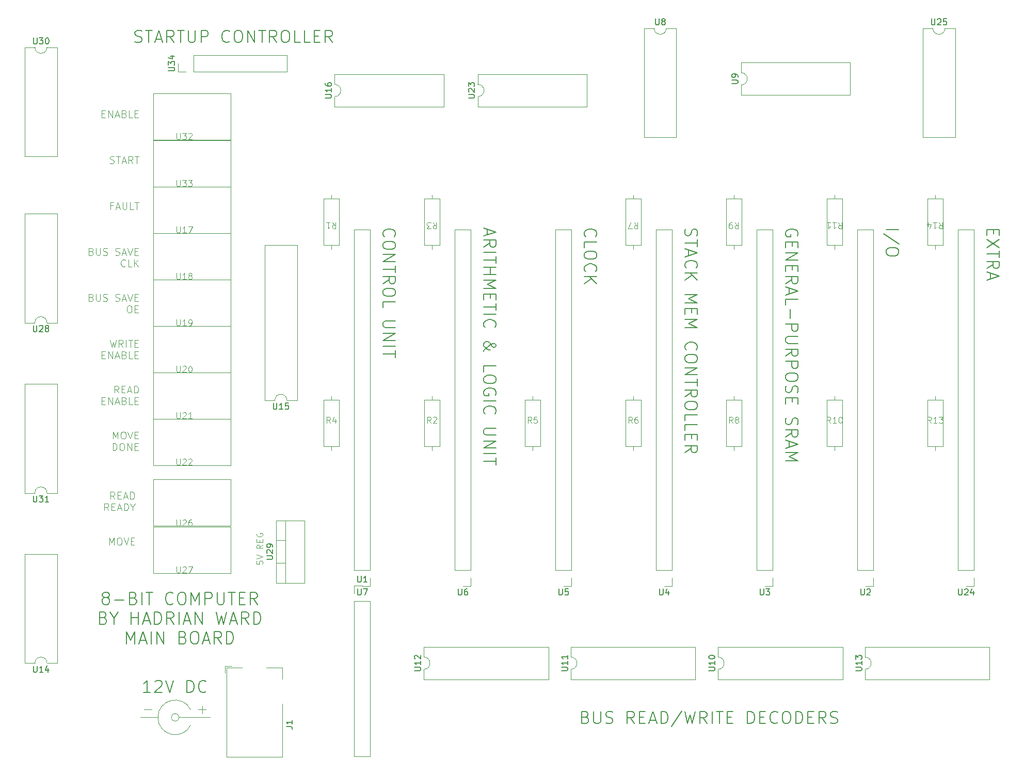
<source format=gbr>
%TF.GenerationSoftware,KiCad,Pcbnew,8.0.2-1*%
%TF.CreationDate,2024-08-04T14:30:48-04:00*%
%TF.ProjectId,bus,6275732e-6b69-4636-9164-5f7063625858,rev?*%
%TF.SameCoordinates,Original*%
%TF.FileFunction,Legend,Top*%
%TF.FilePolarity,Positive*%
%FSLAX46Y46*%
G04 Gerber Fmt 4.6, Leading zero omitted, Abs format (unit mm)*
G04 Created by KiCad (PCBNEW 8.0.2-1) date 2024-08-04 14:30:48*
%MOMM*%
%LPD*%
G01*
G04 APERTURE LIST*
%ADD10C,0.100000*%
%ADD11C,0.200000*%
%ADD12C,0.117000*%
%ADD13C,0.150000*%
%ADD14C,0.120000*%
G04 APERTURE END LIST*
D10*
X91115000Y-151767500D02*
X91115000Y-153037500D01*
X89210000Y-154942500D02*
G75*
G02*
X89210000Y-152402500I-2540000J1270000D01*
G01*
X87305000Y-153672500D02*
X92385000Y-153672500D01*
X83830194Y-153672500D02*
X80955000Y-153672500D01*
X91750000Y-152402500D02*
X90480000Y-152402500D01*
X82860000Y-152402500D02*
X81590000Y-152402500D01*
X87305000Y-153672500D02*
G75*
G02*
X86035000Y-153672500I-635000J0D01*
G01*
X86035000Y-153672500D02*
G75*
G02*
X87305000Y-153672500I635000J0D01*
G01*
D11*
X188722923Y-74687887D02*
X188818161Y-74497411D01*
X188818161Y-74497411D02*
X188818161Y-74211697D01*
X188818161Y-74211697D02*
X188722923Y-73925982D01*
X188722923Y-73925982D02*
X188532447Y-73735506D01*
X188532447Y-73735506D02*
X188341971Y-73640268D01*
X188341971Y-73640268D02*
X187961019Y-73545030D01*
X187961019Y-73545030D02*
X187675304Y-73545030D01*
X187675304Y-73545030D02*
X187294352Y-73640268D01*
X187294352Y-73640268D02*
X187103876Y-73735506D01*
X187103876Y-73735506D02*
X186913400Y-73925982D01*
X186913400Y-73925982D02*
X186818161Y-74211697D01*
X186818161Y-74211697D02*
X186818161Y-74402173D01*
X186818161Y-74402173D02*
X186913400Y-74687887D01*
X186913400Y-74687887D02*
X187008638Y-74783125D01*
X187008638Y-74783125D02*
X187675304Y-74783125D01*
X187675304Y-74783125D02*
X187675304Y-74402173D01*
X187865780Y-75640268D02*
X187865780Y-76306935D01*
X186818161Y-76592649D02*
X186818161Y-75640268D01*
X186818161Y-75640268D02*
X188818161Y-75640268D01*
X188818161Y-75640268D02*
X188818161Y-76592649D01*
X186818161Y-77449792D02*
X188818161Y-77449792D01*
X188818161Y-77449792D02*
X186818161Y-78592649D01*
X186818161Y-78592649D02*
X188818161Y-78592649D01*
X187865780Y-79545030D02*
X187865780Y-80211697D01*
X186818161Y-80497411D02*
X186818161Y-79545030D01*
X186818161Y-79545030D02*
X188818161Y-79545030D01*
X188818161Y-79545030D02*
X188818161Y-80497411D01*
X186818161Y-82497411D02*
X187770542Y-81830744D01*
X186818161Y-81354554D02*
X188818161Y-81354554D01*
X188818161Y-81354554D02*
X188818161Y-82116459D01*
X188818161Y-82116459D02*
X188722923Y-82306935D01*
X188722923Y-82306935D02*
X188627685Y-82402173D01*
X188627685Y-82402173D02*
X188437209Y-82497411D01*
X188437209Y-82497411D02*
X188151495Y-82497411D01*
X188151495Y-82497411D02*
X187961019Y-82402173D01*
X187961019Y-82402173D02*
X187865780Y-82306935D01*
X187865780Y-82306935D02*
X187770542Y-82116459D01*
X187770542Y-82116459D02*
X187770542Y-81354554D01*
X187389590Y-83259316D02*
X187389590Y-84211697D01*
X186818161Y-83068840D02*
X188818161Y-83735506D01*
X188818161Y-83735506D02*
X186818161Y-84402173D01*
X186818161Y-86021221D02*
X186818161Y-85068840D01*
X186818161Y-85068840D02*
X188818161Y-85068840D01*
X187580066Y-86687888D02*
X187580066Y-88211698D01*
X186818161Y-89164078D02*
X188818161Y-89164078D01*
X188818161Y-89164078D02*
X188818161Y-89925983D01*
X188818161Y-89925983D02*
X188722923Y-90116459D01*
X188722923Y-90116459D02*
X188627685Y-90211697D01*
X188627685Y-90211697D02*
X188437209Y-90306935D01*
X188437209Y-90306935D02*
X188151495Y-90306935D01*
X188151495Y-90306935D02*
X187961019Y-90211697D01*
X187961019Y-90211697D02*
X187865780Y-90116459D01*
X187865780Y-90116459D02*
X187770542Y-89925983D01*
X187770542Y-89925983D02*
X187770542Y-89164078D01*
X188818161Y-91164078D02*
X187199114Y-91164078D01*
X187199114Y-91164078D02*
X187008638Y-91259316D01*
X187008638Y-91259316D02*
X186913400Y-91354554D01*
X186913400Y-91354554D02*
X186818161Y-91545030D01*
X186818161Y-91545030D02*
X186818161Y-91925983D01*
X186818161Y-91925983D02*
X186913400Y-92116459D01*
X186913400Y-92116459D02*
X187008638Y-92211697D01*
X187008638Y-92211697D02*
X187199114Y-92306935D01*
X187199114Y-92306935D02*
X188818161Y-92306935D01*
X186818161Y-94402173D02*
X187770542Y-93735506D01*
X186818161Y-93259316D02*
X188818161Y-93259316D01*
X188818161Y-93259316D02*
X188818161Y-94021221D01*
X188818161Y-94021221D02*
X188722923Y-94211697D01*
X188722923Y-94211697D02*
X188627685Y-94306935D01*
X188627685Y-94306935D02*
X188437209Y-94402173D01*
X188437209Y-94402173D02*
X188151495Y-94402173D01*
X188151495Y-94402173D02*
X187961019Y-94306935D01*
X187961019Y-94306935D02*
X187865780Y-94211697D01*
X187865780Y-94211697D02*
X187770542Y-94021221D01*
X187770542Y-94021221D02*
X187770542Y-93259316D01*
X186818161Y-95259316D02*
X188818161Y-95259316D01*
X188818161Y-95259316D02*
X188818161Y-96021221D01*
X188818161Y-96021221D02*
X188722923Y-96211697D01*
X188722923Y-96211697D02*
X188627685Y-96306935D01*
X188627685Y-96306935D02*
X188437209Y-96402173D01*
X188437209Y-96402173D02*
X188151495Y-96402173D01*
X188151495Y-96402173D02*
X187961019Y-96306935D01*
X187961019Y-96306935D02*
X187865780Y-96211697D01*
X187865780Y-96211697D02*
X187770542Y-96021221D01*
X187770542Y-96021221D02*
X187770542Y-95259316D01*
X188818161Y-97640268D02*
X188818161Y-98021221D01*
X188818161Y-98021221D02*
X188722923Y-98211697D01*
X188722923Y-98211697D02*
X188532447Y-98402173D01*
X188532447Y-98402173D02*
X188151495Y-98497411D01*
X188151495Y-98497411D02*
X187484828Y-98497411D01*
X187484828Y-98497411D02*
X187103876Y-98402173D01*
X187103876Y-98402173D02*
X186913400Y-98211697D01*
X186913400Y-98211697D02*
X186818161Y-98021221D01*
X186818161Y-98021221D02*
X186818161Y-97640268D01*
X186818161Y-97640268D02*
X186913400Y-97449792D01*
X186913400Y-97449792D02*
X187103876Y-97259316D01*
X187103876Y-97259316D02*
X187484828Y-97164078D01*
X187484828Y-97164078D02*
X188151495Y-97164078D01*
X188151495Y-97164078D02*
X188532447Y-97259316D01*
X188532447Y-97259316D02*
X188722923Y-97449792D01*
X188722923Y-97449792D02*
X188818161Y-97640268D01*
X186913400Y-99259316D02*
X186818161Y-99545030D01*
X186818161Y-99545030D02*
X186818161Y-100021221D01*
X186818161Y-100021221D02*
X186913400Y-100211697D01*
X186913400Y-100211697D02*
X187008638Y-100306935D01*
X187008638Y-100306935D02*
X187199114Y-100402173D01*
X187199114Y-100402173D02*
X187389590Y-100402173D01*
X187389590Y-100402173D02*
X187580066Y-100306935D01*
X187580066Y-100306935D02*
X187675304Y-100211697D01*
X187675304Y-100211697D02*
X187770542Y-100021221D01*
X187770542Y-100021221D02*
X187865780Y-99640268D01*
X187865780Y-99640268D02*
X187961019Y-99449792D01*
X187961019Y-99449792D02*
X188056257Y-99354554D01*
X188056257Y-99354554D02*
X188246733Y-99259316D01*
X188246733Y-99259316D02*
X188437209Y-99259316D01*
X188437209Y-99259316D02*
X188627685Y-99354554D01*
X188627685Y-99354554D02*
X188722923Y-99449792D01*
X188722923Y-99449792D02*
X188818161Y-99640268D01*
X188818161Y-99640268D02*
X188818161Y-100116459D01*
X188818161Y-100116459D02*
X188722923Y-100402173D01*
X187865780Y-101259316D02*
X187865780Y-101925983D01*
X186818161Y-102211697D02*
X186818161Y-101259316D01*
X186818161Y-101259316D02*
X188818161Y-101259316D01*
X188818161Y-101259316D02*
X188818161Y-102211697D01*
X186913400Y-104497412D02*
X186818161Y-104783126D01*
X186818161Y-104783126D02*
X186818161Y-105259317D01*
X186818161Y-105259317D02*
X186913400Y-105449793D01*
X186913400Y-105449793D02*
X187008638Y-105545031D01*
X187008638Y-105545031D02*
X187199114Y-105640269D01*
X187199114Y-105640269D02*
X187389590Y-105640269D01*
X187389590Y-105640269D02*
X187580066Y-105545031D01*
X187580066Y-105545031D02*
X187675304Y-105449793D01*
X187675304Y-105449793D02*
X187770542Y-105259317D01*
X187770542Y-105259317D02*
X187865780Y-104878364D01*
X187865780Y-104878364D02*
X187961019Y-104687888D01*
X187961019Y-104687888D02*
X188056257Y-104592650D01*
X188056257Y-104592650D02*
X188246733Y-104497412D01*
X188246733Y-104497412D02*
X188437209Y-104497412D01*
X188437209Y-104497412D02*
X188627685Y-104592650D01*
X188627685Y-104592650D02*
X188722923Y-104687888D01*
X188722923Y-104687888D02*
X188818161Y-104878364D01*
X188818161Y-104878364D02*
X188818161Y-105354555D01*
X188818161Y-105354555D02*
X188722923Y-105640269D01*
X186818161Y-107640269D02*
X187770542Y-106973602D01*
X186818161Y-106497412D02*
X188818161Y-106497412D01*
X188818161Y-106497412D02*
X188818161Y-107259317D01*
X188818161Y-107259317D02*
X188722923Y-107449793D01*
X188722923Y-107449793D02*
X188627685Y-107545031D01*
X188627685Y-107545031D02*
X188437209Y-107640269D01*
X188437209Y-107640269D02*
X188151495Y-107640269D01*
X188151495Y-107640269D02*
X187961019Y-107545031D01*
X187961019Y-107545031D02*
X187865780Y-107449793D01*
X187865780Y-107449793D02*
X187770542Y-107259317D01*
X187770542Y-107259317D02*
X187770542Y-106497412D01*
X187389590Y-108402174D02*
X187389590Y-109354555D01*
X186818161Y-108211698D02*
X188818161Y-108878364D01*
X188818161Y-108878364D02*
X186818161Y-109545031D01*
X186818161Y-110211698D02*
X188818161Y-110211698D01*
X188818161Y-110211698D02*
X187389590Y-110878365D01*
X187389590Y-110878365D02*
X188818161Y-111545031D01*
X188818161Y-111545031D02*
X186818161Y-111545031D01*
X80070530Y-42832100D02*
X80356244Y-42927338D01*
X80356244Y-42927338D02*
X80832435Y-42927338D01*
X80832435Y-42927338D02*
X81022911Y-42832100D01*
X81022911Y-42832100D02*
X81118149Y-42736861D01*
X81118149Y-42736861D02*
X81213387Y-42546385D01*
X81213387Y-42546385D02*
X81213387Y-42355909D01*
X81213387Y-42355909D02*
X81118149Y-42165433D01*
X81118149Y-42165433D02*
X81022911Y-42070195D01*
X81022911Y-42070195D02*
X80832435Y-41974957D01*
X80832435Y-41974957D02*
X80451482Y-41879719D01*
X80451482Y-41879719D02*
X80261006Y-41784480D01*
X80261006Y-41784480D02*
X80165768Y-41689242D01*
X80165768Y-41689242D02*
X80070530Y-41498766D01*
X80070530Y-41498766D02*
X80070530Y-41308290D01*
X80070530Y-41308290D02*
X80165768Y-41117814D01*
X80165768Y-41117814D02*
X80261006Y-41022576D01*
X80261006Y-41022576D02*
X80451482Y-40927338D01*
X80451482Y-40927338D02*
X80927673Y-40927338D01*
X80927673Y-40927338D02*
X81213387Y-41022576D01*
X81784816Y-40927338D02*
X82927673Y-40927338D01*
X82356244Y-42927338D02*
X82356244Y-40927338D01*
X83499102Y-42355909D02*
X84451483Y-42355909D01*
X83308626Y-42927338D02*
X83975292Y-40927338D01*
X83975292Y-40927338D02*
X84641959Y-42927338D01*
X86451483Y-42927338D02*
X85784816Y-41974957D01*
X85308626Y-42927338D02*
X85308626Y-40927338D01*
X85308626Y-40927338D02*
X86070531Y-40927338D01*
X86070531Y-40927338D02*
X86261007Y-41022576D01*
X86261007Y-41022576D02*
X86356245Y-41117814D01*
X86356245Y-41117814D02*
X86451483Y-41308290D01*
X86451483Y-41308290D02*
X86451483Y-41594004D01*
X86451483Y-41594004D02*
X86356245Y-41784480D01*
X86356245Y-41784480D02*
X86261007Y-41879719D01*
X86261007Y-41879719D02*
X86070531Y-41974957D01*
X86070531Y-41974957D02*
X85308626Y-41974957D01*
X87022912Y-40927338D02*
X88165769Y-40927338D01*
X87594340Y-42927338D02*
X87594340Y-40927338D01*
X88832436Y-40927338D02*
X88832436Y-42546385D01*
X88832436Y-42546385D02*
X88927674Y-42736861D01*
X88927674Y-42736861D02*
X89022912Y-42832100D01*
X89022912Y-42832100D02*
X89213388Y-42927338D01*
X89213388Y-42927338D02*
X89594341Y-42927338D01*
X89594341Y-42927338D02*
X89784817Y-42832100D01*
X89784817Y-42832100D02*
X89880055Y-42736861D01*
X89880055Y-42736861D02*
X89975293Y-42546385D01*
X89975293Y-42546385D02*
X89975293Y-40927338D01*
X90927674Y-42927338D02*
X90927674Y-40927338D01*
X90927674Y-40927338D02*
X91689579Y-40927338D01*
X91689579Y-40927338D02*
X91880055Y-41022576D01*
X91880055Y-41022576D02*
X91975293Y-41117814D01*
X91975293Y-41117814D02*
X92070531Y-41308290D01*
X92070531Y-41308290D02*
X92070531Y-41594004D01*
X92070531Y-41594004D02*
X91975293Y-41784480D01*
X91975293Y-41784480D02*
X91880055Y-41879719D01*
X91880055Y-41879719D02*
X91689579Y-41974957D01*
X91689579Y-41974957D02*
X90927674Y-41974957D01*
X95594341Y-42736861D02*
X95499103Y-42832100D01*
X95499103Y-42832100D02*
X95213389Y-42927338D01*
X95213389Y-42927338D02*
X95022913Y-42927338D01*
X95022913Y-42927338D02*
X94737198Y-42832100D01*
X94737198Y-42832100D02*
X94546722Y-42641623D01*
X94546722Y-42641623D02*
X94451484Y-42451147D01*
X94451484Y-42451147D02*
X94356246Y-42070195D01*
X94356246Y-42070195D02*
X94356246Y-41784480D01*
X94356246Y-41784480D02*
X94451484Y-41403528D01*
X94451484Y-41403528D02*
X94546722Y-41213052D01*
X94546722Y-41213052D02*
X94737198Y-41022576D01*
X94737198Y-41022576D02*
X95022913Y-40927338D01*
X95022913Y-40927338D02*
X95213389Y-40927338D01*
X95213389Y-40927338D02*
X95499103Y-41022576D01*
X95499103Y-41022576D02*
X95594341Y-41117814D01*
X96832436Y-40927338D02*
X97213389Y-40927338D01*
X97213389Y-40927338D02*
X97403865Y-41022576D01*
X97403865Y-41022576D02*
X97594341Y-41213052D01*
X97594341Y-41213052D02*
X97689579Y-41594004D01*
X97689579Y-41594004D02*
X97689579Y-42260671D01*
X97689579Y-42260671D02*
X97594341Y-42641623D01*
X97594341Y-42641623D02*
X97403865Y-42832100D01*
X97403865Y-42832100D02*
X97213389Y-42927338D01*
X97213389Y-42927338D02*
X96832436Y-42927338D01*
X96832436Y-42927338D02*
X96641960Y-42832100D01*
X96641960Y-42832100D02*
X96451484Y-42641623D01*
X96451484Y-42641623D02*
X96356246Y-42260671D01*
X96356246Y-42260671D02*
X96356246Y-41594004D01*
X96356246Y-41594004D02*
X96451484Y-41213052D01*
X96451484Y-41213052D02*
X96641960Y-41022576D01*
X96641960Y-41022576D02*
X96832436Y-40927338D01*
X98546722Y-42927338D02*
X98546722Y-40927338D01*
X98546722Y-40927338D02*
X99689579Y-42927338D01*
X99689579Y-42927338D02*
X99689579Y-40927338D01*
X100356246Y-40927338D02*
X101499103Y-40927338D01*
X100927674Y-42927338D02*
X100927674Y-40927338D01*
X103308627Y-42927338D02*
X102641960Y-41974957D01*
X102165770Y-42927338D02*
X102165770Y-40927338D01*
X102165770Y-40927338D02*
X102927675Y-40927338D01*
X102927675Y-40927338D02*
X103118151Y-41022576D01*
X103118151Y-41022576D02*
X103213389Y-41117814D01*
X103213389Y-41117814D02*
X103308627Y-41308290D01*
X103308627Y-41308290D02*
X103308627Y-41594004D01*
X103308627Y-41594004D02*
X103213389Y-41784480D01*
X103213389Y-41784480D02*
X103118151Y-41879719D01*
X103118151Y-41879719D02*
X102927675Y-41974957D01*
X102927675Y-41974957D02*
X102165770Y-41974957D01*
X104546722Y-40927338D02*
X104927675Y-40927338D01*
X104927675Y-40927338D02*
X105118151Y-41022576D01*
X105118151Y-41022576D02*
X105308627Y-41213052D01*
X105308627Y-41213052D02*
X105403865Y-41594004D01*
X105403865Y-41594004D02*
X105403865Y-42260671D01*
X105403865Y-42260671D02*
X105308627Y-42641623D01*
X105308627Y-42641623D02*
X105118151Y-42832100D01*
X105118151Y-42832100D02*
X104927675Y-42927338D01*
X104927675Y-42927338D02*
X104546722Y-42927338D01*
X104546722Y-42927338D02*
X104356246Y-42832100D01*
X104356246Y-42832100D02*
X104165770Y-42641623D01*
X104165770Y-42641623D02*
X104070532Y-42260671D01*
X104070532Y-42260671D02*
X104070532Y-41594004D01*
X104070532Y-41594004D02*
X104165770Y-41213052D01*
X104165770Y-41213052D02*
X104356246Y-41022576D01*
X104356246Y-41022576D02*
X104546722Y-40927338D01*
X107213389Y-42927338D02*
X106261008Y-42927338D01*
X106261008Y-42927338D02*
X106261008Y-40927338D01*
X108832437Y-42927338D02*
X107880056Y-42927338D01*
X107880056Y-42927338D02*
X107880056Y-40927338D01*
X109499104Y-41879719D02*
X110165771Y-41879719D01*
X110451485Y-42927338D02*
X109499104Y-42927338D01*
X109499104Y-42927338D02*
X109499104Y-40927338D01*
X109499104Y-40927338D02*
X110451485Y-40927338D01*
X112451485Y-42927338D02*
X111784818Y-41974957D01*
X111308628Y-42927338D02*
X111308628Y-40927338D01*
X111308628Y-40927338D02*
X112070533Y-40927338D01*
X112070533Y-40927338D02*
X112261009Y-41022576D01*
X112261009Y-41022576D02*
X112356247Y-41117814D01*
X112356247Y-41117814D02*
X112451485Y-41308290D01*
X112451485Y-41308290D02*
X112451485Y-41594004D01*
X112451485Y-41594004D02*
X112356247Y-41784480D01*
X112356247Y-41784480D02*
X112261009Y-41879719D01*
X112261009Y-41879719D02*
X112070533Y-41974957D01*
X112070533Y-41974957D02*
X111308628Y-41974957D01*
X137859590Y-73545030D02*
X137859590Y-74497411D01*
X137288161Y-73354554D02*
X139288161Y-74021220D01*
X139288161Y-74021220D02*
X137288161Y-74687887D01*
X137288161Y-76497411D02*
X138240542Y-75830744D01*
X137288161Y-75354554D02*
X139288161Y-75354554D01*
X139288161Y-75354554D02*
X139288161Y-76116459D01*
X139288161Y-76116459D02*
X139192923Y-76306935D01*
X139192923Y-76306935D02*
X139097685Y-76402173D01*
X139097685Y-76402173D02*
X138907209Y-76497411D01*
X138907209Y-76497411D02*
X138621495Y-76497411D01*
X138621495Y-76497411D02*
X138431019Y-76402173D01*
X138431019Y-76402173D02*
X138335780Y-76306935D01*
X138335780Y-76306935D02*
X138240542Y-76116459D01*
X138240542Y-76116459D02*
X138240542Y-75354554D01*
X137288161Y-77354554D02*
X139288161Y-77354554D01*
X139288161Y-78021221D02*
X139288161Y-79164078D01*
X137288161Y-78592649D02*
X139288161Y-78592649D01*
X137288161Y-79830745D02*
X139288161Y-79830745D01*
X138335780Y-79830745D02*
X138335780Y-80973602D01*
X137288161Y-80973602D02*
X139288161Y-80973602D01*
X137288161Y-81925983D02*
X139288161Y-81925983D01*
X139288161Y-81925983D02*
X137859590Y-82592650D01*
X137859590Y-82592650D02*
X139288161Y-83259316D01*
X139288161Y-83259316D02*
X137288161Y-83259316D01*
X138335780Y-84211697D02*
X138335780Y-84878364D01*
X137288161Y-85164078D02*
X137288161Y-84211697D01*
X137288161Y-84211697D02*
X139288161Y-84211697D01*
X139288161Y-84211697D02*
X139288161Y-85164078D01*
X139288161Y-85735507D02*
X139288161Y-86878364D01*
X137288161Y-86306935D02*
X139288161Y-86306935D01*
X137288161Y-87545031D02*
X139288161Y-87545031D01*
X137478638Y-89640269D02*
X137383400Y-89545031D01*
X137383400Y-89545031D02*
X137288161Y-89259317D01*
X137288161Y-89259317D02*
X137288161Y-89068841D01*
X137288161Y-89068841D02*
X137383400Y-88783126D01*
X137383400Y-88783126D02*
X137573876Y-88592650D01*
X137573876Y-88592650D02*
X137764352Y-88497412D01*
X137764352Y-88497412D02*
X138145304Y-88402174D01*
X138145304Y-88402174D02*
X138431019Y-88402174D01*
X138431019Y-88402174D02*
X138811971Y-88497412D01*
X138811971Y-88497412D02*
X139002447Y-88592650D01*
X139002447Y-88592650D02*
X139192923Y-88783126D01*
X139192923Y-88783126D02*
X139288161Y-89068841D01*
X139288161Y-89068841D02*
X139288161Y-89259317D01*
X139288161Y-89259317D02*
X139192923Y-89545031D01*
X139192923Y-89545031D02*
X139097685Y-89640269D01*
X137288161Y-93640270D02*
X137288161Y-93545032D01*
X137288161Y-93545032D02*
X137383400Y-93354555D01*
X137383400Y-93354555D02*
X137669114Y-93068841D01*
X137669114Y-93068841D02*
X138240542Y-92592651D01*
X138240542Y-92592651D02*
X138526257Y-92402174D01*
X138526257Y-92402174D02*
X138811971Y-92306936D01*
X138811971Y-92306936D02*
X139002447Y-92306936D01*
X139002447Y-92306936D02*
X139192923Y-92402174D01*
X139192923Y-92402174D02*
X139288161Y-92592651D01*
X139288161Y-92592651D02*
X139288161Y-92687889D01*
X139288161Y-92687889D02*
X139192923Y-92878365D01*
X139192923Y-92878365D02*
X139002447Y-92973603D01*
X139002447Y-92973603D02*
X138907209Y-92973603D01*
X138907209Y-92973603D02*
X138716733Y-92878365D01*
X138716733Y-92878365D02*
X138621495Y-92783127D01*
X138621495Y-92783127D02*
X138240542Y-92211698D01*
X138240542Y-92211698D02*
X138145304Y-92116460D01*
X138145304Y-92116460D02*
X137954828Y-92021222D01*
X137954828Y-92021222D02*
X137669114Y-92021222D01*
X137669114Y-92021222D02*
X137478638Y-92116460D01*
X137478638Y-92116460D02*
X137383400Y-92211698D01*
X137383400Y-92211698D02*
X137288161Y-92402174D01*
X137288161Y-92402174D02*
X137288161Y-92687889D01*
X137288161Y-92687889D02*
X137383400Y-92878365D01*
X137383400Y-92878365D02*
X137478638Y-92973603D01*
X137478638Y-92973603D02*
X137859590Y-93259317D01*
X137859590Y-93259317D02*
X138145304Y-93354555D01*
X138145304Y-93354555D02*
X138335780Y-93354555D01*
X137288161Y-96973603D02*
X137288161Y-96021222D01*
X137288161Y-96021222D02*
X139288161Y-96021222D01*
X139288161Y-98021222D02*
X139288161Y-98402175D01*
X139288161Y-98402175D02*
X139192923Y-98592651D01*
X139192923Y-98592651D02*
X139002447Y-98783127D01*
X139002447Y-98783127D02*
X138621495Y-98878365D01*
X138621495Y-98878365D02*
X137954828Y-98878365D01*
X137954828Y-98878365D02*
X137573876Y-98783127D01*
X137573876Y-98783127D02*
X137383400Y-98592651D01*
X137383400Y-98592651D02*
X137288161Y-98402175D01*
X137288161Y-98402175D02*
X137288161Y-98021222D01*
X137288161Y-98021222D02*
X137383400Y-97830746D01*
X137383400Y-97830746D02*
X137573876Y-97640270D01*
X137573876Y-97640270D02*
X137954828Y-97545032D01*
X137954828Y-97545032D02*
X138621495Y-97545032D01*
X138621495Y-97545032D02*
X139002447Y-97640270D01*
X139002447Y-97640270D02*
X139192923Y-97830746D01*
X139192923Y-97830746D02*
X139288161Y-98021222D01*
X139192923Y-100783127D02*
X139288161Y-100592651D01*
X139288161Y-100592651D02*
X139288161Y-100306937D01*
X139288161Y-100306937D02*
X139192923Y-100021222D01*
X139192923Y-100021222D02*
X139002447Y-99830746D01*
X139002447Y-99830746D02*
X138811971Y-99735508D01*
X138811971Y-99735508D02*
X138431019Y-99640270D01*
X138431019Y-99640270D02*
X138145304Y-99640270D01*
X138145304Y-99640270D02*
X137764352Y-99735508D01*
X137764352Y-99735508D02*
X137573876Y-99830746D01*
X137573876Y-99830746D02*
X137383400Y-100021222D01*
X137383400Y-100021222D02*
X137288161Y-100306937D01*
X137288161Y-100306937D02*
X137288161Y-100497413D01*
X137288161Y-100497413D02*
X137383400Y-100783127D01*
X137383400Y-100783127D02*
X137478638Y-100878365D01*
X137478638Y-100878365D02*
X138145304Y-100878365D01*
X138145304Y-100878365D02*
X138145304Y-100497413D01*
X137288161Y-101735508D02*
X139288161Y-101735508D01*
X137478638Y-103830746D02*
X137383400Y-103735508D01*
X137383400Y-103735508D02*
X137288161Y-103449794D01*
X137288161Y-103449794D02*
X137288161Y-103259318D01*
X137288161Y-103259318D02*
X137383400Y-102973603D01*
X137383400Y-102973603D02*
X137573876Y-102783127D01*
X137573876Y-102783127D02*
X137764352Y-102687889D01*
X137764352Y-102687889D02*
X138145304Y-102592651D01*
X138145304Y-102592651D02*
X138431019Y-102592651D01*
X138431019Y-102592651D02*
X138811971Y-102687889D01*
X138811971Y-102687889D02*
X139002447Y-102783127D01*
X139002447Y-102783127D02*
X139192923Y-102973603D01*
X139192923Y-102973603D02*
X139288161Y-103259318D01*
X139288161Y-103259318D02*
X139288161Y-103449794D01*
X139288161Y-103449794D02*
X139192923Y-103735508D01*
X139192923Y-103735508D02*
X139097685Y-103830746D01*
X139288161Y-106211699D02*
X137669114Y-106211699D01*
X137669114Y-106211699D02*
X137478638Y-106306937D01*
X137478638Y-106306937D02*
X137383400Y-106402175D01*
X137383400Y-106402175D02*
X137288161Y-106592651D01*
X137288161Y-106592651D02*
X137288161Y-106973604D01*
X137288161Y-106973604D02*
X137383400Y-107164080D01*
X137383400Y-107164080D02*
X137478638Y-107259318D01*
X137478638Y-107259318D02*
X137669114Y-107354556D01*
X137669114Y-107354556D02*
X139288161Y-107354556D01*
X137288161Y-108306937D02*
X139288161Y-108306937D01*
X139288161Y-108306937D02*
X137288161Y-109449794D01*
X137288161Y-109449794D02*
X139288161Y-109449794D01*
X137288161Y-110402175D02*
X139288161Y-110402175D01*
X139288161Y-111068842D02*
X139288161Y-112211699D01*
X137288161Y-111640270D02*
X139288161Y-111640270D01*
X170403400Y-73545030D02*
X170308161Y-73830744D01*
X170308161Y-73830744D02*
X170308161Y-74306935D01*
X170308161Y-74306935D02*
X170403400Y-74497411D01*
X170403400Y-74497411D02*
X170498638Y-74592649D01*
X170498638Y-74592649D02*
X170689114Y-74687887D01*
X170689114Y-74687887D02*
X170879590Y-74687887D01*
X170879590Y-74687887D02*
X171070066Y-74592649D01*
X171070066Y-74592649D02*
X171165304Y-74497411D01*
X171165304Y-74497411D02*
X171260542Y-74306935D01*
X171260542Y-74306935D02*
X171355780Y-73925982D01*
X171355780Y-73925982D02*
X171451019Y-73735506D01*
X171451019Y-73735506D02*
X171546257Y-73640268D01*
X171546257Y-73640268D02*
X171736733Y-73545030D01*
X171736733Y-73545030D02*
X171927209Y-73545030D01*
X171927209Y-73545030D02*
X172117685Y-73640268D01*
X172117685Y-73640268D02*
X172212923Y-73735506D01*
X172212923Y-73735506D02*
X172308161Y-73925982D01*
X172308161Y-73925982D02*
X172308161Y-74402173D01*
X172308161Y-74402173D02*
X172212923Y-74687887D01*
X172308161Y-75259316D02*
X172308161Y-76402173D01*
X170308161Y-75830744D02*
X172308161Y-75830744D01*
X170879590Y-76973602D02*
X170879590Y-77925983D01*
X170308161Y-76783126D02*
X172308161Y-77449792D01*
X172308161Y-77449792D02*
X170308161Y-78116459D01*
X170498638Y-79925983D02*
X170403400Y-79830745D01*
X170403400Y-79830745D02*
X170308161Y-79545031D01*
X170308161Y-79545031D02*
X170308161Y-79354555D01*
X170308161Y-79354555D02*
X170403400Y-79068840D01*
X170403400Y-79068840D02*
X170593876Y-78878364D01*
X170593876Y-78878364D02*
X170784352Y-78783126D01*
X170784352Y-78783126D02*
X171165304Y-78687888D01*
X171165304Y-78687888D02*
X171451019Y-78687888D01*
X171451019Y-78687888D02*
X171831971Y-78783126D01*
X171831971Y-78783126D02*
X172022447Y-78878364D01*
X172022447Y-78878364D02*
X172212923Y-79068840D01*
X172212923Y-79068840D02*
X172308161Y-79354555D01*
X172308161Y-79354555D02*
X172308161Y-79545031D01*
X172308161Y-79545031D02*
X172212923Y-79830745D01*
X172212923Y-79830745D02*
X172117685Y-79925983D01*
X170308161Y-80783126D02*
X172308161Y-80783126D01*
X170308161Y-81925983D02*
X171451019Y-81068840D01*
X172308161Y-81925983D02*
X171165304Y-80783126D01*
X170308161Y-84306936D02*
X172308161Y-84306936D01*
X172308161Y-84306936D02*
X170879590Y-84973603D01*
X170879590Y-84973603D02*
X172308161Y-85640269D01*
X172308161Y-85640269D02*
X170308161Y-85640269D01*
X171355780Y-86592650D02*
X171355780Y-87259317D01*
X170308161Y-87545031D02*
X170308161Y-86592650D01*
X170308161Y-86592650D02*
X172308161Y-86592650D01*
X172308161Y-86592650D02*
X172308161Y-87545031D01*
X170308161Y-88402174D02*
X172308161Y-88402174D01*
X172308161Y-88402174D02*
X170879590Y-89068841D01*
X170879590Y-89068841D02*
X172308161Y-89735507D01*
X172308161Y-89735507D02*
X170308161Y-89735507D01*
X170498638Y-93354555D02*
X170403400Y-93259317D01*
X170403400Y-93259317D02*
X170308161Y-92973603D01*
X170308161Y-92973603D02*
X170308161Y-92783127D01*
X170308161Y-92783127D02*
X170403400Y-92497412D01*
X170403400Y-92497412D02*
X170593876Y-92306936D01*
X170593876Y-92306936D02*
X170784352Y-92211698D01*
X170784352Y-92211698D02*
X171165304Y-92116460D01*
X171165304Y-92116460D02*
X171451019Y-92116460D01*
X171451019Y-92116460D02*
X171831971Y-92211698D01*
X171831971Y-92211698D02*
X172022447Y-92306936D01*
X172022447Y-92306936D02*
X172212923Y-92497412D01*
X172212923Y-92497412D02*
X172308161Y-92783127D01*
X172308161Y-92783127D02*
X172308161Y-92973603D01*
X172308161Y-92973603D02*
X172212923Y-93259317D01*
X172212923Y-93259317D02*
X172117685Y-93354555D01*
X172308161Y-94592650D02*
X172308161Y-94973603D01*
X172308161Y-94973603D02*
X172212923Y-95164079D01*
X172212923Y-95164079D02*
X172022447Y-95354555D01*
X172022447Y-95354555D02*
X171641495Y-95449793D01*
X171641495Y-95449793D02*
X170974828Y-95449793D01*
X170974828Y-95449793D02*
X170593876Y-95354555D01*
X170593876Y-95354555D02*
X170403400Y-95164079D01*
X170403400Y-95164079D02*
X170308161Y-94973603D01*
X170308161Y-94973603D02*
X170308161Y-94592650D01*
X170308161Y-94592650D02*
X170403400Y-94402174D01*
X170403400Y-94402174D02*
X170593876Y-94211698D01*
X170593876Y-94211698D02*
X170974828Y-94116460D01*
X170974828Y-94116460D02*
X171641495Y-94116460D01*
X171641495Y-94116460D02*
X172022447Y-94211698D01*
X172022447Y-94211698D02*
X172212923Y-94402174D01*
X172212923Y-94402174D02*
X172308161Y-94592650D01*
X170308161Y-96306936D02*
X172308161Y-96306936D01*
X172308161Y-96306936D02*
X170308161Y-97449793D01*
X170308161Y-97449793D02*
X172308161Y-97449793D01*
X172308161Y-98116460D02*
X172308161Y-99259317D01*
X170308161Y-98687888D02*
X172308161Y-98687888D01*
X170308161Y-101068841D02*
X171260542Y-100402174D01*
X170308161Y-99925984D02*
X172308161Y-99925984D01*
X172308161Y-99925984D02*
X172308161Y-100687889D01*
X172308161Y-100687889D02*
X172212923Y-100878365D01*
X172212923Y-100878365D02*
X172117685Y-100973603D01*
X172117685Y-100973603D02*
X171927209Y-101068841D01*
X171927209Y-101068841D02*
X171641495Y-101068841D01*
X171641495Y-101068841D02*
X171451019Y-100973603D01*
X171451019Y-100973603D02*
X171355780Y-100878365D01*
X171355780Y-100878365D02*
X171260542Y-100687889D01*
X171260542Y-100687889D02*
X171260542Y-99925984D01*
X172308161Y-102306936D02*
X172308161Y-102687889D01*
X172308161Y-102687889D02*
X172212923Y-102878365D01*
X172212923Y-102878365D02*
X172022447Y-103068841D01*
X172022447Y-103068841D02*
X171641495Y-103164079D01*
X171641495Y-103164079D02*
X170974828Y-103164079D01*
X170974828Y-103164079D02*
X170593876Y-103068841D01*
X170593876Y-103068841D02*
X170403400Y-102878365D01*
X170403400Y-102878365D02*
X170308161Y-102687889D01*
X170308161Y-102687889D02*
X170308161Y-102306936D01*
X170308161Y-102306936D02*
X170403400Y-102116460D01*
X170403400Y-102116460D02*
X170593876Y-101925984D01*
X170593876Y-101925984D02*
X170974828Y-101830746D01*
X170974828Y-101830746D02*
X171641495Y-101830746D01*
X171641495Y-101830746D02*
X172022447Y-101925984D01*
X172022447Y-101925984D02*
X172212923Y-102116460D01*
X172212923Y-102116460D02*
X172308161Y-102306936D01*
X170308161Y-104973603D02*
X170308161Y-104021222D01*
X170308161Y-104021222D02*
X172308161Y-104021222D01*
X170308161Y-106592651D02*
X170308161Y-105640270D01*
X170308161Y-105640270D02*
X172308161Y-105640270D01*
X171355780Y-107259318D02*
X171355780Y-107925985D01*
X170308161Y-108211699D02*
X170308161Y-107259318D01*
X170308161Y-107259318D02*
X172308161Y-107259318D01*
X172308161Y-107259318D02*
X172308161Y-108211699D01*
X170308161Y-110211699D02*
X171260542Y-109545032D01*
X170308161Y-109068842D02*
X172308161Y-109068842D01*
X172308161Y-109068842D02*
X172308161Y-109830747D01*
X172308161Y-109830747D02*
X172212923Y-110021223D01*
X172212923Y-110021223D02*
X172117685Y-110116461D01*
X172117685Y-110116461D02*
X171927209Y-110211699D01*
X171927209Y-110211699D02*
X171641495Y-110211699D01*
X171641495Y-110211699D02*
X171451019Y-110116461D01*
X171451019Y-110116461D02*
X171355780Y-110021223D01*
X171355780Y-110021223D02*
X171260542Y-109830747D01*
X171260542Y-109830747D02*
X171260542Y-109068842D01*
X82610387Y-149607338D02*
X81467530Y-149607338D01*
X82038958Y-149607338D02*
X82038958Y-147607338D01*
X82038958Y-147607338D02*
X81848482Y-147893052D01*
X81848482Y-147893052D02*
X81658006Y-148083528D01*
X81658006Y-148083528D02*
X81467530Y-148178766D01*
X83372292Y-147797814D02*
X83467530Y-147702576D01*
X83467530Y-147702576D02*
X83658006Y-147607338D01*
X83658006Y-147607338D02*
X84134197Y-147607338D01*
X84134197Y-147607338D02*
X84324673Y-147702576D01*
X84324673Y-147702576D02*
X84419911Y-147797814D01*
X84419911Y-147797814D02*
X84515149Y-147988290D01*
X84515149Y-147988290D02*
X84515149Y-148178766D01*
X84515149Y-148178766D02*
X84419911Y-148464480D01*
X84419911Y-148464480D02*
X83277054Y-149607338D01*
X83277054Y-149607338D02*
X84515149Y-149607338D01*
X85086578Y-147607338D02*
X85753244Y-149607338D01*
X85753244Y-149607338D02*
X86419911Y-147607338D01*
X88610388Y-149607338D02*
X88610388Y-147607338D01*
X88610388Y-147607338D02*
X89086578Y-147607338D01*
X89086578Y-147607338D02*
X89372293Y-147702576D01*
X89372293Y-147702576D02*
X89562769Y-147893052D01*
X89562769Y-147893052D02*
X89658007Y-148083528D01*
X89658007Y-148083528D02*
X89753245Y-148464480D01*
X89753245Y-148464480D02*
X89753245Y-148750195D01*
X89753245Y-148750195D02*
X89658007Y-149131147D01*
X89658007Y-149131147D02*
X89562769Y-149321623D01*
X89562769Y-149321623D02*
X89372293Y-149512100D01*
X89372293Y-149512100D02*
X89086578Y-149607338D01*
X89086578Y-149607338D02*
X88610388Y-149607338D01*
X91753245Y-149416861D02*
X91658007Y-149512100D01*
X91658007Y-149512100D02*
X91372293Y-149607338D01*
X91372293Y-149607338D02*
X91181817Y-149607338D01*
X91181817Y-149607338D02*
X90896102Y-149512100D01*
X90896102Y-149512100D02*
X90705626Y-149321623D01*
X90705626Y-149321623D02*
X90610388Y-149131147D01*
X90610388Y-149131147D02*
X90515150Y-148750195D01*
X90515150Y-148750195D02*
X90515150Y-148464480D01*
X90515150Y-148464480D02*
X90610388Y-148083528D01*
X90610388Y-148083528D02*
X90705626Y-147893052D01*
X90705626Y-147893052D02*
X90896102Y-147702576D01*
X90896102Y-147702576D02*
X91181817Y-147607338D01*
X91181817Y-147607338D02*
X91372293Y-147607338D01*
X91372293Y-147607338D02*
X91658007Y-147702576D01*
X91658007Y-147702576D02*
X91753245Y-147797814D01*
X120968638Y-74783125D02*
X120873400Y-74687887D01*
X120873400Y-74687887D02*
X120778161Y-74402173D01*
X120778161Y-74402173D02*
X120778161Y-74211697D01*
X120778161Y-74211697D02*
X120873400Y-73925982D01*
X120873400Y-73925982D02*
X121063876Y-73735506D01*
X121063876Y-73735506D02*
X121254352Y-73640268D01*
X121254352Y-73640268D02*
X121635304Y-73545030D01*
X121635304Y-73545030D02*
X121921019Y-73545030D01*
X121921019Y-73545030D02*
X122301971Y-73640268D01*
X122301971Y-73640268D02*
X122492447Y-73735506D01*
X122492447Y-73735506D02*
X122682923Y-73925982D01*
X122682923Y-73925982D02*
X122778161Y-74211697D01*
X122778161Y-74211697D02*
X122778161Y-74402173D01*
X122778161Y-74402173D02*
X122682923Y-74687887D01*
X122682923Y-74687887D02*
X122587685Y-74783125D01*
X122778161Y-76021220D02*
X122778161Y-76402173D01*
X122778161Y-76402173D02*
X122682923Y-76592649D01*
X122682923Y-76592649D02*
X122492447Y-76783125D01*
X122492447Y-76783125D02*
X122111495Y-76878363D01*
X122111495Y-76878363D02*
X121444828Y-76878363D01*
X121444828Y-76878363D02*
X121063876Y-76783125D01*
X121063876Y-76783125D02*
X120873400Y-76592649D01*
X120873400Y-76592649D02*
X120778161Y-76402173D01*
X120778161Y-76402173D02*
X120778161Y-76021220D01*
X120778161Y-76021220D02*
X120873400Y-75830744D01*
X120873400Y-75830744D02*
X121063876Y-75640268D01*
X121063876Y-75640268D02*
X121444828Y-75545030D01*
X121444828Y-75545030D02*
X122111495Y-75545030D01*
X122111495Y-75545030D02*
X122492447Y-75640268D01*
X122492447Y-75640268D02*
X122682923Y-75830744D01*
X122682923Y-75830744D02*
X122778161Y-76021220D01*
X120778161Y-77735506D02*
X122778161Y-77735506D01*
X122778161Y-77735506D02*
X120778161Y-78878363D01*
X120778161Y-78878363D02*
X122778161Y-78878363D01*
X122778161Y-79545030D02*
X122778161Y-80687887D01*
X120778161Y-80116458D02*
X122778161Y-80116458D01*
X120778161Y-82497411D02*
X121730542Y-81830744D01*
X120778161Y-81354554D02*
X122778161Y-81354554D01*
X122778161Y-81354554D02*
X122778161Y-82116459D01*
X122778161Y-82116459D02*
X122682923Y-82306935D01*
X122682923Y-82306935D02*
X122587685Y-82402173D01*
X122587685Y-82402173D02*
X122397209Y-82497411D01*
X122397209Y-82497411D02*
X122111495Y-82497411D01*
X122111495Y-82497411D02*
X121921019Y-82402173D01*
X121921019Y-82402173D02*
X121825780Y-82306935D01*
X121825780Y-82306935D02*
X121730542Y-82116459D01*
X121730542Y-82116459D02*
X121730542Y-81354554D01*
X122778161Y-83735506D02*
X122778161Y-84116459D01*
X122778161Y-84116459D02*
X122682923Y-84306935D01*
X122682923Y-84306935D02*
X122492447Y-84497411D01*
X122492447Y-84497411D02*
X122111495Y-84592649D01*
X122111495Y-84592649D02*
X121444828Y-84592649D01*
X121444828Y-84592649D02*
X121063876Y-84497411D01*
X121063876Y-84497411D02*
X120873400Y-84306935D01*
X120873400Y-84306935D02*
X120778161Y-84116459D01*
X120778161Y-84116459D02*
X120778161Y-83735506D01*
X120778161Y-83735506D02*
X120873400Y-83545030D01*
X120873400Y-83545030D02*
X121063876Y-83354554D01*
X121063876Y-83354554D02*
X121444828Y-83259316D01*
X121444828Y-83259316D02*
X122111495Y-83259316D01*
X122111495Y-83259316D02*
X122492447Y-83354554D01*
X122492447Y-83354554D02*
X122682923Y-83545030D01*
X122682923Y-83545030D02*
X122778161Y-83735506D01*
X120778161Y-86402173D02*
X120778161Y-85449792D01*
X120778161Y-85449792D02*
X122778161Y-85449792D01*
X122778161Y-88592650D02*
X121159114Y-88592650D01*
X121159114Y-88592650D02*
X120968638Y-88687888D01*
X120968638Y-88687888D02*
X120873400Y-88783126D01*
X120873400Y-88783126D02*
X120778161Y-88973602D01*
X120778161Y-88973602D02*
X120778161Y-89354555D01*
X120778161Y-89354555D02*
X120873400Y-89545031D01*
X120873400Y-89545031D02*
X120968638Y-89640269D01*
X120968638Y-89640269D02*
X121159114Y-89735507D01*
X121159114Y-89735507D02*
X122778161Y-89735507D01*
X120778161Y-90687888D02*
X122778161Y-90687888D01*
X122778161Y-90687888D02*
X120778161Y-91830745D01*
X120778161Y-91830745D02*
X122778161Y-91830745D01*
X120778161Y-92783126D02*
X122778161Y-92783126D01*
X122778161Y-93449793D02*
X122778161Y-94592650D01*
X120778161Y-94021221D02*
X122778161Y-94021221D01*
X203328161Y-73640268D02*
X205328161Y-73640268D01*
X205423400Y-76021220D02*
X202851971Y-74306935D01*
X205328161Y-77068839D02*
X205328161Y-77449792D01*
X205328161Y-77449792D02*
X205232923Y-77640268D01*
X205232923Y-77640268D02*
X205042447Y-77830744D01*
X205042447Y-77830744D02*
X204661495Y-77925982D01*
X204661495Y-77925982D02*
X203994828Y-77925982D01*
X203994828Y-77925982D02*
X203613876Y-77830744D01*
X203613876Y-77830744D02*
X203423400Y-77640268D01*
X203423400Y-77640268D02*
X203328161Y-77449792D01*
X203328161Y-77449792D02*
X203328161Y-77068839D01*
X203328161Y-77068839D02*
X203423400Y-76878363D01*
X203423400Y-76878363D02*
X203613876Y-76687887D01*
X203613876Y-76687887D02*
X203994828Y-76592649D01*
X203994828Y-76592649D02*
X204661495Y-76592649D01*
X204661495Y-76592649D02*
X205042447Y-76687887D01*
X205042447Y-76687887D02*
X205232923Y-76878363D01*
X205232923Y-76878363D02*
X205328161Y-77068839D01*
X153988638Y-74783125D02*
X153893400Y-74687887D01*
X153893400Y-74687887D02*
X153798161Y-74402173D01*
X153798161Y-74402173D02*
X153798161Y-74211697D01*
X153798161Y-74211697D02*
X153893400Y-73925982D01*
X153893400Y-73925982D02*
X154083876Y-73735506D01*
X154083876Y-73735506D02*
X154274352Y-73640268D01*
X154274352Y-73640268D02*
X154655304Y-73545030D01*
X154655304Y-73545030D02*
X154941019Y-73545030D01*
X154941019Y-73545030D02*
X155321971Y-73640268D01*
X155321971Y-73640268D02*
X155512447Y-73735506D01*
X155512447Y-73735506D02*
X155702923Y-73925982D01*
X155702923Y-73925982D02*
X155798161Y-74211697D01*
X155798161Y-74211697D02*
X155798161Y-74402173D01*
X155798161Y-74402173D02*
X155702923Y-74687887D01*
X155702923Y-74687887D02*
X155607685Y-74783125D01*
X153798161Y-76592649D02*
X153798161Y-75640268D01*
X153798161Y-75640268D02*
X155798161Y-75640268D01*
X155798161Y-77640268D02*
X155798161Y-78021221D01*
X155798161Y-78021221D02*
X155702923Y-78211697D01*
X155702923Y-78211697D02*
X155512447Y-78402173D01*
X155512447Y-78402173D02*
X155131495Y-78497411D01*
X155131495Y-78497411D02*
X154464828Y-78497411D01*
X154464828Y-78497411D02*
X154083876Y-78402173D01*
X154083876Y-78402173D02*
X153893400Y-78211697D01*
X153893400Y-78211697D02*
X153798161Y-78021221D01*
X153798161Y-78021221D02*
X153798161Y-77640268D01*
X153798161Y-77640268D02*
X153893400Y-77449792D01*
X153893400Y-77449792D02*
X154083876Y-77259316D01*
X154083876Y-77259316D02*
X154464828Y-77164078D01*
X154464828Y-77164078D02*
X155131495Y-77164078D01*
X155131495Y-77164078D02*
X155512447Y-77259316D01*
X155512447Y-77259316D02*
X155702923Y-77449792D01*
X155702923Y-77449792D02*
X155798161Y-77640268D01*
X153988638Y-80497411D02*
X153893400Y-80402173D01*
X153893400Y-80402173D02*
X153798161Y-80116459D01*
X153798161Y-80116459D02*
X153798161Y-79925983D01*
X153798161Y-79925983D02*
X153893400Y-79640268D01*
X153893400Y-79640268D02*
X154083876Y-79449792D01*
X154083876Y-79449792D02*
X154274352Y-79354554D01*
X154274352Y-79354554D02*
X154655304Y-79259316D01*
X154655304Y-79259316D02*
X154941019Y-79259316D01*
X154941019Y-79259316D02*
X155321971Y-79354554D01*
X155321971Y-79354554D02*
X155512447Y-79449792D01*
X155512447Y-79449792D02*
X155702923Y-79640268D01*
X155702923Y-79640268D02*
X155798161Y-79925983D01*
X155798161Y-79925983D02*
X155798161Y-80116459D01*
X155798161Y-80116459D02*
X155702923Y-80402173D01*
X155702923Y-80402173D02*
X155607685Y-80497411D01*
X153798161Y-81354554D02*
X155798161Y-81354554D01*
X153798161Y-82497411D02*
X154941019Y-81640268D01*
X155798161Y-82497411D02*
X154655304Y-81354554D01*
X153984435Y-153639719D02*
X154270149Y-153734957D01*
X154270149Y-153734957D02*
X154365387Y-153830195D01*
X154365387Y-153830195D02*
X154460625Y-154020671D01*
X154460625Y-154020671D02*
X154460625Y-154306385D01*
X154460625Y-154306385D02*
X154365387Y-154496861D01*
X154365387Y-154496861D02*
X154270149Y-154592100D01*
X154270149Y-154592100D02*
X154079673Y-154687338D01*
X154079673Y-154687338D02*
X153317768Y-154687338D01*
X153317768Y-154687338D02*
X153317768Y-152687338D01*
X153317768Y-152687338D02*
X153984435Y-152687338D01*
X153984435Y-152687338D02*
X154174911Y-152782576D01*
X154174911Y-152782576D02*
X154270149Y-152877814D01*
X154270149Y-152877814D02*
X154365387Y-153068290D01*
X154365387Y-153068290D02*
X154365387Y-153258766D01*
X154365387Y-153258766D02*
X154270149Y-153449242D01*
X154270149Y-153449242D02*
X154174911Y-153544480D01*
X154174911Y-153544480D02*
X153984435Y-153639719D01*
X153984435Y-153639719D02*
X153317768Y-153639719D01*
X155317768Y-152687338D02*
X155317768Y-154306385D01*
X155317768Y-154306385D02*
X155413006Y-154496861D01*
X155413006Y-154496861D02*
X155508244Y-154592100D01*
X155508244Y-154592100D02*
X155698720Y-154687338D01*
X155698720Y-154687338D02*
X156079673Y-154687338D01*
X156079673Y-154687338D02*
X156270149Y-154592100D01*
X156270149Y-154592100D02*
X156365387Y-154496861D01*
X156365387Y-154496861D02*
X156460625Y-154306385D01*
X156460625Y-154306385D02*
X156460625Y-152687338D01*
X157317768Y-154592100D02*
X157603482Y-154687338D01*
X157603482Y-154687338D02*
X158079673Y-154687338D01*
X158079673Y-154687338D02*
X158270149Y-154592100D01*
X158270149Y-154592100D02*
X158365387Y-154496861D01*
X158365387Y-154496861D02*
X158460625Y-154306385D01*
X158460625Y-154306385D02*
X158460625Y-154115909D01*
X158460625Y-154115909D02*
X158365387Y-153925433D01*
X158365387Y-153925433D02*
X158270149Y-153830195D01*
X158270149Y-153830195D02*
X158079673Y-153734957D01*
X158079673Y-153734957D02*
X157698720Y-153639719D01*
X157698720Y-153639719D02*
X157508244Y-153544480D01*
X157508244Y-153544480D02*
X157413006Y-153449242D01*
X157413006Y-153449242D02*
X157317768Y-153258766D01*
X157317768Y-153258766D02*
X157317768Y-153068290D01*
X157317768Y-153068290D02*
X157413006Y-152877814D01*
X157413006Y-152877814D02*
X157508244Y-152782576D01*
X157508244Y-152782576D02*
X157698720Y-152687338D01*
X157698720Y-152687338D02*
X158174911Y-152687338D01*
X158174911Y-152687338D02*
X158460625Y-152782576D01*
X161984435Y-154687338D02*
X161317768Y-153734957D01*
X160841578Y-154687338D02*
X160841578Y-152687338D01*
X160841578Y-152687338D02*
X161603483Y-152687338D01*
X161603483Y-152687338D02*
X161793959Y-152782576D01*
X161793959Y-152782576D02*
X161889197Y-152877814D01*
X161889197Y-152877814D02*
X161984435Y-153068290D01*
X161984435Y-153068290D02*
X161984435Y-153354004D01*
X161984435Y-153354004D02*
X161889197Y-153544480D01*
X161889197Y-153544480D02*
X161793959Y-153639719D01*
X161793959Y-153639719D02*
X161603483Y-153734957D01*
X161603483Y-153734957D02*
X160841578Y-153734957D01*
X162841578Y-153639719D02*
X163508245Y-153639719D01*
X163793959Y-154687338D02*
X162841578Y-154687338D01*
X162841578Y-154687338D02*
X162841578Y-152687338D01*
X162841578Y-152687338D02*
X163793959Y-152687338D01*
X164555864Y-154115909D02*
X165508245Y-154115909D01*
X164365388Y-154687338D02*
X165032054Y-152687338D01*
X165032054Y-152687338D02*
X165698721Y-154687338D01*
X166365388Y-154687338D02*
X166365388Y-152687338D01*
X166365388Y-152687338D02*
X166841578Y-152687338D01*
X166841578Y-152687338D02*
X167127293Y-152782576D01*
X167127293Y-152782576D02*
X167317769Y-152973052D01*
X167317769Y-152973052D02*
X167413007Y-153163528D01*
X167413007Y-153163528D02*
X167508245Y-153544480D01*
X167508245Y-153544480D02*
X167508245Y-153830195D01*
X167508245Y-153830195D02*
X167413007Y-154211147D01*
X167413007Y-154211147D02*
X167317769Y-154401623D01*
X167317769Y-154401623D02*
X167127293Y-154592100D01*
X167127293Y-154592100D02*
X166841578Y-154687338D01*
X166841578Y-154687338D02*
X166365388Y-154687338D01*
X169793959Y-152592100D02*
X168079674Y-155163528D01*
X170270150Y-152687338D02*
X170746340Y-154687338D01*
X170746340Y-154687338D02*
X171127293Y-153258766D01*
X171127293Y-153258766D02*
X171508245Y-154687338D01*
X171508245Y-154687338D02*
X171984436Y-152687338D01*
X173889197Y-154687338D02*
X173222530Y-153734957D01*
X172746340Y-154687338D02*
X172746340Y-152687338D01*
X172746340Y-152687338D02*
X173508245Y-152687338D01*
X173508245Y-152687338D02*
X173698721Y-152782576D01*
X173698721Y-152782576D02*
X173793959Y-152877814D01*
X173793959Y-152877814D02*
X173889197Y-153068290D01*
X173889197Y-153068290D02*
X173889197Y-153354004D01*
X173889197Y-153354004D02*
X173793959Y-153544480D01*
X173793959Y-153544480D02*
X173698721Y-153639719D01*
X173698721Y-153639719D02*
X173508245Y-153734957D01*
X173508245Y-153734957D02*
X172746340Y-153734957D01*
X174746340Y-154687338D02*
X174746340Y-152687338D01*
X175413007Y-152687338D02*
X176555864Y-152687338D01*
X175984435Y-154687338D02*
X175984435Y-152687338D01*
X177222531Y-153639719D02*
X177889198Y-153639719D01*
X178174912Y-154687338D02*
X177222531Y-154687338D01*
X177222531Y-154687338D02*
X177222531Y-152687338D01*
X177222531Y-152687338D02*
X178174912Y-152687338D01*
X180555865Y-154687338D02*
X180555865Y-152687338D01*
X180555865Y-152687338D02*
X181032055Y-152687338D01*
X181032055Y-152687338D02*
X181317770Y-152782576D01*
X181317770Y-152782576D02*
X181508246Y-152973052D01*
X181508246Y-152973052D02*
X181603484Y-153163528D01*
X181603484Y-153163528D02*
X181698722Y-153544480D01*
X181698722Y-153544480D02*
X181698722Y-153830195D01*
X181698722Y-153830195D02*
X181603484Y-154211147D01*
X181603484Y-154211147D02*
X181508246Y-154401623D01*
X181508246Y-154401623D02*
X181317770Y-154592100D01*
X181317770Y-154592100D02*
X181032055Y-154687338D01*
X181032055Y-154687338D02*
X180555865Y-154687338D01*
X182555865Y-153639719D02*
X183222532Y-153639719D01*
X183508246Y-154687338D02*
X182555865Y-154687338D01*
X182555865Y-154687338D02*
X182555865Y-152687338D01*
X182555865Y-152687338D02*
X183508246Y-152687338D01*
X185508246Y-154496861D02*
X185413008Y-154592100D01*
X185413008Y-154592100D02*
X185127294Y-154687338D01*
X185127294Y-154687338D02*
X184936818Y-154687338D01*
X184936818Y-154687338D02*
X184651103Y-154592100D01*
X184651103Y-154592100D02*
X184460627Y-154401623D01*
X184460627Y-154401623D02*
X184365389Y-154211147D01*
X184365389Y-154211147D02*
X184270151Y-153830195D01*
X184270151Y-153830195D02*
X184270151Y-153544480D01*
X184270151Y-153544480D02*
X184365389Y-153163528D01*
X184365389Y-153163528D02*
X184460627Y-152973052D01*
X184460627Y-152973052D02*
X184651103Y-152782576D01*
X184651103Y-152782576D02*
X184936818Y-152687338D01*
X184936818Y-152687338D02*
X185127294Y-152687338D01*
X185127294Y-152687338D02*
X185413008Y-152782576D01*
X185413008Y-152782576D02*
X185508246Y-152877814D01*
X186746341Y-152687338D02*
X187127294Y-152687338D01*
X187127294Y-152687338D02*
X187317770Y-152782576D01*
X187317770Y-152782576D02*
X187508246Y-152973052D01*
X187508246Y-152973052D02*
X187603484Y-153354004D01*
X187603484Y-153354004D02*
X187603484Y-154020671D01*
X187603484Y-154020671D02*
X187508246Y-154401623D01*
X187508246Y-154401623D02*
X187317770Y-154592100D01*
X187317770Y-154592100D02*
X187127294Y-154687338D01*
X187127294Y-154687338D02*
X186746341Y-154687338D01*
X186746341Y-154687338D02*
X186555865Y-154592100D01*
X186555865Y-154592100D02*
X186365389Y-154401623D01*
X186365389Y-154401623D02*
X186270151Y-154020671D01*
X186270151Y-154020671D02*
X186270151Y-153354004D01*
X186270151Y-153354004D02*
X186365389Y-152973052D01*
X186365389Y-152973052D02*
X186555865Y-152782576D01*
X186555865Y-152782576D02*
X186746341Y-152687338D01*
X188460627Y-154687338D02*
X188460627Y-152687338D01*
X188460627Y-152687338D02*
X188936817Y-152687338D01*
X188936817Y-152687338D02*
X189222532Y-152782576D01*
X189222532Y-152782576D02*
X189413008Y-152973052D01*
X189413008Y-152973052D02*
X189508246Y-153163528D01*
X189508246Y-153163528D02*
X189603484Y-153544480D01*
X189603484Y-153544480D02*
X189603484Y-153830195D01*
X189603484Y-153830195D02*
X189508246Y-154211147D01*
X189508246Y-154211147D02*
X189413008Y-154401623D01*
X189413008Y-154401623D02*
X189222532Y-154592100D01*
X189222532Y-154592100D02*
X188936817Y-154687338D01*
X188936817Y-154687338D02*
X188460627Y-154687338D01*
X190460627Y-153639719D02*
X191127294Y-153639719D01*
X191413008Y-154687338D02*
X190460627Y-154687338D01*
X190460627Y-154687338D02*
X190460627Y-152687338D01*
X190460627Y-152687338D02*
X191413008Y-152687338D01*
X193413008Y-154687338D02*
X192746341Y-153734957D01*
X192270151Y-154687338D02*
X192270151Y-152687338D01*
X192270151Y-152687338D02*
X193032056Y-152687338D01*
X193032056Y-152687338D02*
X193222532Y-152782576D01*
X193222532Y-152782576D02*
X193317770Y-152877814D01*
X193317770Y-152877814D02*
X193413008Y-153068290D01*
X193413008Y-153068290D02*
X193413008Y-153354004D01*
X193413008Y-153354004D02*
X193317770Y-153544480D01*
X193317770Y-153544480D02*
X193222532Y-153639719D01*
X193222532Y-153639719D02*
X193032056Y-153734957D01*
X193032056Y-153734957D02*
X192270151Y-153734957D01*
X194174913Y-154592100D02*
X194460627Y-154687338D01*
X194460627Y-154687338D02*
X194936818Y-154687338D01*
X194936818Y-154687338D02*
X195127294Y-154592100D01*
X195127294Y-154592100D02*
X195222532Y-154496861D01*
X195222532Y-154496861D02*
X195317770Y-154306385D01*
X195317770Y-154306385D02*
X195317770Y-154115909D01*
X195317770Y-154115909D02*
X195222532Y-153925433D01*
X195222532Y-153925433D02*
X195127294Y-153830195D01*
X195127294Y-153830195D02*
X194936818Y-153734957D01*
X194936818Y-153734957D02*
X194555865Y-153639719D01*
X194555865Y-153639719D02*
X194365389Y-153544480D01*
X194365389Y-153544480D02*
X194270151Y-153449242D01*
X194270151Y-153449242D02*
X194174913Y-153258766D01*
X194174913Y-153258766D02*
X194174913Y-153068290D01*
X194174913Y-153068290D02*
X194270151Y-152877814D01*
X194270151Y-152877814D02*
X194365389Y-152782576D01*
X194365389Y-152782576D02*
X194555865Y-152687338D01*
X194555865Y-152687338D02*
X195032056Y-152687338D01*
X195032056Y-152687338D02*
X195317770Y-152782576D01*
D10*
X100020419Y-128000425D02*
X100020419Y-128476615D01*
X100020419Y-128476615D02*
X100496609Y-128524234D01*
X100496609Y-128524234D02*
X100448990Y-128476615D01*
X100448990Y-128476615D02*
X100401371Y-128381377D01*
X100401371Y-128381377D02*
X100401371Y-128143282D01*
X100401371Y-128143282D02*
X100448990Y-128048044D01*
X100448990Y-128048044D02*
X100496609Y-128000425D01*
X100496609Y-128000425D02*
X100591847Y-127952806D01*
X100591847Y-127952806D02*
X100829942Y-127952806D01*
X100829942Y-127952806D02*
X100925180Y-128000425D01*
X100925180Y-128000425D02*
X100972800Y-128048044D01*
X100972800Y-128048044D02*
X101020419Y-128143282D01*
X101020419Y-128143282D02*
X101020419Y-128381377D01*
X101020419Y-128381377D02*
X100972800Y-128476615D01*
X100972800Y-128476615D02*
X100925180Y-128524234D01*
X100020419Y-127667091D02*
X101020419Y-127333758D01*
X101020419Y-127333758D02*
X100020419Y-127000425D01*
X101020419Y-125333758D02*
X100544228Y-125667091D01*
X101020419Y-125905186D02*
X100020419Y-125905186D01*
X100020419Y-125905186D02*
X100020419Y-125524234D01*
X100020419Y-125524234D02*
X100068038Y-125428996D01*
X100068038Y-125428996D02*
X100115657Y-125381377D01*
X100115657Y-125381377D02*
X100210895Y-125333758D01*
X100210895Y-125333758D02*
X100353752Y-125333758D01*
X100353752Y-125333758D02*
X100448990Y-125381377D01*
X100448990Y-125381377D02*
X100496609Y-125428996D01*
X100496609Y-125428996D02*
X100544228Y-125524234D01*
X100544228Y-125524234D02*
X100544228Y-125905186D01*
X100496609Y-124905186D02*
X100496609Y-124571853D01*
X101020419Y-124428996D02*
X101020419Y-124905186D01*
X101020419Y-124905186D02*
X100020419Y-124905186D01*
X100020419Y-124905186D02*
X100020419Y-124428996D01*
X100068038Y-123476615D02*
X100020419Y-123571853D01*
X100020419Y-123571853D02*
X100020419Y-123714710D01*
X100020419Y-123714710D02*
X100068038Y-123857567D01*
X100068038Y-123857567D02*
X100163276Y-123952805D01*
X100163276Y-123952805D02*
X100258514Y-124000424D01*
X100258514Y-124000424D02*
X100448990Y-124048043D01*
X100448990Y-124048043D02*
X100591847Y-124048043D01*
X100591847Y-124048043D02*
X100782323Y-124000424D01*
X100782323Y-124000424D02*
X100877561Y-123952805D01*
X100877561Y-123952805D02*
X100972800Y-123857567D01*
X100972800Y-123857567D02*
X101020419Y-123714710D01*
X101020419Y-123714710D02*
X101020419Y-123619472D01*
X101020419Y-123619472D02*
X100972800Y-123476615D01*
X100972800Y-123476615D02*
X100925180Y-123428996D01*
X100925180Y-123428996D02*
X100591847Y-123428996D01*
X100591847Y-123428996D02*
X100591847Y-123619472D01*
D11*
X220885780Y-73640268D02*
X220885780Y-74306935D01*
X219838161Y-74592649D02*
X219838161Y-73640268D01*
X219838161Y-73640268D02*
X221838161Y-73640268D01*
X221838161Y-73640268D02*
X221838161Y-74592649D01*
X221838161Y-75259316D02*
X219838161Y-76592649D01*
X221838161Y-76592649D02*
X219838161Y-75259316D01*
X221838161Y-77068840D02*
X221838161Y-78211697D01*
X219838161Y-77640268D02*
X221838161Y-77640268D01*
X219838161Y-80021221D02*
X220790542Y-79354554D01*
X219838161Y-78878364D02*
X221838161Y-78878364D01*
X221838161Y-78878364D02*
X221838161Y-79640269D01*
X221838161Y-79640269D02*
X221742923Y-79830745D01*
X221742923Y-79830745D02*
X221647685Y-79925983D01*
X221647685Y-79925983D02*
X221457209Y-80021221D01*
X221457209Y-80021221D02*
X221171495Y-80021221D01*
X221171495Y-80021221D02*
X220981019Y-79925983D01*
X220981019Y-79925983D02*
X220885780Y-79830745D01*
X220885780Y-79830745D02*
X220790542Y-79640269D01*
X220790542Y-79640269D02*
X220790542Y-78878364D01*
X220409590Y-80783126D02*
X220409590Y-81735507D01*
X219838161Y-80592650D02*
X221838161Y-81259316D01*
X221838161Y-81259316D02*
X219838161Y-81925983D01*
D12*
X76744241Y-117845764D02*
X76354241Y-117288621D01*
X76075670Y-117845764D02*
X76075670Y-116675764D01*
X76075670Y-116675764D02*
X76521384Y-116675764D01*
X76521384Y-116675764D02*
X76632813Y-116731478D01*
X76632813Y-116731478D02*
X76688527Y-116787192D01*
X76688527Y-116787192D02*
X76744241Y-116898621D01*
X76744241Y-116898621D02*
X76744241Y-117065764D01*
X76744241Y-117065764D02*
X76688527Y-117177192D01*
X76688527Y-117177192D02*
X76632813Y-117232907D01*
X76632813Y-117232907D02*
X76521384Y-117288621D01*
X76521384Y-117288621D02*
X76075670Y-117288621D01*
X77245670Y-117232907D02*
X77635670Y-117232907D01*
X77802813Y-117845764D02*
X77245670Y-117845764D01*
X77245670Y-117845764D02*
X77245670Y-116675764D01*
X77245670Y-116675764D02*
X77802813Y-116675764D01*
X78248527Y-117511478D02*
X78805670Y-117511478D01*
X78137098Y-117845764D02*
X78527098Y-116675764D01*
X78527098Y-116675764D02*
X78917098Y-117845764D01*
X79307098Y-117845764D02*
X79307098Y-116675764D01*
X79307098Y-116675764D02*
X79585669Y-116675764D01*
X79585669Y-116675764D02*
X79752812Y-116731478D01*
X79752812Y-116731478D02*
X79864241Y-116842907D01*
X79864241Y-116842907D02*
X79919955Y-116954335D01*
X79919955Y-116954335D02*
X79975669Y-117177192D01*
X79975669Y-117177192D02*
X79975669Y-117344335D01*
X79975669Y-117344335D02*
X79919955Y-117567192D01*
X79919955Y-117567192D02*
X79864241Y-117678621D01*
X79864241Y-117678621D02*
X79752812Y-117790050D01*
X79752812Y-117790050D02*
X79585669Y-117845764D01*
X79585669Y-117845764D02*
X79307098Y-117845764D01*
X75741384Y-119729398D02*
X75351384Y-119172255D01*
X75072813Y-119729398D02*
X75072813Y-118559398D01*
X75072813Y-118559398D02*
X75518527Y-118559398D01*
X75518527Y-118559398D02*
X75629956Y-118615112D01*
X75629956Y-118615112D02*
X75685670Y-118670826D01*
X75685670Y-118670826D02*
X75741384Y-118782255D01*
X75741384Y-118782255D02*
X75741384Y-118949398D01*
X75741384Y-118949398D02*
X75685670Y-119060826D01*
X75685670Y-119060826D02*
X75629956Y-119116541D01*
X75629956Y-119116541D02*
X75518527Y-119172255D01*
X75518527Y-119172255D02*
X75072813Y-119172255D01*
X76242813Y-119116541D02*
X76632813Y-119116541D01*
X76799956Y-119729398D02*
X76242813Y-119729398D01*
X76242813Y-119729398D02*
X76242813Y-118559398D01*
X76242813Y-118559398D02*
X76799956Y-118559398D01*
X77245670Y-119395112D02*
X77802813Y-119395112D01*
X77134241Y-119729398D02*
X77524241Y-118559398D01*
X77524241Y-118559398D02*
X77914241Y-119729398D01*
X78304241Y-119729398D02*
X78304241Y-118559398D01*
X78304241Y-118559398D02*
X78582812Y-118559398D01*
X78582812Y-118559398D02*
X78749955Y-118615112D01*
X78749955Y-118615112D02*
X78861384Y-118726541D01*
X78861384Y-118726541D02*
X78917098Y-118837969D01*
X78917098Y-118837969D02*
X78972812Y-119060826D01*
X78972812Y-119060826D02*
X78972812Y-119227969D01*
X78972812Y-119227969D02*
X78917098Y-119450826D01*
X78917098Y-119450826D02*
X78861384Y-119562255D01*
X78861384Y-119562255D02*
X78749955Y-119673684D01*
X78749955Y-119673684D02*
X78582812Y-119729398D01*
X78582812Y-119729398D02*
X78304241Y-119729398D01*
X79697098Y-119172255D02*
X79697098Y-119729398D01*
X79307098Y-118559398D02*
X79697098Y-119172255D01*
X79697098Y-119172255D02*
X80087098Y-118559398D01*
X75852813Y-125380300D02*
X75852813Y-124210300D01*
X75852813Y-124210300D02*
X76242813Y-125046014D01*
X76242813Y-125046014D02*
X76632813Y-124210300D01*
X76632813Y-124210300D02*
X76632813Y-125380300D01*
X77412813Y-124210300D02*
X77635670Y-124210300D01*
X77635670Y-124210300D02*
X77747099Y-124266014D01*
X77747099Y-124266014D02*
X77858527Y-124377443D01*
X77858527Y-124377443D02*
X77914242Y-124600300D01*
X77914242Y-124600300D02*
X77914242Y-124990300D01*
X77914242Y-124990300D02*
X77858527Y-125213157D01*
X77858527Y-125213157D02*
X77747099Y-125324586D01*
X77747099Y-125324586D02*
X77635670Y-125380300D01*
X77635670Y-125380300D02*
X77412813Y-125380300D01*
X77412813Y-125380300D02*
X77301385Y-125324586D01*
X77301385Y-125324586D02*
X77189956Y-125213157D01*
X77189956Y-125213157D02*
X77134242Y-124990300D01*
X77134242Y-124990300D02*
X77134242Y-124600300D01*
X77134242Y-124600300D02*
X77189956Y-124377443D01*
X77189956Y-124377443D02*
X77301385Y-124266014D01*
X77301385Y-124266014D02*
X77412813Y-124210300D01*
X78248527Y-124210300D02*
X78638527Y-125380300D01*
X78638527Y-125380300D02*
X79028527Y-124210300D01*
X79418527Y-124767443D02*
X79808527Y-124767443D01*
X79975670Y-125380300D02*
X79418527Y-125380300D01*
X79418527Y-125380300D02*
X79418527Y-124210300D01*
X79418527Y-124210300D02*
X79975670Y-124210300D01*
D11*
X75098666Y-134016480D02*
X74908190Y-133921242D01*
X74908190Y-133921242D02*
X74812952Y-133826004D01*
X74812952Y-133826004D02*
X74717714Y-133635528D01*
X74717714Y-133635528D02*
X74717714Y-133540290D01*
X74717714Y-133540290D02*
X74812952Y-133349814D01*
X74812952Y-133349814D02*
X74908190Y-133254576D01*
X74908190Y-133254576D02*
X75098666Y-133159338D01*
X75098666Y-133159338D02*
X75479619Y-133159338D01*
X75479619Y-133159338D02*
X75670095Y-133254576D01*
X75670095Y-133254576D02*
X75765333Y-133349814D01*
X75765333Y-133349814D02*
X75860571Y-133540290D01*
X75860571Y-133540290D02*
X75860571Y-133635528D01*
X75860571Y-133635528D02*
X75765333Y-133826004D01*
X75765333Y-133826004D02*
X75670095Y-133921242D01*
X75670095Y-133921242D02*
X75479619Y-134016480D01*
X75479619Y-134016480D02*
X75098666Y-134016480D01*
X75098666Y-134016480D02*
X74908190Y-134111719D01*
X74908190Y-134111719D02*
X74812952Y-134206957D01*
X74812952Y-134206957D02*
X74717714Y-134397433D01*
X74717714Y-134397433D02*
X74717714Y-134778385D01*
X74717714Y-134778385D02*
X74812952Y-134968861D01*
X74812952Y-134968861D02*
X74908190Y-135064100D01*
X74908190Y-135064100D02*
X75098666Y-135159338D01*
X75098666Y-135159338D02*
X75479619Y-135159338D01*
X75479619Y-135159338D02*
X75670095Y-135064100D01*
X75670095Y-135064100D02*
X75765333Y-134968861D01*
X75765333Y-134968861D02*
X75860571Y-134778385D01*
X75860571Y-134778385D02*
X75860571Y-134397433D01*
X75860571Y-134397433D02*
X75765333Y-134206957D01*
X75765333Y-134206957D02*
X75670095Y-134111719D01*
X75670095Y-134111719D02*
X75479619Y-134016480D01*
X76717714Y-134397433D02*
X78241524Y-134397433D01*
X79860571Y-134111719D02*
X80146285Y-134206957D01*
X80146285Y-134206957D02*
X80241523Y-134302195D01*
X80241523Y-134302195D02*
X80336761Y-134492671D01*
X80336761Y-134492671D02*
X80336761Y-134778385D01*
X80336761Y-134778385D02*
X80241523Y-134968861D01*
X80241523Y-134968861D02*
X80146285Y-135064100D01*
X80146285Y-135064100D02*
X79955809Y-135159338D01*
X79955809Y-135159338D02*
X79193904Y-135159338D01*
X79193904Y-135159338D02*
X79193904Y-133159338D01*
X79193904Y-133159338D02*
X79860571Y-133159338D01*
X79860571Y-133159338D02*
X80051047Y-133254576D01*
X80051047Y-133254576D02*
X80146285Y-133349814D01*
X80146285Y-133349814D02*
X80241523Y-133540290D01*
X80241523Y-133540290D02*
X80241523Y-133730766D01*
X80241523Y-133730766D02*
X80146285Y-133921242D01*
X80146285Y-133921242D02*
X80051047Y-134016480D01*
X80051047Y-134016480D02*
X79860571Y-134111719D01*
X79860571Y-134111719D02*
X79193904Y-134111719D01*
X81193904Y-135159338D02*
X81193904Y-133159338D01*
X81860571Y-133159338D02*
X83003428Y-133159338D01*
X82431999Y-135159338D02*
X82431999Y-133159338D01*
X86336762Y-134968861D02*
X86241524Y-135064100D01*
X86241524Y-135064100D02*
X85955810Y-135159338D01*
X85955810Y-135159338D02*
X85765334Y-135159338D01*
X85765334Y-135159338D02*
X85479619Y-135064100D01*
X85479619Y-135064100D02*
X85289143Y-134873623D01*
X85289143Y-134873623D02*
X85193905Y-134683147D01*
X85193905Y-134683147D02*
X85098667Y-134302195D01*
X85098667Y-134302195D02*
X85098667Y-134016480D01*
X85098667Y-134016480D02*
X85193905Y-133635528D01*
X85193905Y-133635528D02*
X85289143Y-133445052D01*
X85289143Y-133445052D02*
X85479619Y-133254576D01*
X85479619Y-133254576D02*
X85765334Y-133159338D01*
X85765334Y-133159338D02*
X85955810Y-133159338D01*
X85955810Y-133159338D02*
X86241524Y-133254576D01*
X86241524Y-133254576D02*
X86336762Y-133349814D01*
X87574857Y-133159338D02*
X87955810Y-133159338D01*
X87955810Y-133159338D02*
X88146286Y-133254576D01*
X88146286Y-133254576D02*
X88336762Y-133445052D01*
X88336762Y-133445052D02*
X88432000Y-133826004D01*
X88432000Y-133826004D02*
X88432000Y-134492671D01*
X88432000Y-134492671D02*
X88336762Y-134873623D01*
X88336762Y-134873623D02*
X88146286Y-135064100D01*
X88146286Y-135064100D02*
X87955810Y-135159338D01*
X87955810Y-135159338D02*
X87574857Y-135159338D01*
X87574857Y-135159338D02*
X87384381Y-135064100D01*
X87384381Y-135064100D02*
X87193905Y-134873623D01*
X87193905Y-134873623D02*
X87098667Y-134492671D01*
X87098667Y-134492671D02*
X87098667Y-133826004D01*
X87098667Y-133826004D02*
X87193905Y-133445052D01*
X87193905Y-133445052D02*
X87384381Y-133254576D01*
X87384381Y-133254576D02*
X87574857Y-133159338D01*
X89289143Y-135159338D02*
X89289143Y-133159338D01*
X89289143Y-133159338D02*
X89955810Y-134587909D01*
X89955810Y-134587909D02*
X90622476Y-133159338D01*
X90622476Y-133159338D02*
X90622476Y-135159338D01*
X91574857Y-135159338D02*
X91574857Y-133159338D01*
X91574857Y-133159338D02*
X92336762Y-133159338D01*
X92336762Y-133159338D02*
X92527238Y-133254576D01*
X92527238Y-133254576D02*
X92622476Y-133349814D01*
X92622476Y-133349814D02*
X92717714Y-133540290D01*
X92717714Y-133540290D02*
X92717714Y-133826004D01*
X92717714Y-133826004D02*
X92622476Y-134016480D01*
X92622476Y-134016480D02*
X92527238Y-134111719D01*
X92527238Y-134111719D02*
X92336762Y-134206957D01*
X92336762Y-134206957D02*
X91574857Y-134206957D01*
X93574857Y-133159338D02*
X93574857Y-134778385D01*
X93574857Y-134778385D02*
X93670095Y-134968861D01*
X93670095Y-134968861D02*
X93765333Y-135064100D01*
X93765333Y-135064100D02*
X93955809Y-135159338D01*
X93955809Y-135159338D02*
X94336762Y-135159338D01*
X94336762Y-135159338D02*
X94527238Y-135064100D01*
X94527238Y-135064100D02*
X94622476Y-134968861D01*
X94622476Y-134968861D02*
X94717714Y-134778385D01*
X94717714Y-134778385D02*
X94717714Y-133159338D01*
X95384381Y-133159338D02*
X96527238Y-133159338D01*
X95955809Y-135159338D02*
X95955809Y-133159338D01*
X97193905Y-134111719D02*
X97860572Y-134111719D01*
X98146286Y-135159338D02*
X97193905Y-135159338D01*
X97193905Y-135159338D02*
X97193905Y-133159338D01*
X97193905Y-133159338D02*
X98146286Y-133159338D01*
X100146286Y-135159338D02*
X99479619Y-134206957D01*
X99003429Y-135159338D02*
X99003429Y-133159338D01*
X99003429Y-133159338D02*
X99765334Y-133159338D01*
X99765334Y-133159338D02*
X99955810Y-133254576D01*
X99955810Y-133254576D02*
X100051048Y-133349814D01*
X100051048Y-133349814D02*
X100146286Y-133540290D01*
X100146286Y-133540290D02*
X100146286Y-133826004D01*
X100146286Y-133826004D02*
X100051048Y-134016480D01*
X100051048Y-134016480D02*
X99955810Y-134111719D01*
X99955810Y-134111719D02*
X99765334Y-134206957D01*
X99765334Y-134206957D02*
X99003429Y-134206957D01*
X74908190Y-137331607D02*
X75193904Y-137426845D01*
X75193904Y-137426845D02*
X75289142Y-137522083D01*
X75289142Y-137522083D02*
X75384380Y-137712559D01*
X75384380Y-137712559D02*
X75384380Y-137998273D01*
X75384380Y-137998273D02*
X75289142Y-138188749D01*
X75289142Y-138188749D02*
X75193904Y-138283988D01*
X75193904Y-138283988D02*
X75003428Y-138379226D01*
X75003428Y-138379226D02*
X74241523Y-138379226D01*
X74241523Y-138379226D02*
X74241523Y-136379226D01*
X74241523Y-136379226D02*
X74908190Y-136379226D01*
X74908190Y-136379226D02*
X75098666Y-136474464D01*
X75098666Y-136474464D02*
X75193904Y-136569702D01*
X75193904Y-136569702D02*
X75289142Y-136760178D01*
X75289142Y-136760178D02*
X75289142Y-136950654D01*
X75289142Y-136950654D02*
X75193904Y-137141130D01*
X75193904Y-137141130D02*
X75098666Y-137236368D01*
X75098666Y-137236368D02*
X74908190Y-137331607D01*
X74908190Y-137331607D02*
X74241523Y-137331607D01*
X76622475Y-137426845D02*
X76622475Y-138379226D01*
X75955809Y-136379226D02*
X76622475Y-137426845D01*
X76622475Y-137426845D02*
X77289142Y-136379226D01*
X79479619Y-138379226D02*
X79479619Y-136379226D01*
X79479619Y-137331607D02*
X80622476Y-137331607D01*
X80622476Y-138379226D02*
X80622476Y-136379226D01*
X81479619Y-137807797D02*
X82432000Y-137807797D01*
X81289143Y-138379226D02*
X81955809Y-136379226D01*
X81955809Y-136379226D02*
X82622476Y-138379226D01*
X83289143Y-138379226D02*
X83289143Y-136379226D01*
X83289143Y-136379226D02*
X83765333Y-136379226D01*
X83765333Y-136379226D02*
X84051048Y-136474464D01*
X84051048Y-136474464D02*
X84241524Y-136664940D01*
X84241524Y-136664940D02*
X84336762Y-136855416D01*
X84336762Y-136855416D02*
X84432000Y-137236368D01*
X84432000Y-137236368D02*
X84432000Y-137522083D01*
X84432000Y-137522083D02*
X84336762Y-137903035D01*
X84336762Y-137903035D02*
X84241524Y-138093511D01*
X84241524Y-138093511D02*
X84051048Y-138283988D01*
X84051048Y-138283988D02*
X83765333Y-138379226D01*
X83765333Y-138379226D02*
X83289143Y-138379226D01*
X86432000Y-138379226D02*
X85765333Y-137426845D01*
X85289143Y-138379226D02*
X85289143Y-136379226D01*
X85289143Y-136379226D02*
X86051048Y-136379226D01*
X86051048Y-136379226D02*
X86241524Y-136474464D01*
X86241524Y-136474464D02*
X86336762Y-136569702D01*
X86336762Y-136569702D02*
X86432000Y-136760178D01*
X86432000Y-136760178D02*
X86432000Y-137045892D01*
X86432000Y-137045892D02*
X86336762Y-137236368D01*
X86336762Y-137236368D02*
X86241524Y-137331607D01*
X86241524Y-137331607D02*
X86051048Y-137426845D01*
X86051048Y-137426845D02*
X85289143Y-137426845D01*
X87289143Y-138379226D02*
X87289143Y-136379226D01*
X88146286Y-137807797D02*
X89098667Y-137807797D01*
X87955810Y-138379226D02*
X88622476Y-136379226D01*
X88622476Y-136379226D02*
X89289143Y-138379226D01*
X89955810Y-138379226D02*
X89955810Y-136379226D01*
X89955810Y-136379226D02*
X91098667Y-138379226D01*
X91098667Y-138379226D02*
X91098667Y-136379226D01*
X93384382Y-136379226D02*
X93860572Y-138379226D01*
X93860572Y-138379226D02*
X94241525Y-136950654D01*
X94241525Y-136950654D02*
X94622477Y-138379226D01*
X94622477Y-138379226D02*
X95098668Y-136379226D01*
X95765334Y-137807797D02*
X96717715Y-137807797D01*
X95574858Y-138379226D02*
X96241524Y-136379226D01*
X96241524Y-136379226D02*
X96908191Y-138379226D01*
X98717715Y-138379226D02*
X98051048Y-137426845D01*
X97574858Y-138379226D02*
X97574858Y-136379226D01*
X97574858Y-136379226D02*
X98336763Y-136379226D01*
X98336763Y-136379226D02*
X98527239Y-136474464D01*
X98527239Y-136474464D02*
X98622477Y-136569702D01*
X98622477Y-136569702D02*
X98717715Y-136760178D01*
X98717715Y-136760178D02*
X98717715Y-137045892D01*
X98717715Y-137045892D02*
X98622477Y-137236368D01*
X98622477Y-137236368D02*
X98527239Y-137331607D01*
X98527239Y-137331607D02*
X98336763Y-137426845D01*
X98336763Y-137426845D02*
X97574858Y-137426845D01*
X99574858Y-138379226D02*
X99574858Y-136379226D01*
X99574858Y-136379226D02*
X100051048Y-136379226D01*
X100051048Y-136379226D02*
X100336763Y-136474464D01*
X100336763Y-136474464D02*
X100527239Y-136664940D01*
X100527239Y-136664940D02*
X100622477Y-136855416D01*
X100622477Y-136855416D02*
X100717715Y-137236368D01*
X100717715Y-137236368D02*
X100717715Y-137522083D01*
X100717715Y-137522083D02*
X100622477Y-137903035D01*
X100622477Y-137903035D02*
X100527239Y-138093511D01*
X100527239Y-138093511D02*
X100336763Y-138283988D01*
X100336763Y-138283988D02*
X100051048Y-138379226D01*
X100051048Y-138379226D02*
X99574858Y-138379226D01*
X78717714Y-141599114D02*
X78717714Y-139599114D01*
X78717714Y-139599114D02*
X79384381Y-141027685D01*
X79384381Y-141027685D02*
X80051047Y-139599114D01*
X80051047Y-139599114D02*
X80051047Y-141599114D01*
X80908190Y-141027685D02*
X81860571Y-141027685D01*
X80717714Y-141599114D02*
X81384380Y-139599114D01*
X81384380Y-139599114D02*
X82051047Y-141599114D01*
X82717714Y-141599114D02*
X82717714Y-139599114D01*
X83670095Y-141599114D02*
X83670095Y-139599114D01*
X83670095Y-139599114D02*
X84812952Y-141599114D01*
X84812952Y-141599114D02*
X84812952Y-139599114D01*
X87955810Y-140551495D02*
X88241524Y-140646733D01*
X88241524Y-140646733D02*
X88336762Y-140741971D01*
X88336762Y-140741971D02*
X88432000Y-140932447D01*
X88432000Y-140932447D02*
X88432000Y-141218161D01*
X88432000Y-141218161D02*
X88336762Y-141408637D01*
X88336762Y-141408637D02*
X88241524Y-141503876D01*
X88241524Y-141503876D02*
X88051048Y-141599114D01*
X88051048Y-141599114D02*
X87289143Y-141599114D01*
X87289143Y-141599114D02*
X87289143Y-139599114D01*
X87289143Y-139599114D02*
X87955810Y-139599114D01*
X87955810Y-139599114D02*
X88146286Y-139694352D01*
X88146286Y-139694352D02*
X88241524Y-139789590D01*
X88241524Y-139789590D02*
X88336762Y-139980066D01*
X88336762Y-139980066D02*
X88336762Y-140170542D01*
X88336762Y-140170542D02*
X88241524Y-140361018D01*
X88241524Y-140361018D02*
X88146286Y-140456256D01*
X88146286Y-140456256D02*
X87955810Y-140551495D01*
X87955810Y-140551495D02*
X87289143Y-140551495D01*
X89670095Y-139599114D02*
X90051048Y-139599114D01*
X90051048Y-139599114D02*
X90241524Y-139694352D01*
X90241524Y-139694352D02*
X90432000Y-139884828D01*
X90432000Y-139884828D02*
X90527238Y-140265780D01*
X90527238Y-140265780D02*
X90527238Y-140932447D01*
X90527238Y-140932447D02*
X90432000Y-141313399D01*
X90432000Y-141313399D02*
X90241524Y-141503876D01*
X90241524Y-141503876D02*
X90051048Y-141599114D01*
X90051048Y-141599114D02*
X89670095Y-141599114D01*
X89670095Y-141599114D02*
X89479619Y-141503876D01*
X89479619Y-141503876D02*
X89289143Y-141313399D01*
X89289143Y-141313399D02*
X89193905Y-140932447D01*
X89193905Y-140932447D02*
X89193905Y-140265780D01*
X89193905Y-140265780D02*
X89289143Y-139884828D01*
X89289143Y-139884828D02*
X89479619Y-139694352D01*
X89479619Y-139694352D02*
X89670095Y-139599114D01*
X91289143Y-141027685D02*
X92241524Y-141027685D01*
X91098667Y-141599114D02*
X91765333Y-139599114D01*
X91765333Y-139599114D02*
X92432000Y-141599114D01*
X94241524Y-141599114D02*
X93574857Y-140646733D01*
X93098667Y-141599114D02*
X93098667Y-139599114D01*
X93098667Y-139599114D02*
X93860572Y-139599114D01*
X93860572Y-139599114D02*
X94051048Y-139694352D01*
X94051048Y-139694352D02*
X94146286Y-139789590D01*
X94146286Y-139789590D02*
X94241524Y-139980066D01*
X94241524Y-139980066D02*
X94241524Y-140265780D01*
X94241524Y-140265780D02*
X94146286Y-140456256D01*
X94146286Y-140456256D02*
X94051048Y-140551495D01*
X94051048Y-140551495D02*
X93860572Y-140646733D01*
X93860572Y-140646733D02*
X93098667Y-140646733D01*
X95098667Y-141599114D02*
X95098667Y-139599114D01*
X95098667Y-139599114D02*
X95574857Y-139599114D01*
X95574857Y-139599114D02*
X95860572Y-139694352D01*
X95860572Y-139694352D02*
X96051048Y-139884828D01*
X96051048Y-139884828D02*
X96146286Y-140075304D01*
X96146286Y-140075304D02*
X96241524Y-140456256D01*
X96241524Y-140456256D02*
X96241524Y-140741971D01*
X96241524Y-140741971D02*
X96146286Y-141122923D01*
X96146286Y-141122923D02*
X96051048Y-141313399D01*
X96051048Y-141313399D02*
X95860572Y-141503876D01*
X95860572Y-141503876D02*
X95574857Y-141599114D01*
X95574857Y-141599114D02*
X95098667Y-141599114D01*
D12*
X74649242Y-54610407D02*
X75039242Y-54610407D01*
X75206385Y-55223264D02*
X74649242Y-55223264D01*
X74649242Y-55223264D02*
X74649242Y-54053264D01*
X74649242Y-54053264D02*
X75206385Y-54053264D01*
X75707813Y-55223264D02*
X75707813Y-54053264D01*
X75707813Y-54053264D02*
X76376384Y-55223264D01*
X76376384Y-55223264D02*
X76376384Y-54053264D01*
X76877813Y-54888978D02*
X77434956Y-54888978D01*
X76766384Y-55223264D02*
X77156384Y-54053264D01*
X77156384Y-54053264D02*
X77546384Y-55223264D01*
X78326384Y-54610407D02*
X78493527Y-54666121D01*
X78493527Y-54666121D02*
X78549241Y-54721835D01*
X78549241Y-54721835D02*
X78604955Y-54833264D01*
X78604955Y-54833264D02*
X78604955Y-55000407D01*
X78604955Y-55000407D02*
X78549241Y-55111835D01*
X78549241Y-55111835D02*
X78493527Y-55167550D01*
X78493527Y-55167550D02*
X78382098Y-55223264D01*
X78382098Y-55223264D02*
X77936384Y-55223264D01*
X77936384Y-55223264D02*
X77936384Y-54053264D01*
X77936384Y-54053264D02*
X78326384Y-54053264D01*
X78326384Y-54053264D02*
X78437813Y-54108978D01*
X78437813Y-54108978D02*
X78493527Y-54164692D01*
X78493527Y-54164692D02*
X78549241Y-54276121D01*
X78549241Y-54276121D02*
X78549241Y-54387550D01*
X78549241Y-54387550D02*
X78493527Y-54498978D01*
X78493527Y-54498978D02*
X78437813Y-54554692D01*
X78437813Y-54554692D02*
X78326384Y-54610407D01*
X78326384Y-54610407D02*
X77936384Y-54610407D01*
X79663527Y-55223264D02*
X79106384Y-55223264D01*
X79106384Y-55223264D02*
X79106384Y-54053264D01*
X80053527Y-54610407D02*
X80443527Y-54610407D01*
X80610670Y-55223264D02*
X80053527Y-55223264D01*
X80053527Y-55223264D02*
X80053527Y-54053264D01*
X80053527Y-54053264D02*
X80610670Y-54053264D01*
X75986383Y-62702086D02*
X76153526Y-62757800D01*
X76153526Y-62757800D02*
X76432097Y-62757800D01*
X76432097Y-62757800D02*
X76543526Y-62702086D01*
X76543526Y-62702086D02*
X76599240Y-62646371D01*
X76599240Y-62646371D02*
X76654954Y-62534943D01*
X76654954Y-62534943D02*
X76654954Y-62423514D01*
X76654954Y-62423514D02*
X76599240Y-62312086D01*
X76599240Y-62312086D02*
X76543526Y-62256371D01*
X76543526Y-62256371D02*
X76432097Y-62200657D01*
X76432097Y-62200657D02*
X76209240Y-62144943D01*
X76209240Y-62144943D02*
X76097811Y-62089228D01*
X76097811Y-62089228D02*
X76042097Y-62033514D01*
X76042097Y-62033514D02*
X75986383Y-61922086D01*
X75986383Y-61922086D02*
X75986383Y-61810657D01*
X75986383Y-61810657D02*
X76042097Y-61699228D01*
X76042097Y-61699228D02*
X76097811Y-61643514D01*
X76097811Y-61643514D02*
X76209240Y-61587800D01*
X76209240Y-61587800D02*
X76487811Y-61587800D01*
X76487811Y-61587800D02*
X76654954Y-61643514D01*
X76989240Y-61587800D02*
X77657812Y-61587800D01*
X77323526Y-62757800D02*
X77323526Y-61587800D01*
X77992098Y-62423514D02*
X78549241Y-62423514D01*
X77880669Y-62757800D02*
X78270669Y-61587800D01*
X78270669Y-61587800D02*
X78660669Y-62757800D01*
X79719240Y-62757800D02*
X79329240Y-62200657D01*
X79050669Y-62757800D02*
X79050669Y-61587800D01*
X79050669Y-61587800D02*
X79496383Y-61587800D01*
X79496383Y-61587800D02*
X79607812Y-61643514D01*
X79607812Y-61643514D02*
X79663526Y-61699228D01*
X79663526Y-61699228D02*
X79719240Y-61810657D01*
X79719240Y-61810657D02*
X79719240Y-61977800D01*
X79719240Y-61977800D02*
X79663526Y-62089228D01*
X79663526Y-62089228D02*
X79607812Y-62144943D01*
X79607812Y-62144943D02*
X79496383Y-62200657D01*
X79496383Y-62200657D02*
X79050669Y-62200657D01*
X80053526Y-61587800D02*
X80722098Y-61587800D01*
X80387812Y-62757800D02*
X80387812Y-61587800D01*
X76432098Y-69679479D02*
X76042098Y-69679479D01*
X76042098Y-70292336D02*
X76042098Y-69122336D01*
X76042098Y-69122336D02*
X76599241Y-69122336D01*
X76989241Y-69958050D02*
X77546384Y-69958050D01*
X76877812Y-70292336D02*
X77267812Y-69122336D01*
X77267812Y-69122336D02*
X77657812Y-70292336D01*
X78047812Y-69122336D02*
X78047812Y-70069479D01*
X78047812Y-70069479D02*
X78103526Y-70180907D01*
X78103526Y-70180907D02*
X78159241Y-70236622D01*
X78159241Y-70236622D02*
X78270669Y-70292336D01*
X78270669Y-70292336D02*
X78493526Y-70292336D01*
X78493526Y-70292336D02*
X78604955Y-70236622D01*
X78604955Y-70236622D02*
X78660669Y-70180907D01*
X78660669Y-70180907D02*
X78716383Y-70069479D01*
X78716383Y-70069479D02*
X78716383Y-69122336D01*
X79830669Y-70292336D02*
X79273526Y-70292336D01*
X79273526Y-70292336D02*
X79273526Y-69122336D01*
X80053526Y-69122336D02*
X80722098Y-69122336D01*
X80387812Y-70292336D02*
X80387812Y-69122336D01*
X72922098Y-77214015D02*
X73089241Y-77269729D01*
X73089241Y-77269729D02*
X73144955Y-77325443D01*
X73144955Y-77325443D02*
X73200669Y-77436872D01*
X73200669Y-77436872D02*
X73200669Y-77604015D01*
X73200669Y-77604015D02*
X73144955Y-77715443D01*
X73144955Y-77715443D02*
X73089241Y-77771158D01*
X73089241Y-77771158D02*
X72977812Y-77826872D01*
X72977812Y-77826872D02*
X72532098Y-77826872D01*
X72532098Y-77826872D02*
X72532098Y-76656872D01*
X72532098Y-76656872D02*
X72922098Y-76656872D01*
X72922098Y-76656872D02*
X73033527Y-76712586D01*
X73033527Y-76712586D02*
X73089241Y-76768300D01*
X73089241Y-76768300D02*
X73144955Y-76879729D01*
X73144955Y-76879729D02*
X73144955Y-76991158D01*
X73144955Y-76991158D02*
X73089241Y-77102586D01*
X73089241Y-77102586D02*
X73033527Y-77158300D01*
X73033527Y-77158300D02*
X72922098Y-77214015D01*
X72922098Y-77214015D02*
X72532098Y-77214015D01*
X73702098Y-76656872D02*
X73702098Y-77604015D01*
X73702098Y-77604015D02*
X73757812Y-77715443D01*
X73757812Y-77715443D02*
X73813527Y-77771158D01*
X73813527Y-77771158D02*
X73924955Y-77826872D01*
X73924955Y-77826872D02*
X74147812Y-77826872D01*
X74147812Y-77826872D02*
X74259241Y-77771158D01*
X74259241Y-77771158D02*
X74314955Y-77715443D01*
X74314955Y-77715443D02*
X74370669Y-77604015D01*
X74370669Y-77604015D02*
X74370669Y-76656872D01*
X74872098Y-77771158D02*
X75039241Y-77826872D01*
X75039241Y-77826872D02*
X75317812Y-77826872D01*
X75317812Y-77826872D02*
X75429241Y-77771158D01*
X75429241Y-77771158D02*
X75484955Y-77715443D01*
X75484955Y-77715443D02*
X75540669Y-77604015D01*
X75540669Y-77604015D02*
X75540669Y-77492586D01*
X75540669Y-77492586D02*
X75484955Y-77381158D01*
X75484955Y-77381158D02*
X75429241Y-77325443D01*
X75429241Y-77325443D02*
X75317812Y-77269729D01*
X75317812Y-77269729D02*
X75094955Y-77214015D01*
X75094955Y-77214015D02*
X74983526Y-77158300D01*
X74983526Y-77158300D02*
X74927812Y-77102586D01*
X74927812Y-77102586D02*
X74872098Y-76991158D01*
X74872098Y-76991158D02*
X74872098Y-76879729D01*
X74872098Y-76879729D02*
X74927812Y-76768300D01*
X74927812Y-76768300D02*
X74983526Y-76712586D01*
X74983526Y-76712586D02*
X75094955Y-76656872D01*
X75094955Y-76656872D02*
X75373526Y-76656872D01*
X75373526Y-76656872D02*
X75540669Y-76712586D01*
X76877813Y-77771158D02*
X77044956Y-77826872D01*
X77044956Y-77826872D02*
X77323527Y-77826872D01*
X77323527Y-77826872D02*
X77434956Y-77771158D01*
X77434956Y-77771158D02*
X77490670Y-77715443D01*
X77490670Y-77715443D02*
X77546384Y-77604015D01*
X77546384Y-77604015D02*
X77546384Y-77492586D01*
X77546384Y-77492586D02*
X77490670Y-77381158D01*
X77490670Y-77381158D02*
X77434956Y-77325443D01*
X77434956Y-77325443D02*
X77323527Y-77269729D01*
X77323527Y-77269729D02*
X77100670Y-77214015D01*
X77100670Y-77214015D02*
X76989241Y-77158300D01*
X76989241Y-77158300D02*
X76933527Y-77102586D01*
X76933527Y-77102586D02*
X76877813Y-76991158D01*
X76877813Y-76991158D02*
X76877813Y-76879729D01*
X76877813Y-76879729D02*
X76933527Y-76768300D01*
X76933527Y-76768300D02*
X76989241Y-76712586D01*
X76989241Y-76712586D02*
X77100670Y-76656872D01*
X77100670Y-76656872D02*
X77379241Y-76656872D01*
X77379241Y-76656872D02*
X77546384Y-76712586D01*
X77992099Y-77492586D02*
X78549242Y-77492586D01*
X77880670Y-77826872D02*
X78270670Y-76656872D01*
X78270670Y-76656872D02*
X78660670Y-77826872D01*
X78883527Y-76656872D02*
X79273527Y-77826872D01*
X79273527Y-77826872D02*
X79663527Y-76656872D01*
X80053527Y-77214015D02*
X80443527Y-77214015D01*
X80610670Y-77826872D02*
X80053527Y-77826872D01*
X80053527Y-77826872D02*
X80053527Y-76656872D01*
X80053527Y-76656872D02*
X80610670Y-76656872D01*
X78493526Y-79599077D02*
X78437812Y-79654792D01*
X78437812Y-79654792D02*
X78270669Y-79710506D01*
X78270669Y-79710506D02*
X78159241Y-79710506D01*
X78159241Y-79710506D02*
X77992098Y-79654792D01*
X77992098Y-79654792D02*
X77880669Y-79543363D01*
X77880669Y-79543363D02*
X77824955Y-79431934D01*
X77824955Y-79431934D02*
X77769241Y-79209077D01*
X77769241Y-79209077D02*
X77769241Y-79041934D01*
X77769241Y-79041934D02*
X77824955Y-78819077D01*
X77824955Y-78819077D02*
X77880669Y-78707649D01*
X77880669Y-78707649D02*
X77992098Y-78596220D01*
X77992098Y-78596220D02*
X78159241Y-78540506D01*
X78159241Y-78540506D02*
X78270669Y-78540506D01*
X78270669Y-78540506D02*
X78437812Y-78596220D01*
X78437812Y-78596220D02*
X78493526Y-78651934D01*
X79552098Y-79710506D02*
X78994955Y-79710506D01*
X78994955Y-79710506D02*
X78994955Y-78540506D01*
X79942098Y-79710506D02*
X79942098Y-78540506D01*
X80610669Y-79710506D02*
X80109241Y-79041934D01*
X80610669Y-78540506D02*
X79942098Y-79209077D01*
X72922098Y-84748551D02*
X73089241Y-84804265D01*
X73089241Y-84804265D02*
X73144955Y-84859979D01*
X73144955Y-84859979D02*
X73200669Y-84971408D01*
X73200669Y-84971408D02*
X73200669Y-85138551D01*
X73200669Y-85138551D02*
X73144955Y-85249979D01*
X73144955Y-85249979D02*
X73089241Y-85305694D01*
X73089241Y-85305694D02*
X72977812Y-85361408D01*
X72977812Y-85361408D02*
X72532098Y-85361408D01*
X72532098Y-85361408D02*
X72532098Y-84191408D01*
X72532098Y-84191408D02*
X72922098Y-84191408D01*
X72922098Y-84191408D02*
X73033527Y-84247122D01*
X73033527Y-84247122D02*
X73089241Y-84302836D01*
X73089241Y-84302836D02*
X73144955Y-84414265D01*
X73144955Y-84414265D02*
X73144955Y-84525694D01*
X73144955Y-84525694D02*
X73089241Y-84637122D01*
X73089241Y-84637122D02*
X73033527Y-84692836D01*
X73033527Y-84692836D02*
X72922098Y-84748551D01*
X72922098Y-84748551D02*
X72532098Y-84748551D01*
X73702098Y-84191408D02*
X73702098Y-85138551D01*
X73702098Y-85138551D02*
X73757812Y-85249979D01*
X73757812Y-85249979D02*
X73813527Y-85305694D01*
X73813527Y-85305694D02*
X73924955Y-85361408D01*
X73924955Y-85361408D02*
X74147812Y-85361408D01*
X74147812Y-85361408D02*
X74259241Y-85305694D01*
X74259241Y-85305694D02*
X74314955Y-85249979D01*
X74314955Y-85249979D02*
X74370669Y-85138551D01*
X74370669Y-85138551D02*
X74370669Y-84191408D01*
X74872098Y-85305694D02*
X75039241Y-85361408D01*
X75039241Y-85361408D02*
X75317812Y-85361408D01*
X75317812Y-85361408D02*
X75429241Y-85305694D01*
X75429241Y-85305694D02*
X75484955Y-85249979D01*
X75484955Y-85249979D02*
X75540669Y-85138551D01*
X75540669Y-85138551D02*
X75540669Y-85027122D01*
X75540669Y-85027122D02*
X75484955Y-84915694D01*
X75484955Y-84915694D02*
X75429241Y-84859979D01*
X75429241Y-84859979D02*
X75317812Y-84804265D01*
X75317812Y-84804265D02*
X75094955Y-84748551D01*
X75094955Y-84748551D02*
X74983526Y-84692836D01*
X74983526Y-84692836D02*
X74927812Y-84637122D01*
X74927812Y-84637122D02*
X74872098Y-84525694D01*
X74872098Y-84525694D02*
X74872098Y-84414265D01*
X74872098Y-84414265D02*
X74927812Y-84302836D01*
X74927812Y-84302836D02*
X74983526Y-84247122D01*
X74983526Y-84247122D02*
X75094955Y-84191408D01*
X75094955Y-84191408D02*
X75373526Y-84191408D01*
X75373526Y-84191408D02*
X75540669Y-84247122D01*
X76877813Y-85305694D02*
X77044956Y-85361408D01*
X77044956Y-85361408D02*
X77323527Y-85361408D01*
X77323527Y-85361408D02*
X77434956Y-85305694D01*
X77434956Y-85305694D02*
X77490670Y-85249979D01*
X77490670Y-85249979D02*
X77546384Y-85138551D01*
X77546384Y-85138551D02*
X77546384Y-85027122D01*
X77546384Y-85027122D02*
X77490670Y-84915694D01*
X77490670Y-84915694D02*
X77434956Y-84859979D01*
X77434956Y-84859979D02*
X77323527Y-84804265D01*
X77323527Y-84804265D02*
X77100670Y-84748551D01*
X77100670Y-84748551D02*
X76989241Y-84692836D01*
X76989241Y-84692836D02*
X76933527Y-84637122D01*
X76933527Y-84637122D02*
X76877813Y-84525694D01*
X76877813Y-84525694D02*
X76877813Y-84414265D01*
X76877813Y-84414265D02*
X76933527Y-84302836D01*
X76933527Y-84302836D02*
X76989241Y-84247122D01*
X76989241Y-84247122D02*
X77100670Y-84191408D01*
X77100670Y-84191408D02*
X77379241Y-84191408D01*
X77379241Y-84191408D02*
X77546384Y-84247122D01*
X77992099Y-85027122D02*
X78549242Y-85027122D01*
X77880670Y-85361408D02*
X78270670Y-84191408D01*
X78270670Y-84191408D02*
X78660670Y-85361408D01*
X78883527Y-84191408D02*
X79273527Y-85361408D01*
X79273527Y-85361408D02*
X79663527Y-84191408D01*
X80053527Y-84748551D02*
X80443527Y-84748551D01*
X80610670Y-85361408D02*
X80053527Y-85361408D01*
X80053527Y-85361408D02*
X80053527Y-84191408D01*
X80053527Y-84191408D02*
X80610670Y-84191408D01*
X79050670Y-86075042D02*
X79273527Y-86075042D01*
X79273527Y-86075042D02*
X79384956Y-86130756D01*
X79384956Y-86130756D02*
X79496384Y-86242185D01*
X79496384Y-86242185D02*
X79552099Y-86465042D01*
X79552099Y-86465042D02*
X79552099Y-86855042D01*
X79552099Y-86855042D02*
X79496384Y-87077899D01*
X79496384Y-87077899D02*
X79384956Y-87189328D01*
X79384956Y-87189328D02*
X79273527Y-87245042D01*
X79273527Y-87245042D02*
X79050670Y-87245042D01*
X79050670Y-87245042D02*
X78939242Y-87189328D01*
X78939242Y-87189328D02*
X78827813Y-87077899D01*
X78827813Y-87077899D02*
X78772099Y-86855042D01*
X78772099Y-86855042D02*
X78772099Y-86465042D01*
X78772099Y-86465042D02*
X78827813Y-86242185D01*
X78827813Y-86242185D02*
X78939242Y-86130756D01*
X78939242Y-86130756D02*
X79050670Y-86075042D01*
X80053527Y-86632185D02*
X80443527Y-86632185D01*
X80610670Y-87245042D02*
X80053527Y-87245042D01*
X80053527Y-87245042D02*
X80053527Y-86075042D01*
X80053527Y-86075042D02*
X80610670Y-86075042D01*
X75986383Y-91725944D02*
X76264955Y-92895944D01*
X76264955Y-92895944D02*
X76487812Y-92060230D01*
X76487812Y-92060230D02*
X76710669Y-92895944D01*
X76710669Y-92895944D02*
X76989241Y-91725944D01*
X78103526Y-92895944D02*
X77713526Y-92338801D01*
X77434955Y-92895944D02*
X77434955Y-91725944D01*
X77434955Y-91725944D02*
X77880669Y-91725944D01*
X77880669Y-91725944D02*
X77992098Y-91781658D01*
X77992098Y-91781658D02*
X78047812Y-91837372D01*
X78047812Y-91837372D02*
X78103526Y-91948801D01*
X78103526Y-91948801D02*
X78103526Y-92115944D01*
X78103526Y-92115944D02*
X78047812Y-92227372D01*
X78047812Y-92227372D02*
X77992098Y-92283087D01*
X77992098Y-92283087D02*
X77880669Y-92338801D01*
X77880669Y-92338801D02*
X77434955Y-92338801D01*
X78604955Y-92895944D02*
X78604955Y-91725944D01*
X78994955Y-91725944D02*
X79663527Y-91725944D01*
X79329241Y-92895944D02*
X79329241Y-91725944D01*
X80053527Y-92283087D02*
X80443527Y-92283087D01*
X80610670Y-92895944D02*
X80053527Y-92895944D01*
X80053527Y-92895944D02*
X80053527Y-91725944D01*
X80053527Y-91725944D02*
X80610670Y-91725944D01*
X74649242Y-94166721D02*
X75039242Y-94166721D01*
X75206385Y-94779578D02*
X74649242Y-94779578D01*
X74649242Y-94779578D02*
X74649242Y-93609578D01*
X74649242Y-93609578D02*
X75206385Y-93609578D01*
X75707813Y-94779578D02*
X75707813Y-93609578D01*
X75707813Y-93609578D02*
X76376384Y-94779578D01*
X76376384Y-94779578D02*
X76376384Y-93609578D01*
X76877813Y-94445292D02*
X77434956Y-94445292D01*
X76766384Y-94779578D02*
X77156384Y-93609578D01*
X77156384Y-93609578D02*
X77546384Y-94779578D01*
X78326384Y-94166721D02*
X78493527Y-94222435D01*
X78493527Y-94222435D02*
X78549241Y-94278149D01*
X78549241Y-94278149D02*
X78604955Y-94389578D01*
X78604955Y-94389578D02*
X78604955Y-94556721D01*
X78604955Y-94556721D02*
X78549241Y-94668149D01*
X78549241Y-94668149D02*
X78493527Y-94723864D01*
X78493527Y-94723864D02*
X78382098Y-94779578D01*
X78382098Y-94779578D02*
X77936384Y-94779578D01*
X77936384Y-94779578D02*
X77936384Y-93609578D01*
X77936384Y-93609578D02*
X78326384Y-93609578D01*
X78326384Y-93609578D02*
X78437813Y-93665292D01*
X78437813Y-93665292D02*
X78493527Y-93721006D01*
X78493527Y-93721006D02*
X78549241Y-93832435D01*
X78549241Y-93832435D02*
X78549241Y-93943864D01*
X78549241Y-93943864D02*
X78493527Y-94055292D01*
X78493527Y-94055292D02*
X78437813Y-94111006D01*
X78437813Y-94111006D02*
X78326384Y-94166721D01*
X78326384Y-94166721D02*
X77936384Y-94166721D01*
X79663527Y-94779578D02*
X79106384Y-94779578D01*
X79106384Y-94779578D02*
X79106384Y-93609578D01*
X80053527Y-94166721D02*
X80443527Y-94166721D01*
X80610670Y-94779578D02*
X80053527Y-94779578D01*
X80053527Y-94779578D02*
X80053527Y-93609578D01*
X80053527Y-93609578D02*
X80610670Y-93609578D01*
X77379241Y-100430480D02*
X76989241Y-99873337D01*
X76710670Y-100430480D02*
X76710670Y-99260480D01*
X76710670Y-99260480D02*
X77156384Y-99260480D01*
X77156384Y-99260480D02*
X77267813Y-99316194D01*
X77267813Y-99316194D02*
X77323527Y-99371908D01*
X77323527Y-99371908D02*
X77379241Y-99483337D01*
X77379241Y-99483337D02*
X77379241Y-99650480D01*
X77379241Y-99650480D02*
X77323527Y-99761908D01*
X77323527Y-99761908D02*
X77267813Y-99817623D01*
X77267813Y-99817623D02*
X77156384Y-99873337D01*
X77156384Y-99873337D02*
X76710670Y-99873337D01*
X77880670Y-99817623D02*
X78270670Y-99817623D01*
X78437813Y-100430480D02*
X77880670Y-100430480D01*
X77880670Y-100430480D02*
X77880670Y-99260480D01*
X77880670Y-99260480D02*
X78437813Y-99260480D01*
X78883527Y-100096194D02*
X79440670Y-100096194D01*
X78772098Y-100430480D02*
X79162098Y-99260480D01*
X79162098Y-99260480D02*
X79552098Y-100430480D01*
X79942098Y-100430480D02*
X79942098Y-99260480D01*
X79942098Y-99260480D02*
X80220669Y-99260480D01*
X80220669Y-99260480D02*
X80387812Y-99316194D01*
X80387812Y-99316194D02*
X80499241Y-99427623D01*
X80499241Y-99427623D02*
X80554955Y-99539051D01*
X80554955Y-99539051D02*
X80610669Y-99761908D01*
X80610669Y-99761908D02*
X80610669Y-99929051D01*
X80610669Y-99929051D02*
X80554955Y-100151908D01*
X80554955Y-100151908D02*
X80499241Y-100263337D01*
X80499241Y-100263337D02*
X80387812Y-100374766D01*
X80387812Y-100374766D02*
X80220669Y-100430480D01*
X80220669Y-100430480D02*
X79942098Y-100430480D01*
X74649242Y-101701257D02*
X75039242Y-101701257D01*
X75206385Y-102314114D02*
X74649242Y-102314114D01*
X74649242Y-102314114D02*
X74649242Y-101144114D01*
X74649242Y-101144114D02*
X75206385Y-101144114D01*
X75707813Y-102314114D02*
X75707813Y-101144114D01*
X75707813Y-101144114D02*
X76376384Y-102314114D01*
X76376384Y-102314114D02*
X76376384Y-101144114D01*
X76877813Y-101979828D02*
X77434956Y-101979828D01*
X76766384Y-102314114D02*
X77156384Y-101144114D01*
X77156384Y-101144114D02*
X77546384Y-102314114D01*
X78326384Y-101701257D02*
X78493527Y-101756971D01*
X78493527Y-101756971D02*
X78549241Y-101812685D01*
X78549241Y-101812685D02*
X78604955Y-101924114D01*
X78604955Y-101924114D02*
X78604955Y-102091257D01*
X78604955Y-102091257D02*
X78549241Y-102202685D01*
X78549241Y-102202685D02*
X78493527Y-102258400D01*
X78493527Y-102258400D02*
X78382098Y-102314114D01*
X78382098Y-102314114D02*
X77936384Y-102314114D01*
X77936384Y-102314114D02*
X77936384Y-101144114D01*
X77936384Y-101144114D02*
X78326384Y-101144114D01*
X78326384Y-101144114D02*
X78437813Y-101199828D01*
X78437813Y-101199828D02*
X78493527Y-101255542D01*
X78493527Y-101255542D02*
X78549241Y-101366971D01*
X78549241Y-101366971D02*
X78549241Y-101478400D01*
X78549241Y-101478400D02*
X78493527Y-101589828D01*
X78493527Y-101589828D02*
X78437813Y-101645542D01*
X78437813Y-101645542D02*
X78326384Y-101701257D01*
X78326384Y-101701257D02*
X77936384Y-101701257D01*
X79663527Y-102314114D02*
X79106384Y-102314114D01*
X79106384Y-102314114D02*
X79106384Y-101144114D01*
X80053527Y-101701257D02*
X80443527Y-101701257D01*
X80610670Y-102314114D02*
X80053527Y-102314114D01*
X80053527Y-102314114D02*
X80053527Y-101144114D01*
X80053527Y-101144114D02*
X80610670Y-101144114D01*
X76487813Y-107965016D02*
X76487813Y-106795016D01*
X76487813Y-106795016D02*
X76877813Y-107630730D01*
X76877813Y-107630730D02*
X77267813Y-106795016D01*
X77267813Y-106795016D02*
X77267813Y-107965016D01*
X78047813Y-106795016D02*
X78270670Y-106795016D01*
X78270670Y-106795016D02*
X78382099Y-106850730D01*
X78382099Y-106850730D02*
X78493527Y-106962159D01*
X78493527Y-106962159D02*
X78549242Y-107185016D01*
X78549242Y-107185016D02*
X78549242Y-107575016D01*
X78549242Y-107575016D02*
X78493527Y-107797873D01*
X78493527Y-107797873D02*
X78382099Y-107909302D01*
X78382099Y-107909302D02*
X78270670Y-107965016D01*
X78270670Y-107965016D02*
X78047813Y-107965016D01*
X78047813Y-107965016D02*
X77936385Y-107909302D01*
X77936385Y-107909302D02*
X77824956Y-107797873D01*
X77824956Y-107797873D02*
X77769242Y-107575016D01*
X77769242Y-107575016D02*
X77769242Y-107185016D01*
X77769242Y-107185016D02*
X77824956Y-106962159D01*
X77824956Y-106962159D02*
X77936385Y-106850730D01*
X77936385Y-106850730D02*
X78047813Y-106795016D01*
X78883527Y-106795016D02*
X79273527Y-107965016D01*
X79273527Y-107965016D02*
X79663527Y-106795016D01*
X80053527Y-107352159D02*
X80443527Y-107352159D01*
X80610670Y-107965016D02*
X80053527Y-107965016D01*
X80053527Y-107965016D02*
X80053527Y-106795016D01*
X80053527Y-106795016D02*
X80610670Y-106795016D01*
X76432099Y-109848650D02*
X76432099Y-108678650D01*
X76432099Y-108678650D02*
X76710670Y-108678650D01*
X76710670Y-108678650D02*
X76877813Y-108734364D01*
X76877813Y-108734364D02*
X76989242Y-108845793D01*
X76989242Y-108845793D02*
X77044956Y-108957221D01*
X77044956Y-108957221D02*
X77100670Y-109180078D01*
X77100670Y-109180078D02*
X77100670Y-109347221D01*
X77100670Y-109347221D02*
X77044956Y-109570078D01*
X77044956Y-109570078D02*
X76989242Y-109681507D01*
X76989242Y-109681507D02*
X76877813Y-109792936D01*
X76877813Y-109792936D02*
X76710670Y-109848650D01*
X76710670Y-109848650D02*
X76432099Y-109848650D01*
X77824956Y-108678650D02*
X78047813Y-108678650D01*
X78047813Y-108678650D02*
X78159242Y-108734364D01*
X78159242Y-108734364D02*
X78270670Y-108845793D01*
X78270670Y-108845793D02*
X78326385Y-109068650D01*
X78326385Y-109068650D02*
X78326385Y-109458650D01*
X78326385Y-109458650D02*
X78270670Y-109681507D01*
X78270670Y-109681507D02*
X78159242Y-109792936D01*
X78159242Y-109792936D02*
X78047813Y-109848650D01*
X78047813Y-109848650D02*
X77824956Y-109848650D01*
X77824956Y-109848650D02*
X77713528Y-109792936D01*
X77713528Y-109792936D02*
X77602099Y-109681507D01*
X77602099Y-109681507D02*
X77546385Y-109458650D01*
X77546385Y-109458650D02*
X77546385Y-109068650D01*
X77546385Y-109068650D02*
X77602099Y-108845793D01*
X77602099Y-108845793D02*
X77713528Y-108734364D01*
X77713528Y-108734364D02*
X77824956Y-108678650D01*
X78827813Y-109848650D02*
X78827813Y-108678650D01*
X78827813Y-108678650D02*
X79496384Y-109848650D01*
X79496384Y-109848650D02*
X79496384Y-108678650D01*
X80053527Y-109235793D02*
X80443527Y-109235793D01*
X80610670Y-109848650D02*
X80053527Y-109848650D01*
X80053527Y-109848650D02*
X80053527Y-108678650D01*
X80053527Y-108678650D02*
X80610670Y-108678650D01*
D10*
X178141333Y-105374919D02*
X177808000Y-104898728D01*
X177569905Y-105374919D02*
X177569905Y-104374919D01*
X177569905Y-104374919D02*
X177950857Y-104374919D01*
X177950857Y-104374919D02*
X178046095Y-104422538D01*
X178046095Y-104422538D02*
X178093714Y-104470157D01*
X178093714Y-104470157D02*
X178141333Y-104565395D01*
X178141333Y-104565395D02*
X178141333Y-104708252D01*
X178141333Y-104708252D02*
X178093714Y-104803490D01*
X178093714Y-104803490D02*
X178046095Y-104851109D01*
X178046095Y-104851109D02*
X177950857Y-104898728D01*
X177950857Y-104898728D02*
X177569905Y-104898728D01*
X178712762Y-104803490D02*
X178617524Y-104755871D01*
X178617524Y-104755871D02*
X178569905Y-104708252D01*
X178569905Y-104708252D02*
X178522286Y-104613014D01*
X178522286Y-104613014D02*
X178522286Y-104565395D01*
X178522286Y-104565395D02*
X178569905Y-104470157D01*
X178569905Y-104470157D02*
X178617524Y-104422538D01*
X178617524Y-104422538D02*
X178712762Y-104374919D01*
X178712762Y-104374919D02*
X178903238Y-104374919D01*
X178903238Y-104374919D02*
X178998476Y-104422538D01*
X178998476Y-104422538D02*
X179046095Y-104470157D01*
X179046095Y-104470157D02*
X179093714Y-104565395D01*
X179093714Y-104565395D02*
X179093714Y-104613014D01*
X179093714Y-104613014D02*
X179046095Y-104708252D01*
X179046095Y-104708252D02*
X178998476Y-104755871D01*
X178998476Y-104755871D02*
X178903238Y-104803490D01*
X178903238Y-104803490D02*
X178712762Y-104803490D01*
X178712762Y-104803490D02*
X178617524Y-104851109D01*
X178617524Y-104851109D02*
X178569905Y-104898728D01*
X178569905Y-104898728D02*
X178522286Y-104993966D01*
X178522286Y-104993966D02*
X178522286Y-105184442D01*
X178522286Y-105184442D02*
X178569905Y-105279680D01*
X178569905Y-105279680D02*
X178617524Y-105327300D01*
X178617524Y-105327300D02*
X178712762Y-105374919D01*
X178712762Y-105374919D02*
X178903238Y-105374919D01*
X178903238Y-105374919D02*
X178998476Y-105327300D01*
X178998476Y-105327300D02*
X179046095Y-105279680D01*
X179046095Y-105279680D02*
X179093714Y-105184442D01*
X179093714Y-105184442D02*
X179093714Y-104993966D01*
X179093714Y-104993966D02*
X179046095Y-104898728D01*
X179046095Y-104898728D02*
X178998476Y-104851109D01*
X178998476Y-104851109D02*
X178903238Y-104803490D01*
D13*
X177967819Y-49654404D02*
X178777342Y-49654404D01*
X178777342Y-49654404D02*
X178872580Y-49606785D01*
X178872580Y-49606785D02*
X178920200Y-49559166D01*
X178920200Y-49559166D02*
X178967819Y-49463928D01*
X178967819Y-49463928D02*
X178967819Y-49273452D01*
X178967819Y-49273452D02*
X178920200Y-49178214D01*
X178920200Y-49178214D02*
X178872580Y-49130595D01*
X178872580Y-49130595D02*
X178777342Y-49082976D01*
X178777342Y-49082976D02*
X177967819Y-49082976D01*
X178967819Y-48559166D02*
X178967819Y-48368690D01*
X178967819Y-48368690D02*
X178920200Y-48273452D01*
X178920200Y-48273452D02*
X178872580Y-48225833D01*
X178872580Y-48225833D02*
X178729723Y-48130595D01*
X178729723Y-48130595D02*
X178539247Y-48082976D01*
X178539247Y-48082976D02*
X178158295Y-48082976D01*
X178158295Y-48082976D02*
X178063057Y-48130595D01*
X178063057Y-48130595D02*
X178015438Y-48178214D01*
X178015438Y-48178214D02*
X177967819Y-48273452D01*
X177967819Y-48273452D02*
X177967819Y-48463928D01*
X177967819Y-48463928D02*
X178015438Y-48559166D01*
X178015438Y-48559166D02*
X178063057Y-48606785D01*
X178063057Y-48606785D02*
X178158295Y-48654404D01*
X178158295Y-48654404D02*
X178396390Y-48654404D01*
X178396390Y-48654404D02*
X178491628Y-48606785D01*
X178491628Y-48606785D02*
X178539247Y-48559166D01*
X178539247Y-48559166D02*
X178586866Y-48463928D01*
X178586866Y-48463928D02*
X178586866Y-48273452D01*
X178586866Y-48273452D02*
X178539247Y-48178214D01*
X178539247Y-48178214D02*
X178491628Y-48130595D01*
X178491628Y-48130595D02*
X178396390Y-48082976D01*
D10*
X194175142Y-105374919D02*
X193841809Y-104898728D01*
X193603714Y-105374919D02*
X193603714Y-104374919D01*
X193603714Y-104374919D02*
X193984666Y-104374919D01*
X193984666Y-104374919D02*
X194079904Y-104422538D01*
X194079904Y-104422538D02*
X194127523Y-104470157D01*
X194127523Y-104470157D02*
X194175142Y-104565395D01*
X194175142Y-104565395D02*
X194175142Y-104708252D01*
X194175142Y-104708252D02*
X194127523Y-104803490D01*
X194127523Y-104803490D02*
X194079904Y-104851109D01*
X194079904Y-104851109D02*
X193984666Y-104898728D01*
X193984666Y-104898728D02*
X193603714Y-104898728D01*
X195127523Y-105374919D02*
X194556095Y-105374919D01*
X194841809Y-105374919D02*
X194841809Y-104374919D01*
X194841809Y-104374919D02*
X194746571Y-104517776D01*
X194746571Y-104517776D02*
X194651333Y-104613014D01*
X194651333Y-104613014D02*
X194556095Y-104660633D01*
X195746571Y-104374919D02*
X195841809Y-104374919D01*
X195841809Y-104374919D02*
X195937047Y-104422538D01*
X195937047Y-104422538D02*
X195984666Y-104470157D01*
X195984666Y-104470157D02*
X196032285Y-104565395D01*
X196032285Y-104565395D02*
X196079904Y-104755871D01*
X196079904Y-104755871D02*
X196079904Y-104993966D01*
X196079904Y-104993966D02*
X196032285Y-105184442D01*
X196032285Y-105184442D02*
X195984666Y-105279680D01*
X195984666Y-105279680D02*
X195937047Y-105327300D01*
X195937047Y-105327300D02*
X195841809Y-105374919D01*
X195841809Y-105374919D02*
X195746571Y-105374919D01*
X195746571Y-105374919D02*
X195651333Y-105327300D01*
X195651333Y-105327300D02*
X195603714Y-105279680D01*
X195603714Y-105279680D02*
X195556095Y-105184442D01*
X195556095Y-105184442D02*
X195508476Y-104993966D01*
X195508476Y-104993966D02*
X195508476Y-104755871D01*
X195508476Y-104755871D02*
X195556095Y-104565395D01*
X195556095Y-104565395D02*
X195603714Y-104470157D01*
X195603714Y-104470157D02*
X195651333Y-104422538D01*
X195651333Y-104422538D02*
X195746571Y-104374919D01*
D13*
X133096095Y-132602319D02*
X133096095Y-133411842D01*
X133096095Y-133411842D02*
X133143714Y-133507080D01*
X133143714Y-133507080D02*
X133191333Y-133554700D01*
X133191333Y-133554700D02*
X133286571Y-133602319D01*
X133286571Y-133602319D02*
X133477047Y-133602319D01*
X133477047Y-133602319D02*
X133572285Y-133554700D01*
X133572285Y-133554700D02*
X133619904Y-133507080D01*
X133619904Y-133507080D02*
X133667523Y-133411842D01*
X133667523Y-133411842D02*
X133667523Y-132602319D01*
X134572285Y-132602319D02*
X134381809Y-132602319D01*
X134381809Y-132602319D02*
X134286571Y-132649938D01*
X134286571Y-132649938D02*
X134238952Y-132697557D01*
X134238952Y-132697557D02*
X134143714Y-132840414D01*
X134143714Y-132840414D02*
X134096095Y-133030890D01*
X134096095Y-133030890D02*
X134096095Y-133411842D01*
X134096095Y-133411842D02*
X134143714Y-133507080D01*
X134143714Y-133507080D02*
X134191333Y-133554700D01*
X134191333Y-133554700D02*
X134286571Y-133602319D01*
X134286571Y-133602319D02*
X134477047Y-133602319D01*
X134477047Y-133602319D02*
X134572285Y-133554700D01*
X134572285Y-133554700D02*
X134619904Y-133507080D01*
X134619904Y-133507080D02*
X134667523Y-133411842D01*
X134667523Y-133411842D02*
X134667523Y-133173747D01*
X134667523Y-133173747D02*
X134619904Y-133078509D01*
X134619904Y-133078509D02*
X134572285Y-133030890D01*
X134572285Y-133030890D02*
X134477047Y-132983271D01*
X134477047Y-132983271D02*
X134286571Y-132983271D01*
X134286571Y-132983271D02*
X134191333Y-133030890D01*
X134191333Y-133030890D02*
X134143714Y-133078509D01*
X134143714Y-133078509D02*
X134096095Y-133173747D01*
D10*
X86899905Y-111259919D02*
X86899905Y-112069442D01*
X86899905Y-112069442D02*
X86947524Y-112164680D01*
X86947524Y-112164680D02*
X86995143Y-112212300D01*
X86995143Y-112212300D02*
X87090381Y-112259919D01*
X87090381Y-112259919D02*
X87280857Y-112259919D01*
X87280857Y-112259919D02*
X87376095Y-112212300D01*
X87376095Y-112212300D02*
X87423714Y-112164680D01*
X87423714Y-112164680D02*
X87471333Y-112069442D01*
X87471333Y-112069442D02*
X87471333Y-111259919D01*
X87899905Y-111355157D02*
X87947524Y-111307538D01*
X87947524Y-111307538D02*
X88042762Y-111259919D01*
X88042762Y-111259919D02*
X88280857Y-111259919D01*
X88280857Y-111259919D02*
X88376095Y-111307538D01*
X88376095Y-111307538D02*
X88423714Y-111355157D01*
X88423714Y-111355157D02*
X88471333Y-111450395D01*
X88471333Y-111450395D02*
X88471333Y-111545633D01*
X88471333Y-111545633D02*
X88423714Y-111688490D01*
X88423714Y-111688490D02*
X87852286Y-112259919D01*
X87852286Y-112259919D02*
X88471333Y-112259919D01*
X88852286Y-111355157D02*
X88899905Y-111307538D01*
X88899905Y-111307538D02*
X88995143Y-111259919D01*
X88995143Y-111259919D02*
X89233238Y-111259919D01*
X89233238Y-111259919D02*
X89328476Y-111307538D01*
X89328476Y-111307538D02*
X89376095Y-111355157D01*
X89376095Y-111355157D02*
X89423714Y-111450395D01*
X89423714Y-111450395D02*
X89423714Y-111545633D01*
X89423714Y-111545633D02*
X89376095Y-111688490D01*
X89376095Y-111688490D02*
X88804667Y-112259919D01*
X88804667Y-112259919D02*
X89423714Y-112259919D01*
X86899905Y-65539919D02*
X86899905Y-66349442D01*
X86899905Y-66349442D02*
X86947524Y-66444680D01*
X86947524Y-66444680D02*
X86995143Y-66492300D01*
X86995143Y-66492300D02*
X87090381Y-66539919D01*
X87090381Y-66539919D02*
X87280857Y-66539919D01*
X87280857Y-66539919D02*
X87376095Y-66492300D01*
X87376095Y-66492300D02*
X87423714Y-66444680D01*
X87423714Y-66444680D02*
X87471333Y-66349442D01*
X87471333Y-66349442D02*
X87471333Y-65539919D01*
X87852286Y-65539919D02*
X88471333Y-65539919D01*
X88471333Y-65539919D02*
X88138000Y-65920871D01*
X88138000Y-65920871D02*
X88280857Y-65920871D01*
X88280857Y-65920871D02*
X88376095Y-65968490D01*
X88376095Y-65968490D02*
X88423714Y-66016109D01*
X88423714Y-66016109D02*
X88471333Y-66111347D01*
X88471333Y-66111347D02*
X88471333Y-66349442D01*
X88471333Y-66349442D02*
X88423714Y-66444680D01*
X88423714Y-66444680D02*
X88376095Y-66492300D01*
X88376095Y-66492300D02*
X88280857Y-66539919D01*
X88280857Y-66539919D02*
X87995143Y-66539919D01*
X87995143Y-66539919D02*
X87899905Y-66492300D01*
X87899905Y-66492300D02*
X87852286Y-66444680D01*
X88804667Y-65539919D02*
X89423714Y-65539919D01*
X89423714Y-65539919D02*
X89090381Y-65920871D01*
X89090381Y-65920871D02*
X89233238Y-65920871D01*
X89233238Y-65920871D02*
X89328476Y-65968490D01*
X89328476Y-65968490D02*
X89376095Y-66016109D01*
X89376095Y-66016109D02*
X89423714Y-66111347D01*
X89423714Y-66111347D02*
X89423714Y-66349442D01*
X89423714Y-66349442D02*
X89376095Y-66444680D01*
X89376095Y-66444680D02*
X89328476Y-66492300D01*
X89328476Y-66492300D02*
X89233238Y-66539919D01*
X89233238Y-66539919D02*
X88947524Y-66539919D01*
X88947524Y-66539919D02*
X88852286Y-66492300D01*
X88852286Y-66492300D02*
X88804667Y-66444680D01*
X86899905Y-121219919D02*
X86899905Y-122029442D01*
X86899905Y-122029442D02*
X86947524Y-122124680D01*
X86947524Y-122124680D02*
X86995143Y-122172300D01*
X86995143Y-122172300D02*
X87090381Y-122219919D01*
X87090381Y-122219919D02*
X87280857Y-122219919D01*
X87280857Y-122219919D02*
X87376095Y-122172300D01*
X87376095Y-122172300D02*
X87423714Y-122124680D01*
X87423714Y-122124680D02*
X87471333Y-122029442D01*
X87471333Y-122029442D02*
X87471333Y-121219919D01*
X87899905Y-121315157D02*
X87947524Y-121267538D01*
X87947524Y-121267538D02*
X88042762Y-121219919D01*
X88042762Y-121219919D02*
X88280857Y-121219919D01*
X88280857Y-121219919D02*
X88376095Y-121267538D01*
X88376095Y-121267538D02*
X88423714Y-121315157D01*
X88423714Y-121315157D02*
X88471333Y-121410395D01*
X88471333Y-121410395D02*
X88471333Y-121505633D01*
X88471333Y-121505633D02*
X88423714Y-121648490D01*
X88423714Y-121648490D02*
X87852286Y-122219919D01*
X87852286Y-122219919D02*
X88471333Y-122219919D01*
X89328476Y-121219919D02*
X89138000Y-121219919D01*
X89138000Y-121219919D02*
X89042762Y-121267538D01*
X89042762Y-121267538D02*
X88995143Y-121315157D01*
X88995143Y-121315157D02*
X88899905Y-121458014D01*
X88899905Y-121458014D02*
X88852286Y-121648490D01*
X88852286Y-121648490D02*
X88852286Y-122029442D01*
X88852286Y-122029442D02*
X88899905Y-122124680D01*
X88899905Y-122124680D02*
X88947524Y-122172300D01*
X88947524Y-122172300D02*
X89042762Y-122219919D01*
X89042762Y-122219919D02*
X89233238Y-122219919D01*
X89233238Y-122219919D02*
X89328476Y-122172300D01*
X89328476Y-122172300D02*
X89376095Y-122124680D01*
X89376095Y-122124680D02*
X89423714Y-122029442D01*
X89423714Y-122029442D02*
X89423714Y-121791347D01*
X89423714Y-121791347D02*
X89376095Y-121696109D01*
X89376095Y-121696109D02*
X89328476Y-121648490D01*
X89328476Y-121648490D02*
X89233238Y-121600871D01*
X89233238Y-121600871D02*
X89042762Y-121600871D01*
X89042762Y-121600871D02*
X88947524Y-121648490D01*
X88947524Y-121648490D02*
X88899905Y-121696109D01*
X88899905Y-121696109D02*
X88852286Y-121791347D01*
D13*
X182626095Y-132602319D02*
X182626095Y-133411842D01*
X182626095Y-133411842D02*
X182673714Y-133507080D01*
X182673714Y-133507080D02*
X182721333Y-133554700D01*
X182721333Y-133554700D02*
X182816571Y-133602319D01*
X182816571Y-133602319D02*
X183007047Y-133602319D01*
X183007047Y-133602319D02*
X183102285Y-133554700D01*
X183102285Y-133554700D02*
X183149904Y-133507080D01*
X183149904Y-133507080D02*
X183197523Y-133411842D01*
X183197523Y-133411842D02*
X183197523Y-132602319D01*
X183578476Y-132602319D02*
X184197523Y-132602319D01*
X184197523Y-132602319D02*
X183864190Y-132983271D01*
X183864190Y-132983271D02*
X184007047Y-132983271D01*
X184007047Y-132983271D02*
X184102285Y-133030890D01*
X184102285Y-133030890D02*
X184149904Y-133078509D01*
X184149904Y-133078509D02*
X184197523Y-133173747D01*
X184197523Y-133173747D02*
X184197523Y-133411842D01*
X184197523Y-133411842D02*
X184149904Y-133507080D01*
X184149904Y-133507080D02*
X184102285Y-133554700D01*
X184102285Y-133554700D02*
X184007047Y-133602319D01*
X184007047Y-133602319D02*
X183721333Y-133602319D01*
X183721333Y-133602319D02*
X183626095Y-133554700D01*
X183626095Y-133554700D02*
X183578476Y-133507080D01*
X134777819Y-52040594D02*
X135587342Y-52040594D01*
X135587342Y-52040594D02*
X135682580Y-51992975D01*
X135682580Y-51992975D02*
X135730200Y-51945356D01*
X135730200Y-51945356D02*
X135777819Y-51850118D01*
X135777819Y-51850118D02*
X135777819Y-51659642D01*
X135777819Y-51659642D02*
X135730200Y-51564404D01*
X135730200Y-51564404D02*
X135682580Y-51516785D01*
X135682580Y-51516785D02*
X135587342Y-51469166D01*
X135587342Y-51469166D02*
X134777819Y-51469166D01*
X134873057Y-51040594D02*
X134825438Y-50992975D01*
X134825438Y-50992975D02*
X134777819Y-50897737D01*
X134777819Y-50897737D02*
X134777819Y-50659642D01*
X134777819Y-50659642D02*
X134825438Y-50564404D01*
X134825438Y-50564404D02*
X134873057Y-50516785D01*
X134873057Y-50516785D02*
X134968295Y-50469166D01*
X134968295Y-50469166D02*
X135063533Y-50469166D01*
X135063533Y-50469166D02*
X135206390Y-50516785D01*
X135206390Y-50516785D02*
X135777819Y-51088213D01*
X135777819Y-51088213D02*
X135777819Y-50469166D01*
X134777819Y-50135832D02*
X134777819Y-49516785D01*
X134777819Y-49516785D02*
X135158771Y-49850118D01*
X135158771Y-49850118D02*
X135158771Y-49707261D01*
X135158771Y-49707261D02*
X135206390Y-49612023D01*
X135206390Y-49612023D02*
X135254009Y-49564404D01*
X135254009Y-49564404D02*
X135349247Y-49516785D01*
X135349247Y-49516785D02*
X135587342Y-49516785D01*
X135587342Y-49516785D02*
X135682580Y-49564404D01*
X135682580Y-49564404D02*
X135730200Y-49612023D01*
X135730200Y-49612023D02*
X135777819Y-49707261D01*
X135777819Y-49707261D02*
X135777819Y-49992975D01*
X135777819Y-49992975D02*
X135730200Y-50088213D01*
X135730200Y-50088213D02*
X135682580Y-50135832D01*
X63404905Y-89372319D02*
X63404905Y-90181842D01*
X63404905Y-90181842D02*
X63452524Y-90277080D01*
X63452524Y-90277080D02*
X63500143Y-90324700D01*
X63500143Y-90324700D02*
X63595381Y-90372319D01*
X63595381Y-90372319D02*
X63785857Y-90372319D01*
X63785857Y-90372319D02*
X63881095Y-90324700D01*
X63881095Y-90324700D02*
X63928714Y-90277080D01*
X63928714Y-90277080D02*
X63976333Y-90181842D01*
X63976333Y-90181842D02*
X63976333Y-89372319D01*
X64404905Y-89467557D02*
X64452524Y-89419938D01*
X64452524Y-89419938D02*
X64547762Y-89372319D01*
X64547762Y-89372319D02*
X64785857Y-89372319D01*
X64785857Y-89372319D02*
X64881095Y-89419938D01*
X64881095Y-89419938D02*
X64928714Y-89467557D01*
X64928714Y-89467557D02*
X64976333Y-89562795D01*
X64976333Y-89562795D02*
X64976333Y-89658033D01*
X64976333Y-89658033D02*
X64928714Y-89800890D01*
X64928714Y-89800890D02*
X64357286Y-90372319D01*
X64357286Y-90372319D02*
X64976333Y-90372319D01*
X65547762Y-89800890D02*
X65452524Y-89753271D01*
X65452524Y-89753271D02*
X65404905Y-89705652D01*
X65404905Y-89705652D02*
X65357286Y-89610414D01*
X65357286Y-89610414D02*
X65357286Y-89562795D01*
X65357286Y-89562795D02*
X65404905Y-89467557D01*
X65404905Y-89467557D02*
X65452524Y-89419938D01*
X65452524Y-89419938D02*
X65547762Y-89372319D01*
X65547762Y-89372319D02*
X65738238Y-89372319D01*
X65738238Y-89372319D02*
X65833476Y-89419938D01*
X65833476Y-89419938D02*
X65881095Y-89467557D01*
X65881095Y-89467557D02*
X65928714Y-89562795D01*
X65928714Y-89562795D02*
X65928714Y-89610414D01*
X65928714Y-89610414D02*
X65881095Y-89705652D01*
X65881095Y-89705652D02*
X65833476Y-89753271D01*
X65833476Y-89753271D02*
X65738238Y-89800890D01*
X65738238Y-89800890D02*
X65547762Y-89800890D01*
X65547762Y-89800890D02*
X65452524Y-89848509D01*
X65452524Y-89848509D02*
X65404905Y-89896128D01*
X65404905Y-89896128D02*
X65357286Y-89991366D01*
X65357286Y-89991366D02*
X65357286Y-90181842D01*
X65357286Y-90181842D02*
X65404905Y-90277080D01*
X65404905Y-90277080D02*
X65452524Y-90324700D01*
X65452524Y-90324700D02*
X65547762Y-90372319D01*
X65547762Y-90372319D02*
X65738238Y-90372319D01*
X65738238Y-90372319D02*
X65833476Y-90324700D01*
X65833476Y-90324700D02*
X65881095Y-90277080D01*
X65881095Y-90277080D02*
X65928714Y-90181842D01*
X65928714Y-90181842D02*
X65928714Y-89991366D01*
X65928714Y-89991366D02*
X65881095Y-89896128D01*
X65881095Y-89896128D02*
X65833476Y-89848509D01*
X65833476Y-89848509D02*
X65738238Y-89800890D01*
X85572819Y-47595594D02*
X86382342Y-47595594D01*
X86382342Y-47595594D02*
X86477580Y-47547975D01*
X86477580Y-47547975D02*
X86525200Y-47500356D01*
X86525200Y-47500356D02*
X86572819Y-47405118D01*
X86572819Y-47405118D02*
X86572819Y-47214642D01*
X86572819Y-47214642D02*
X86525200Y-47119404D01*
X86525200Y-47119404D02*
X86477580Y-47071785D01*
X86477580Y-47071785D02*
X86382342Y-47024166D01*
X86382342Y-47024166D02*
X85572819Y-47024166D01*
X85572819Y-46643213D02*
X85572819Y-46024166D01*
X85572819Y-46024166D02*
X85953771Y-46357499D01*
X85953771Y-46357499D02*
X85953771Y-46214642D01*
X85953771Y-46214642D02*
X86001390Y-46119404D01*
X86001390Y-46119404D02*
X86049009Y-46071785D01*
X86049009Y-46071785D02*
X86144247Y-46024166D01*
X86144247Y-46024166D02*
X86382342Y-46024166D01*
X86382342Y-46024166D02*
X86477580Y-46071785D01*
X86477580Y-46071785D02*
X86525200Y-46119404D01*
X86525200Y-46119404D02*
X86572819Y-46214642D01*
X86572819Y-46214642D02*
X86572819Y-46500356D01*
X86572819Y-46500356D02*
X86525200Y-46595594D01*
X86525200Y-46595594D02*
X86477580Y-46643213D01*
X85906152Y-45167023D02*
X86572819Y-45167023D01*
X85525200Y-45405118D02*
X86239485Y-45643213D01*
X86239485Y-45643213D02*
X86239485Y-45024166D01*
D10*
X161631333Y-105374919D02*
X161298000Y-104898728D01*
X161059905Y-105374919D02*
X161059905Y-104374919D01*
X161059905Y-104374919D02*
X161440857Y-104374919D01*
X161440857Y-104374919D02*
X161536095Y-104422538D01*
X161536095Y-104422538D02*
X161583714Y-104470157D01*
X161583714Y-104470157D02*
X161631333Y-104565395D01*
X161631333Y-104565395D02*
X161631333Y-104708252D01*
X161631333Y-104708252D02*
X161583714Y-104803490D01*
X161583714Y-104803490D02*
X161536095Y-104851109D01*
X161536095Y-104851109D02*
X161440857Y-104898728D01*
X161440857Y-104898728D02*
X161059905Y-104898728D01*
X162488476Y-104374919D02*
X162298000Y-104374919D01*
X162298000Y-104374919D02*
X162202762Y-104422538D01*
X162202762Y-104422538D02*
X162155143Y-104470157D01*
X162155143Y-104470157D02*
X162059905Y-104613014D01*
X162059905Y-104613014D02*
X162012286Y-104803490D01*
X162012286Y-104803490D02*
X162012286Y-105184442D01*
X162012286Y-105184442D02*
X162059905Y-105279680D01*
X162059905Y-105279680D02*
X162107524Y-105327300D01*
X162107524Y-105327300D02*
X162202762Y-105374919D01*
X162202762Y-105374919D02*
X162393238Y-105374919D01*
X162393238Y-105374919D02*
X162488476Y-105327300D01*
X162488476Y-105327300D02*
X162536095Y-105279680D01*
X162536095Y-105279680D02*
X162583714Y-105184442D01*
X162583714Y-105184442D02*
X162583714Y-104946347D01*
X162583714Y-104946347D02*
X162536095Y-104851109D01*
X162536095Y-104851109D02*
X162488476Y-104803490D01*
X162488476Y-104803490D02*
X162393238Y-104755871D01*
X162393238Y-104755871D02*
X162202762Y-104755871D01*
X162202762Y-104755871D02*
X162107524Y-104803490D01*
X162107524Y-104803490D02*
X162059905Y-104851109D01*
X162059905Y-104851109D02*
X162012286Y-104946347D01*
X112101333Y-105374919D02*
X111768000Y-104898728D01*
X111529905Y-105374919D02*
X111529905Y-104374919D01*
X111529905Y-104374919D02*
X111910857Y-104374919D01*
X111910857Y-104374919D02*
X112006095Y-104422538D01*
X112006095Y-104422538D02*
X112053714Y-104470157D01*
X112053714Y-104470157D02*
X112101333Y-104565395D01*
X112101333Y-104565395D02*
X112101333Y-104708252D01*
X112101333Y-104708252D02*
X112053714Y-104803490D01*
X112053714Y-104803490D02*
X112006095Y-104851109D01*
X112006095Y-104851109D02*
X111910857Y-104898728D01*
X111910857Y-104898728D02*
X111529905Y-104898728D01*
X112958476Y-104708252D02*
X112958476Y-105374919D01*
X112720381Y-104327300D02*
X112482286Y-105041585D01*
X112482286Y-105041585D02*
X113101333Y-105041585D01*
D13*
X63404905Y-117312319D02*
X63404905Y-118121842D01*
X63404905Y-118121842D02*
X63452524Y-118217080D01*
X63452524Y-118217080D02*
X63500143Y-118264700D01*
X63500143Y-118264700D02*
X63595381Y-118312319D01*
X63595381Y-118312319D02*
X63785857Y-118312319D01*
X63785857Y-118312319D02*
X63881095Y-118264700D01*
X63881095Y-118264700D02*
X63928714Y-118217080D01*
X63928714Y-118217080D02*
X63976333Y-118121842D01*
X63976333Y-118121842D02*
X63976333Y-117312319D01*
X64357286Y-117312319D02*
X64976333Y-117312319D01*
X64976333Y-117312319D02*
X64643000Y-117693271D01*
X64643000Y-117693271D02*
X64785857Y-117693271D01*
X64785857Y-117693271D02*
X64881095Y-117740890D01*
X64881095Y-117740890D02*
X64928714Y-117788509D01*
X64928714Y-117788509D02*
X64976333Y-117883747D01*
X64976333Y-117883747D02*
X64976333Y-118121842D01*
X64976333Y-118121842D02*
X64928714Y-118217080D01*
X64928714Y-118217080D02*
X64881095Y-118264700D01*
X64881095Y-118264700D02*
X64785857Y-118312319D01*
X64785857Y-118312319D02*
X64500143Y-118312319D01*
X64500143Y-118312319D02*
X64404905Y-118264700D01*
X64404905Y-118264700D02*
X64357286Y-118217080D01*
X65928714Y-118312319D02*
X65357286Y-118312319D01*
X65643000Y-118312319D02*
X65643000Y-117312319D01*
X65643000Y-117312319D02*
X65547762Y-117455176D01*
X65547762Y-117455176D02*
X65452524Y-117550414D01*
X65452524Y-117550414D02*
X65357286Y-117598033D01*
X116586095Y-132587319D02*
X116586095Y-133396842D01*
X116586095Y-133396842D02*
X116633714Y-133492080D01*
X116633714Y-133492080D02*
X116681333Y-133539700D01*
X116681333Y-133539700D02*
X116776571Y-133587319D01*
X116776571Y-133587319D02*
X116967047Y-133587319D01*
X116967047Y-133587319D02*
X117062285Y-133539700D01*
X117062285Y-133539700D02*
X117109904Y-133492080D01*
X117109904Y-133492080D02*
X117157523Y-133396842D01*
X117157523Y-133396842D02*
X117157523Y-132587319D01*
X117538476Y-132587319D02*
X118205142Y-132587319D01*
X118205142Y-132587319D02*
X117776571Y-133587319D01*
D10*
X86899905Y-88399919D02*
X86899905Y-89209442D01*
X86899905Y-89209442D02*
X86947524Y-89304680D01*
X86947524Y-89304680D02*
X86995143Y-89352300D01*
X86995143Y-89352300D02*
X87090381Y-89399919D01*
X87090381Y-89399919D02*
X87280857Y-89399919D01*
X87280857Y-89399919D02*
X87376095Y-89352300D01*
X87376095Y-89352300D02*
X87423714Y-89304680D01*
X87423714Y-89304680D02*
X87471333Y-89209442D01*
X87471333Y-89209442D02*
X87471333Y-88399919D01*
X88471333Y-89399919D02*
X87899905Y-89399919D01*
X88185619Y-89399919D02*
X88185619Y-88399919D01*
X88185619Y-88399919D02*
X88090381Y-88542776D01*
X88090381Y-88542776D02*
X87995143Y-88638014D01*
X87995143Y-88638014D02*
X87899905Y-88685633D01*
X88947524Y-89399919D02*
X89138000Y-89399919D01*
X89138000Y-89399919D02*
X89233238Y-89352300D01*
X89233238Y-89352300D02*
X89280857Y-89304680D01*
X89280857Y-89304680D02*
X89376095Y-89161823D01*
X89376095Y-89161823D02*
X89423714Y-88971347D01*
X89423714Y-88971347D02*
X89423714Y-88590395D01*
X89423714Y-88590395D02*
X89376095Y-88495157D01*
X89376095Y-88495157D02*
X89328476Y-88447538D01*
X89328476Y-88447538D02*
X89233238Y-88399919D01*
X89233238Y-88399919D02*
X89042762Y-88399919D01*
X89042762Y-88399919D02*
X88947524Y-88447538D01*
X88947524Y-88447538D02*
X88899905Y-88495157D01*
X88899905Y-88495157D02*
X88852286Y-88590395D01*
X88852286Y-88590395D02*
X88852286Y-88828490D01*
X88852286Y-88828490D02*
X88899905Y-88923728D01*
X88899905Y-88923728D02*
X88947524Y-88971347D01*
X88947524Y-88971347D02*
X89042762Y-89018966D01*
X89042762Y-89018966D02*
X89233238Y-89018966D01*
X89233238Y-89018966D02*
X89328476Y-88971347D01*
X89328476Y-88971347D02*
X89376095Y-88923728D01*
X89376095Y-88923728D02*
X89423714Y-88828490D01*
D13*
X102774905Y-102117319D02*
X102774905Y-102926842D01*
X102774905Y-102926842D02*
X102822524Y-103022080D01*
X102822524Y-103022080D02*
X102870143Y-103069700D01*
X102870143Y-103069700D02*
X102965381Y-103117319D01*
X102965381Y-103117319D02*
X103155857Y-103117319D01*
X103155857Y-103117319D02*
X103251095Y-103069700D01*
X103251095Y-103069700D02*
X103298714Y-103022080D01*
X103298714Y-103022080D02*
X103346333Y-102926842D01*
X103346333Y-102926842D02*
X103346333Y-102117319D01*
X104346333Y-103117319D02*
X103774905Y-103117319D01*
X104060619Y-103117319D02*
X104060619Y-102117319D01*
X104060619Y-102117319D02*
X103965381Y-102260176D01*
X103965381Y-102260176D02*
X103870143Y-102355414D01*
X103870143Y-102355414D02*
X103774905Y-102403033D01*
X105251095Y-102117319D02*
X104774905Y-102117319D01*
X104774905Y-102117319D02*
X104727286Y-102593509D01*
X104727286Y-102593509D02*
X104774905Y-102545890D01*
X104774905Y-102545890D02*
X104870143Y-102498271D01*
X104870143Y-102498271D02*
X105108238Y-102498271D01*
X105108238Y-102498271D02*
X105203476Y-102545890D01*
X105203476Y-102545890D02*
X105251095Y-102593509D01*
X105251095Y-102593509D02*
X105298714Y-102688747D01*
X105298714Y-102688747D02*
X105298714Y-102926842D01*
X105298714Y-102926842D02*
X105251095Y-103022080D01*
X105251095Y-103022080D02*
X105203476Y-103069700D01*
X105203476Y-103069700D02*
X105108238Y-103117319D01*
X105108238Y-103117319D02*
X104870143Y-103117319D01*
X104870143Y-103117319D02*
X104774905Y-103069700D01*
X104774905Y-103069700D02*
X104727286Y-103022080D01*
D10*
X86899905Y-96019919D02*
X86899905Y-96829442D01*
X86899905Y-96829442D02*
X86947524Y-96924680D01*
X86947524Y-96924680D02*
X86995143Y-96972300D01*
X86995143Y-96972300D02*
X87090381Y-97019919D01*
X87090381Y-97019919D02*
X87280857Y-97019919D01*
X87280857Y-97019919D02*
X87376095Y-96972300D01*
X87376095Y-96972300D02*
X87423714Y-96924680D01*
X87423714Y-96924680D02*
X87471333Y-96829442D01*
X87471333Y-96829442D02*
X87471333Y-96019919D01*
X87899905Y-96115157D02*
X87947524Y-96067538D01*
X87947524Y-96067538D02*
X88042762Y-96019919D01*
X88042762Y-96019919D02*
X88280857Y-96019919D01*
X88280857Y-96019919D02*
X88376095Y-96067538D01*
X88376095Y-96067538D02*
X88423714Y-96115157D01*
X88423714Y-96115157D02*
X88471333Y-96210395D01*
X88471333Y-96210395D02*
X88471333Y-96305633D01*
X88471333Y-96305633D02*
X88423714Y-96448490D01*
X88423714Y-96448490D02*
X87852286Y-97019919D01*
X87852286Y-97019919D02*
X88471333Y-97019919D01*
X89090381Y-96019919D02*
X89185619Y-96019919D01*
X89185619Y-96019919D02*
X89280857Y-96067538D01*
X89280857Y-96067538D02*
X89328476Y-96115157D01*
X89328476Y-96115157D02*
X89376095Y-96210395D01*
X89376095Y-96210395D02*
X89423714Y-96400871D01*
X89423714Y-96400871D02*
X89423714Y-96638966D01*
X89423714Y-96638966D02*
X89376095Y-96829442D01*
X89376095Y-96829442D02*
X89328476Y-96924680D01*
X89328476Y-96924680D02*
X89280857Y-96972300D01*
X89280857Y-96972300D02*
X89185619Y-97019919D01*
X89185619Y-97019919D02*
X89090381Y-97019919D01*
X89090381Y-97019919D02*
X88995143Y-96972300D01*
X88995143Y-96972300D02*
X88947524Y-96924680D01*
X88947524Y-96924680D02*
X88899905Y-96829442D01*
X88899905Y-96829442D02*
X88852286Y-96638966D01*
X88852286Y-96638966D02*
X88852286Y-96400871D01*
X88852286Y-96400871D02*
X88899905Y-96210395D01*
X88899905Y-96210395D02*
X88947524Y-96115157D01*
X88947524Y-96115157D02*
X88995143Y-96067538D01*
X88995143Y-96067538D02*
X89090381Y-96019919D01*
D13*
X198292819Y-146025594D02*
X199102342Y-146025594D01*
X199102342Y-146025594D02*
X199197580Y-145977975D01*
X199197580Y-145977975D02*
X199245200Y-145930356D01*
X199245200Y-145930356D02*
X199292819Y-145835118D01*
X199292819Y-145835118D02*
X199292819Y-145644642D01*
X199292819Y-145644642D02*
X199245200Y-145549404D01*
X199245200Y-145549404D02*
X199197580Y-145501785D01*
X199197580Y-145501785D02*
X199102342Y-145454166D01*
X199102342Y-145454166D02*
X198292819Y-145454166D01*
X199292819Y-144454166D02*
X199292819Y-145025594D01*
X199292819Y-144739880D02*
X198292819Y-144739880D01*
X198292819Y-144739880D02*
X198435676Y-144835118D01*
X198435676Y-144835118D02*
X198530914Y-144930356D01*
X198530914Y-144930356D02*
X198578533Y-145025594D01*
X198292819Y-144120832D02*
X198292819Y-143501785D01*
X198292819Y-143501785D02*
X198673771Y-143835118D01*
X198673771Y-143835118D02*
X198673771Y-143692261D01*
X198673771Y-143692261D02*
X198721390Y-143597023D01*
X198721390Y-143597023D02*
X198769009Y-143549404D01*
X198769009Y-143549404D02*
X198864247Y-143501785D01*
X198864247Y-143501785D02*
X199102342Y-143501785D01*
X199102342Y-143501785D02*
X199197580Y-143549404D01*
X199197580Y-143549404D02*
X199245200Y-143597023D01*
X199245200Y-143597023D02*
X199292819Y-143692261D01*
X199292819Y-143692261D02*
X199292819Y-143977975D01*
X199292819Y-143977975D02*
X199245200Y-144073213D01*
X199245200Y-144073213D02*
X199197580Y-144120832D01*
X150032819Y-146015594D02*
X150842342Y-146015594D01*
X150842342Y-146015594D02*
X150937580Y-145967975D01*
X150937580Y-145967975D02*
X150985200Y-145920356D01*
X150985200Y-145920356D02*
X151032819Y-145825118D01*
X151032819Y-145825118D02*
X151032819Y-145634642D01*
X151032819Y-145634642D02*
X150985200Y-145539404D01*
X150985200Y-145539404D02*
X150937580Y-145491785D01*
X150937580Y-145491785D02*
X150842342Y-145444166D01*
X150842342Y-145444166D02*
X150032819Y-145444166D01*
X151032819Y-144444166D02*
X151032819Y-145015594D01*
X151032819Y-144729880D02*
X150032819Y-144729880D01*
X150032819Y-144729880D02*
X150175676Y-144825118D01*
X150175676Y-144825118D02*
X150270914Y-144920356D01*
X150270914Y-144920356D02*
X150318533Y-145015594D01*
X151032819Y-143491785D02*
X151032819Y-144063213D01*
X151032819Y-143777499D02*
X150032819Y-143777499D01*
X150032819Y-143777499D02*
X150175676Y-143872737D01*
X150175676Y-143872737D02*
X150270914Y-143967975D01*
X150270914Y-143967975D02*
X150318533Y-144063213D01*
D10*
X195460857Y-72440080D02*
X195794190Y-72916271D01*
X196032285Y-72440080D02*
X196032285Y-73440080D01*
X196032285Y-73440080D02*
X195651333Y-73440080D01*
X195651333Y-73440080D02*
X195556095Y-73392461D01*
X195556095Y-73392461D02*
X195508476Y-73344842D01*
X195508476Y-73344842D02*
X195460857Y-73249604D01*
X195460857Y-73249604D02*
X195460857Y-73106747D01*
X195460857Y-73106747D02*
X195508476Y-73011509D01*
X195508476Y-73011509D02*
X195556095Y-72963890D01*
X195556095Y-72963890D02*
X195651333Y-72916271D01*
X195651333Y-72916271D02*
X196032285Y-72916271D01*
X194508476Y-72440080D02*
X195079904Y-72440080D01*
X194794190Y-72440080D02*
X194794190Y-73440080D01*
X194794190Y-73440080D02*
X194889428Y-73297223D01*
X194889428Y-73297223D02*
X194984666Y-73201985D01*
X194984666Y-73201985D02*
X195079904Y-73154366D01*
X193556095Y-72440080D02*
X194127523Y-72440080D01*
X193841809Y-72440080D02*
X193841809Y-73440080D01*
X193841809Y-73440080D02*
X193937047Y-73297223D01*
X193937047Y-73297223D02*
X194032285Y-73201985D01*
X194032285Y-73201985D02*
X194127523Y-73154366D01*
D13*
X104887319Y-155185833D02*
X105601604Y-155185833D01*
X105601604Y-155185833D02*
X105744461Y-155233452D01*
X105744461Y-155233452D02*
X105839700Y-155328690D01*
X105839700Y-155328690D02*
X105887319Y-155471547D01*
X105887319Y-155471547D02*
X105887319Y-155566785D01*
X105887319Y-154185833D02*
X105887319Y-154757261D01*
X105887319Y-154471547D02*
X104887319Y-154471547D01*
X104887319Y-154471547D02*
X105030176Y-154566785D01*
X105030176Y-154566785D02*
X105125414Y-154662023D01*
X105125414Y-154662023D02*
X105173033Y-154757261D01*
D10*
X86899905Y-128939919D02*
X86899905Y-129749442D01*
X86899905Y-129749442D02*
X86947524Y-129844680D01*
X86947524Y-129844680D02*
X86995143Y-129892300D01*
X86995143Y-129892300D02*
X87090381Y-129939919D01*
X87090381Y-129939919D02*
X87280857Y-129939919D01*
X87280857Y-129939919D02*
X87376095Y-129892300D01*
X87376095Y-129892300D02*
X87423714Y-129844680D01*
X87423714Y-129844680D02*
X87471333Y-129749442D01*
X87471333Y-129749442D02*
X87471333Y-128939919D01*
X87899905Y-129035157D02*
X87947524Y-128987538D01*
X87947524Y-128987538D02*
X88042762Y-128939919D01*
X88042762Y-128939919D02*
X88280857Y-128939919D01*
X88280857Y-128939919D02*
X88376095Y-128987538D01*
X88376095Y-128987538D02*
X88423714Y-129035157D01*
X88423714Y-129035157D02*
X88471333Y-129130395D01*
X88471333Y-129130395D02*
X88471333Y-129225633D01*
X88471333Y-129225633D02*
X88423714Y-129368490D01*
X88423714Y-129368490D02*
X87852286Y-129939919D01*
X87852286Y-129939919D02*
X88471333Y-129939919D01*
X88804667Y-128939919D02*
X89471333Y-128939919D01*
X89471333Y-128939919D02*
X89042762Y-129939919D01*
X178474666Y-72440080D02*
X178807999Y-72916271D01*
X179046094Y-72440080D02*
X179046094Y-73440080D01*
X179046094Y-73440080D02*
X178665142Y-73440080D01*
X178665142Y-73440080D02*
X178569904Y-73392461D01*
X178569904Y-73392461D02*
X178522285Y-73344842D01*
X178522285Y-73344842D02*
X178474666Y-73249604D01*
X178474666Y-73249604D02*
X178474666Y-73106747D01*
X178474666Y-73106747D02*
X178522285Y-73011509D01*
X178522285Y-73011509D02*
X178569904Y-72963890D01*
X178569904Y-72963890D02*
X178665142Y-72916271D01*
X178665142Y-72916271D02*
X179046094Y-72916271D01*
X177998475Y-72440080D02*
X177807999Y-72440080D01*
X177807999Y-72440080D02*
X177712761Y-72487700D01*
X177712761Y-72487700D02*
X177665142Y-72535319D01*
X177665142Y-72535319D02*
X177569904Y-72678176D01*
X177569904Y-72678176D02*
X177522285Y-72868652D01*
X177522285Y-72868652D02*
X177522285Y-73249604D01*
X177522285Y-73249604D02*
X177569904Y-73344842D01*
X177569904Y-73344842D02*
X177617523Y-73392461D01*
X177617523Y-73392461D02*
X177712761Y-73440080D01*
X177712761Y-73440080D02*
X177903237Y-73440080D01*
X177903237Y-73440080D02*
X177998475Y-73392461D01*
X177998475Y-73392461D02*
X178046094Y-73344842D01*
X178046094Y-73344842D02*
X178093713Y-73249604D01*
X178093713Y-73249604D02*
X178093713Y-73011509D01*
X178093713Y-73011509D02*
X178046094Y-72916271D01*
X178046094Y-72916271D02*
X177998475Y-72868652D01*
X177998475Y-72868652D02*
X177903237Y-72821033D01*
X177903237Y-72821033D02*
X177712761Y-72821033D01*
X177712761Y-72821033D02*
X177617523Y-72868652D01*
X177617523Y-72868652D02*
X177569904Y-72916271D01*
X177569904Y-72916271D02*
X177522285Y-73011509D01*
D13*
X149606095Y-132587319D02*
X149606095Y-133396842D01*
X149606095Y-133396842D02*
X149653714Y-133492080D01*
X149653714Y-133492080D02*
X149701333Y-133539700D01*
X149701333Y-133539700D02*
X149796571Y-133587319D01*
X149796571Y-133587319D02*
X149987047Y-133587319D01*
X149987047Y-133587319D02*
X150082285Y-133539700D01*
X150082285Y-133539700D02*
X150129904Y-133492080D01*
X150129904Y-133492080D02*
X150177523Y-133396842D01*
X150177523Y-133396842D02*
X150177523Y-132587319D01*
X151129904Y-132587319D02*
X150653714Y-132587319D01*
X150653714Y-132587319D02*
X150606095Y-133063509D01*
X150606095Y-133063509D02*
X150653714Y-133015890D01*
X150653714Y-133015890D02*
X150748952Y-132968271D01*
X150748952Y-132968271D02*
X150987047Y-132968271D01*
X150987047Y-132968271D02*
X151082285Y-133015890D01*
X151082285Y-133015890D02*
X151129904Y-133063509D01*
X151129904Y-133063509D02*
X151177523Y-133158747D01*
X151177523Y-133158747D02*
X151177523Y-133396842D01*
X151177523Y-133396842D02*
X151129904Y-133492080D01*
X151129904Y-133492080D02*
X151082285Y-133539700D01*
X151082285Y-133539700D02*
X150987047Y-133587319D01*
X150987047Y-133587319D02*
X150748952Y-133587319D01*
X150748952Y-133587319D02*
X150653714Y-133539700D01*
X150653714Y-133539700D02*
X150606095Y-133492080D01*
D10*
X161964666Y-72440080D02*
X162297999Y-72916271D01*
X162536094Y-72440080D02*
X162536094Y-73440080D01*
X162536094Y-73440080D02*
X162155142Y-73440080D01*
X162155142Y-73440080D02*
X162059904Y-73392461D01*
X162059904Y-73392461D02*
X162012285Y-73344842D01*
X162012285Y-73344842D02*
X161964666Y-73249604D01*
X161964666Y-73249604D02*
X161964666Y-73106747D01*
X161964666Y-73106747D02*
X162012285Y-73011509D01*
X162012285Y-73011509D02*
X162059904Y-72963890D01*
X162059904Y-72963890D02*
X162155142Y-72916271D01*
X162155142Y-72916271D02*
X162536094Y-72916271D01*
X161631332Y-73440080D02*
X160964666Y-73440080D01*
X160964666Y-73440080D02*
X161393237Y-72440080D01*
X211970857Y-72440080D02*
X212304190Y-72916271D01*
X212542285Y-72440080D02*
X212542285Y-73440080D01*
X212542285Y-73440080D02*
X212161333Y-73440080D01*
X212161333Y-73440080D02*
X212066095Y-73392461D01*
X212066095Y-73392461D02*
X212018476Y-73344842D01*
X212018476Y-73344842D02*
X211970857Y-73249604D01*
X211970857Y-73249604D02*
X211970857Y-73106747D01*
X211970857Y-73106747D02*
X212018476Y-73011509D01*
X212018476Y-73011509D02*
X212066095Y-72963890D01*
X212066095Y-72963890D02*
X212161333Y-72916271D01*
X212161333Y-72916271D02*
X212542285Y-72916271D01*
X211018476Y-72440080D02*
X211589904Y-72440080D01*
X211304190Y-72440080D02*
X211304190Y-73440080D01*
X211304190Y-73440080D02*
X211399428Y-73297223D01*
X211399428Y-73297223D02*
X211494666Y-73201985D01*
X211494666Y-73201985D02*
X211589904Y-73154366D01*
X210161333Y-73106747D02*
X210161333Y-72440080D01*
X210399428Y-73487700D02*
X210637523Y-72773414D01*
X210637523Y-72773414D02*
X210018476Y-72773414D01*
D13*
X174177819Y-146015594D02*
X174987342Y-146015594D01*
X174987342Y-146015594D02*
X175082580Y-145967975D01*
X175082580Y-145967975D02*
X175130200Y-145920356D01*
X175130200Y-145920356D02*
X175177819Y-145825118D01*
X175177819Y-145825118D02*
X175177819Y-145634642D01*
X175177819Y-145634642D02*
X175130200Y-145539404D01*
X175130200Y-145539404D02*
X175082580Y-145491785D01*
X175082580Y-145491785D02*
X174987342Y-145444166D01*
X174987342Y-145444166D02*
X174177819Y-145444166D01*
X175177819Y-144444166D02*
X175177819Y-145015594D01*
X175177819Y-144729880D02*
X174177819Y-144729880D01*
X174177819Y-144729880D02*
X174320676Y-144825118D01*
X174320676Y-144825118D02*
X174415914Y-144920356D01*
X174415914Y-144920356D02*
X174463533Y-145015594D01*
X174177819Y-143825118D02*
X174177819Y-143729880D01*
X174177819Y-143729880D02*
X174225438Y-143634642D01*
X174225438Y-143634642D02*
X174273057Y-143587023D01*
X174273057Y-143587023D02*
X174368295Y-143539404D01*
X174368295Y-143539404D02*
X174558771Y-143491785D01*
X174558771Y-143491785D02*
X174796866Y-143491785D01*
X174796866Y-143491785D02*
X174987342Y-143539404D01*
X174987342Y-143539404D02*
X175082580Y-143587023D01*
X175082580Y-143587023D02*
X175130200Y-143634642D01*
X175130200Y-143634642D02*
X175177819Y-143729880D01*
X175177819Y-143729880D02*
X175177819Y-143825118D01*
X175177819Y-143825118D02*
X175130200Y-143920356D01*
X175130200Y-143920356D02*
X175082580Y-143967975D01*
X175082580Y-143967975D02*
X174987342Y-144015594D01*
X174987342Y-144015594D02*
X174796866Y-144063213D01*
X174796866Y-144063213D02*
X174558771Y-144063213D01*
X174558771Y-144063213D02*
X174368295Y-144015594D01*
X174368295Y-144015594D02*
X174273057Y-143967975D01*
X174273057Y-143967975D02*
X174225438Y-143920356D01*
X174225438Y-143920356D02*
X174177819Y-143825118D01*
X210724905Y-39042319D02*
X210724905Y-39851842D01*
X210724905Y-39851842D02*
X210772524Y-39947080D01*
X210772524Y-39947080D02*
X210820143Y-39994700D01*
X210820143Y-39994700D02*
X210915381Y-40042319D01*
X210915381Y-40042319D02*
X211105857Y-40042319D01*
X211105857Y-40042319D02*
X211201095Y-39994700D01*
X211201095Y-39994700D02*
X211248714Y-39947080D01*
X211248714Y-39947080D02*
X211296333Y-39851842D01*
X211296333Y-39851842D02*
X211296333Y-39042319D01*
X211724905Y-39137557D02*
X211772524Y-39089938D01*
X211772524Y-39089938D02*
X211867762Y-39042319D01*
X211867762Y-39042319D02*
X212105857Y-39042319D01*
X212105857Y-39042319D02*
X212201095Y-39089938D01*
X212201095Y-39089938D02*
X212248714Y-39137557D01*
X212248714Y-39137557D02*
X212296333Y-39232795D01*
X212296333Y-39232795D02*
X212296333Y-39328033D01*
X212296333Y-39328033D02*
X212248714Y-39470890D01*
X212248714Y-39470890D02*
X211677286Y-40042319D01*
X211677286Y-40042319D02*
X212296333Y-40042319D01*
X213201095Y-39042319D02*
X212724905Y-39042319D01*
X212724905Y-39042319D02*
X212677286Y-39518509D01*
X212677286Y-39518509D02*
X212724905Y-39470890D01*
X212724905Y-39470890D02*
X212820143Y-39423271D01*
X212820143Y-39423271D02*
X213058238Y-39423271D01*
X213058238Y-39423271D02*
X213153476Y-39470890D01*
X213153476Y-39470890D02*
X213201095Y-39518509D01*
X213201095Y-39518509D02*
X213248714Y-39613747D01*
X213248714Y-39613747D02*
X213248714Y-39851842D01*
X213248714Y-39851842D02*
X213201095Y-39947080D01*
X213201095Y-39947080D02*
X213153476Y-39994700D01*
X213153476Y-39994700D02*
X213058238Y-40042319D01*
X213058238Y-40042319D02*
X212820143Y-40042319D01*
X212820143Y-40042319D02*
X212724905Y-39994700D01*
X212724905Y-39994700D02*
X212677286Y-39947080D01*
X111287819Y-52035594D02*
X112097342Y-52035594D01*
X112097342Y-52035594D02*
X112192580Y-51987975D01*
X112192580Y-51987975D02*
X112240200Y-51940356D01*
X112240200Y-51940356D02*
X112287819Y-51845118D01*
X112287819Y-51845118D02*
X112287819Y-51654642D01*
X112287819Y-51654642D02*
X112240200Y-51559404D01*
X112240200Y-51559404D02*
X112192580Y-51511785D01*
X112192580Y-51511785D02*
X112097342Y-51464166D01*
X112097342Y-51464166D02*
X111287819Y-51464166D01*
X112287819Y-50464166D02*
X112287819Y-51035594D01*
X112287819Y-50749880D02*
X111287819Y-50749880D01*
X111287819Y-50749880D02*
X111430676Y-50845118D01*
X111430676Y-50845118D02*
X111525914Y-50940356D01*
X111525914Y-50940356D02*
X111573533Y-51035594D01*
X111287819Y-49607023D02*
X111287819Y-49797499D01*
X111287819Y-49797499D02*
X111335438Y-49892737D01*
X111335438Y-49892737D02*
X111383057Y-49940356D01*
X111383057Y-49940356D02*
X111525914Y-50035594D01*
X111525914Y-50035594D02*
X111716390Y-50083213D01*
X111716390Y-50083213D02*
X112097342Y-50083213D01*
X112097342Y-50083213D02*
X112192580Y-50035594D01*
X112192580Y-50035594D02*
X112240200Y-49987975D01*
X112240200Y-49987975D02*
X112287819Y-49892737D01*
X112287819Y-49892737D02*
X112287819Y-49702261D01*
X112287819Y-49702261D02*
X112240200Y-49607023D01*
X112240200Y-49607023D02*
X112192580Y-49559404D01*
X112192580Y-49559404D02*
X112097342Y-49511785D01*
X112097342Y-49511785D02*
X111859247Y-49511785D01*
X111859247Y-49511785D02*
X111764009Y-49559404D01*
X111764009Y-49559404D02*
X111716390Y-49607023D01*
X111716390Y-49607023D02*
X111668771Y-49702261D01*
X111668771Y-49702261D02*
X111668771Y-49892737D01*
X111668771Y-49892737D02*
X111716390Y-49987975D01*
X111716390Y-49987975D02*
X111764009Y-50035594D01*
X111764009Y-50035594D02*
X111859247Y-50083213D01*
D10*
X112434666Y-72425080D02*
X112767999Y-72901271D01*
X113006094Y-72425080D02*
X113006094Y-73425080D01*
X113006094Y-73425080D02*
X112625142Y-73425080D01*
X112625142Y-73425080D02*
X112529904Y-73377461D01*
X112529904Y-73377461D02*
X112482285Y-73329842D01*
X112482285Y-73329842D02*
X112434666Y-73234604D01*
X112434666Y-73234604D02*
X112434666Y-73091747D01*
X112434666Y-73091747D02*
X112482285Y-72996509D01*
X112482285Y-72996509D02*
X112529904Y-72948890D01*
X112529904Y-72948890D02*
X112625142Y-72901271D01*
X112625142Y-72901271D02*
X113006094Y-72901271D01*
X111482285Y-72425080D02*
X112053713Y-72425080D01*
X111767999Y-72425080D02*
X111767999Y-73425080D01*
X111767999Y-73425080D02*
X111863237Y-73282223D01*
X111863237Y-73282223D02*
X111958475Y-73186985D01*
X111958475Y-73186985D02*
X112053713Y-73139366D01*
D13*
X199136095Y-132602319D02*
X199136095Y-133411842D01*
X199136095Y-133411842D02*
X199183714Y-133507080D01*
X199183714Y-133507080D02*
X199231333Y-133554700D01*
X199231333Y-133554700D02*
X199326571Y-133602319D01*
X199326571Y-133602319D02*
X199517047Y-133602319D01*
X199517047Y-133602319D02*
X199612285Y-133554700D01*
X199612285Y-133554700D02*
X199659904Y-133507080D01*
X199659904Y-133507080D02*
X199707523Y-133411842D01*
X199707523Y-133411842D02*
X199707523Y-132602319D01*
X200136095Y-132697557D02*
X200183714Y-132649938D01*
X200183714Y-132649938D02*
X200278952Y-132602319D01*
X200278952Y-132602319D02*
X200517047Y-132602319D01*
X200517047Y-132602319D02*
X200612285Y-132649938D01*
X200612285Y-132649938D02*
X200659904Y-132697557D01*
X200659904Y-132697557D02*
X200707523Y-132792795D01*
X200707523Y-132792795D02*
X200707523Y-132888033D01*
X200707523Y-132888033D02*
X200659904Y-133030890D01*
X200659904Y-133030890D02*
X200088476Y-133602319D01*
X200088476Y-133602319D02*
X200707523Y-133602319D01*
D10*
X128944666Y-72440080D02*
X129277999Y-72916271D01*
X129516094Y-72440080D02*
X129516094Y-73440080D01*
X129516094Y-73440080D02*
X129135142Y-73440080D01*
X129135142Y-73440080D02*
X129039904Y-73392461D01*
X129039904Y-73392461D02*
X128992285Y-73344842D01*
X128992285Y-73344842D02*
X128944666Y-73249604D01*
X128944666Y-73249604D02*
X128944666Y-73106747D01*
X128944666Y-73106747D02*
X128992285Y-73011509D01*
X128992285Y-73011509D02*
X129039904Y-72963890D01*
X129039904Y-72963890D02*
X129135142Y-72916271D01*
X129135142Y-72916271D02*
X129516094Y-72916271D01*
X128611332Y-73440080D02*
X127992285Y-73440080D01*
X127992285Y-73440080D02*
X128325618Y-73059128D01*
X128325618Y-73059128D02*
X128182761Y-73059128D01*
X128182761Y-73059128D02*
X128087523Y-73011509D01*
X128087523Y-73011509D02*
X128039904Y-72963890D01*
X128039904Y-72963890D02*
X127992285Y-72868652D01*
X127992285Y-72868652D02*
X127992285Y-72630557D01*
X127992285Y-72630557D02*
X128039904Y-72535319D01*
X128039904Y-72535319D02*
X128087523Y-72487700D01*
X128087523Y-72487700D02*
X128182761Y-72440080D01*
X128182761Y-72440080D02*
X128468475Y-72440080D01*
X128468475Y-72440080D02*
X128563713Y-72487700D01*
X128563713Y-72487700D02*
X128611332Y-72535319D01*
D13*
X166116095Y-132602319D02*
X166116095Y-133411842D01*
X166116095Y-133411842D02*
X166163714Y-133507080D01*
X166163714Y-133507080D02*
X166211333Y-133554700D01*
X166211333Y-133554700D02*
X166306571Y-133602319D01*
X166306571Y-133602319D02*
X166497047Y-133602319D01*
X166497047Y-133602319D02*
X166592285Y-133554700D01*
X166592285Y-133554700D02*
X166639904Y-133507080D01*
X166639904Y-133507080D02*
X166687523Y-133411842D01*
X166687523Y-133411842D02*
X166687523Y-132602319D01*
X167592285Y-132935652D02*
X167592285Y-133602319D01*
X167354190Y-132554700D02*
X167116095Y-133268985D01*
X167116095Y-133268985D02*
X167735142Y-133268985D01*
D10*
X145121333Y-105359919D02*
X144788000Y-104883728D01*
X144549905Y-105359919D02*
X144549905Y-104359919D01*
X144549905Y-104359919D02*
X144930857Y-104359919D01*
X144930857Y-104359919D02*
X145026095Y-104407538D01*
X145026095Y-104407538D02*
X145073714Y-104455157D01*
X145073714Y-104455157D02*
X145121333Y-104550395D01*
X145121333Y-104550395D02*
X145121333Y-104693252D01*
X145121333Y-104693252D02*
X145073714Y-104788490D01*
X145073714Y-104788490D02*
X145026095Y-104836109D01*
X145026095Y-104836109D02*
X144930857Y-104883728D01*
X144930857Y-104883728D02*
X144549905Y-104883728D01*
X146026095Y-104359919D02*
X145549905Y-104359919D01*
X145549905Y-104359919D02*
X145502286Y-104836109D01*
X145502286Y-104836109D02*
X145549905Y-104788490D01*
X145549905Y-104788490D02*
X145645143Y-104740871D01*
X145645143Y-104740871D02*
X145883238Y-104740871D01*
X145883238Y-104740871D02*
X145978476Y-104788490D01*
X145978476Y-104788490D02*
X146026095Y-104836109D01*
X146026095Y-104836109D02*
X146073714Y-104931347D01*
X146073714Y-104931347D02*
X146073714Y-105169442D01*
X146073714Y-105169442D02*
X146026095Y-105264680D01*
X146026095Y-105264680D02*
X145978476Y-105312300D01*
X145978476Y-105312300D02*
X145883238Y-105359919D01*
X145883238Y-105359919D02*
X145645143Y-105359919D01*
X145645143Y-105359919D02*
X145549905Y-105312300D01*
X145549905Y-105312300D02*
X145502286Y-105264680D01*
X128611333Y-105359919D02*
X128278000Y-104883728D01*
X128039905Y-105359919D02*
X128039905Y-104359919D01*
X128039905Y-104359919D02*
X128420857Y-104359919D01*
X128420857Y-104359919D02*
X128516095Y-104407538D01*
X128516095Y-104407538D02*
X128563714Y-104455157D01*
X128563714Y-104455157D02*
X128611333Y-104550395D01*
X128611333Y-104550395D02*
X128611333Y-104693252D01*
X128611333Y-104693252D02*
X128563714Y-104788490D01*
X128563714Y-104788490D02*
X128516095Y-104836109D01*
X128516095Y-104836109D02*
X128420857Y-104883728D01*
X128420857Y-104883728D02*
X128039905Y-104883728D01*
X128992286Y-104455157D02*
X129039905Y-104407538D01*
X129039905Y-104407538D02*
X129135143Y-104359919D01*
X129135143Y-104359919D02*
X129373238Y-104359919D01*
X129373238Y-104359919D02*
X129468476Y-104407538D01*
X129468476Y-104407538D02*
X129516095Y-104455157D01*
X129516095Y-104455157D02*
X129563714Y-104550395D01*
X129563714Y-104550395D02*
X129563714Y-104645633D01*
X129563714Y-104645633D02*
X129516095Y-104788490D01*
X129516095Y-104788490D02*
X128944667Y-105359919D01*
X128944667Y-105359919D02*
X129563714Y-105359919D01*
X210685142Y-105374919D02*
X210351809Y-104898728D01*
X210113714Y-105374919D02*
X210113714Y-104374919D01*
X210113714Y-104374919D02*
X210494666Y-104374919D01*
X210494666Y-104374919D02*
X210589904Y-104422538D01*
X210589904Y-104422538D02*
X210637523Y-104470157D01*
X210637523Y-104470157D02*
X210685142Y-104565395D01*
X210685142Y-104565395D02*
X210685142Y-104708252D01*
X210685142Y-104708252D02*
X210637523Y-104803490D01*
X210637523Y-104803490D02*
X210589904Y-104851109D01*
X210589904Y-104851109D02*
X210494666Y-104898728D01*
X210494666Y-104898728D02*
X210113714Y-104898728D01*
X211637523Y-105374919D02*
X211066095Y-105374919D01*
X211351809Y-105374919D02*
X211351809Y-104374919D01*
X211351809Y-104374919D02*
X211256571Y-104517776D01*
X211256571Y-104517776D02*
X211161333Y-104613014D01*
X211161333Y-104613014D02*
X211066095Y-104660633D01*
X211970857Y-104374919D02*
X212589904Y-104374919D01*
X212589904Y-104374919D02*
X212256571Y-104755871D01*
X212256571Y-104755871D02*
X212399428Y-104755871D01*
X212399428Y-104755871D02*
X212494666Y-104803490D01*
X212494666Y-104803490D02*
X212542285Y-104851109D01*
X212542285Y-104851109D02*
X212589904Y-104946347D01*
X212589904Y-104946347D02*
X212589904Y-105184442D01*
X212589904Y-105184442D02*
X212542285Y-105279680D01*
X212542285Y-105279680D02*
X212494666Y-105327300D01*
X212494666Y-105327300D02*
X212399428Y-105374919D01*
X212399428Y-105374919D02*
X212113714Y-105374919D01*
X212113714Y-105374919D02*
X212018476Y-105327300D01*
X212018476Y-105327300D02*
X211970857Y-105279680D01*
D13*
X63414905Y-42162319D02*
X63414905Y-42971842D01*
X63414905Y-42971842D02*
X63462524Y-43067080D01*
X63462524Y-43067080D02*
X63510143Y-43114700D01*
X63510143Y-43114700D02*
X63605381Y-43162319D01*
X63605381Y-43162319D02*
X63795857Y-43162319D01*
X63795857Y-43162319D02*
X63891095Y-43114700D01*
X63891095Y-43114700D02*
X63938714Y-43067080D01*
X63938714Y-43067080D02*
X63986333Y-42971842D01*
X63986333Y-42971842D02*
X63986333Y-42162319D01*
X64367286Y-42162319D02*
X64986333Y-42162319D01*
X64986333Y-42162319D02*
X64653000Y-42543271D01*
X64653000Y-42543271D02*
X64795857Y-42543271D01*
X64795857Y-42543271D02*
X64891095Y-42590890D01*
X64891095Y-42590890D02*
X64938714Y-42638509D01*
X64938714Y-42638509D02*
X64986333Y-42733747D01*
X64986333Y-42733747D02*
X64986333Y-42971842D01*
X64986333Y-42971842D02*
X64938714Y-43067080D01*
X64938714Y-43067080D02*
X64891095Y-43114700D01*
X64891095Y-43114700D02*
X64795857Y-43162319D01*
X64795857Y-43162319D02*
X64510143Y-43162319D01*
X64510143Y-43162319D02*
X64414905Y-43114700D01*
X64414905Y-43114700D02*
X64367286Y-43067080D01*
X65605381Y-42162319D02*
X65700619Y-42162319D01*
X65700619Y-42162319D02*
X65795857Y-42209938D01*
X65795857Y-42209938D02*
X65843476Y-42257557D01*
X65843476Y-42257557D02*
X65891095Y-42352795D01*
X65891095Y-42352795D02*
X65938714Y-42543271D01*
X65938714Y-42543271D02*
X65938714Y-42781366D01*
X65938714Y-42781366D02*
X65891095Y-42971842D01*
X65891095Y-42971842D02*
X65843476Y-43067080D01*
X65843476Y-43067080D02*
X65795857Y-43114700D01*
X65795857Y-43114700D02*
X65700619Y-43162319D01*
X65700619Y-43162319D02*
X65605381Y-43162319D01*
X65605381Y-43162319D02*
X65510143Y-43114700D01*
X65510143Y-43114700D02*
X65462524Y-43067080D01*
X65462524Y-43067080D02*
X65414905Y-42971842D01*
X65414905Y-42971842D02*
X65367286Y-42781366D01*
X65367286Y-42781366D02*
X65367286Y-42543271D01*
X65367286Y-42543271D02*
X65414905Y-42352795D01*
X65414905Y-42352795D02*
X65462524Y-42257557D01*
X65462524Y-42257557D02*
X65510143Y-42209938D01*
X65510143Y-42209938D02*
X65605381Y-42162319D01*
X63414905Y-145247319D02*
X63414905Y-146056842D01*
X63414905Y-146056842D02*
X63462524Y-146152080D01*
X63462524Y-146152080D02*
X63510143Y-146199700D01*
X63510143Y-146199700D02*
X63605381Y-146247319D01*
X63605381Y-146247319D02*
X63795857Y-146247319D01*
X63795857Y-146247319D02*
X63891095Y-146199700D01*
X63891095Y-146199700D02*
X63938714Y-146152080D01*
X63938714Y-146152080D02*
X63986333Y-146056842D01*
X63986333Y-146056842D02*
X63986333Y-145247319D01*
X64986333Y-146247319D02*
X64414905Y-146247319D01*
X64700619Y-146247319D02*
X64700619Y-145247319D01*
X64700619Y-145247319D02*
X64605381Y-145390176D01*
X64605381Y-145390176D02*
X64510143Y-145485414D01*
X64510143Y-145485414D02*
X64414905Y-145533033D01*
X65843476Y-145580652D02*
X65843476Y-146247319D01*
X65605381Y-145199700D02*
X65367286Y-145913985D01*
X65367286Y-145913985D02*
X65986333Y-145913985D01*
X165471095Y-39037319D02*
X165471095Y-39846842D01*
X165471095Y-39846842D02*
X165518714Y-39942080D01*
X165518714Y-39942080D02*
X165566333Y-39989700D01*
X165566333Y-39989700D02*
X165661571Y-40037319D01*
X165661571Y-40037319D02*
X165852047Y-40037319D01*
X165852047Y-40037319D02*
X165947285Y-39989700D01*
X165947285Y-39989700D02*
X165994904Y-39942080D01*
X165994904Y-39942080D02*
X166042523Y-39846842D01*
X166042523Y-39846842D02*
X166042523Y-39037319D01*
X166661571Y-39465890D02*
X166566333Y-39418271D01*
X166566333Y-39418271D02*
X166518714Y-39370652D01*
X166518714Y-39370652D02*
X166471095Y-39275414D01*
X166471095Y-39275414D02*
X166471095Y-39227795D01*
X166471095Y-39227795D02*
X166518714Y-39132557D01*
X166518714Y-39132557D02*
X166566333Y-39084938D01*
X166566333Y-39084938D02*
X166661571Y-39037319D01*
X166661571Y-39037319D02*
X166852047Y-39037319D01*
X166852047Y-39037319D02*
X166947285Y-39084938D01*
X166947285Y-39084938D02*
X166994904Y-39132557D01*
X166994904Y-39132557D02*
X167042523Y-39227795D01*
X167042523Y-39227795D02*
X167042523Y-39275414D01*
X167042523Y-39275414D02*
X166994904Y-39370652D01*
X166994904Y-39370652D02*
X166947285Y-39418271D01*
X166947285Y-39418271D02*
X166852047Y-39465890D01*
X166852047Y-39465890D02*
X166661571Y-39465890D01*
X166661571Y-39465890D02*
X166566333Y-39513509D01*
X166566333Y-39513509D02*
X166518714Y-39561128D01*
X166518714Y-39561128D02*
X166471095Y-39656366D01*
X166471095Y-39656366D02*
X166471095Y-39846842D01*
X166471095Y-39846842D02*
X166518714Y-39942080D01*
X166518714Y-39942080D02*
X166566333Y-39989700D01*
X166566333Y-39989700D02*
X166661571Y-40037319D01*
X166661571Y-40037319D02*
X166852047Y-40037319D01*
X166852047Y-40037319D02*
X166947285Y-39989700D01*
X166947285Y-39989700D02*
X166994904Y-39942080D01*
X166994904Y-39942080D02*
X167042523Y-39846842D01*
X167042523Y-39846842D02*
X167042523Y-39656366D01*
X167042523Y-39656366D02*
X166994904Y-39561128D01*
X166994904Y-39561128D02*
X166947285Y-39513509D01*
X166947285Y-39513509D02*
X166852047Y-39465890D01*
D10*
X86899905Y-80779919D02*
X86899905Y-81589442D01*
X86899905Y-81589442D02*
X86947524Y-81684680D01*
X86947524Y-81684680D02*
X86995143Y-81732300D01*
X86995143Y-81732300D02*
X87090381Y-81779919D01*
X87090381Y-81779919D02*
X87280857Y-81779919D01*
X87280857Y-81779919D02*
X87376095Y-81732300D01*
X87376095Y-81732300D02*
X87423714Y-81684680D01*
X87423714Y-81684680D02*
X87471333Y-81589442D01*
X87471333Y-81589442D02*
X87471333Y-80779919D01*
X88471333Y-81779919D02*
X87899905Y-81779919D01*
X88185619Y-81779919D02*
X88185619Y-80779919D01*
X88185619Y-80779919D02*
X88090381Y-80922776D01*
X88090381Y-80922776D02*
X87995143Y-81018014D01*
X87995143Y-81018014D02*
X87899905Y-81065633D01*
X89042762Y-81208490D02*
X88947524Y-81160871D01*
X88947524Y-81160871D02*
X88899905Y-81113252D01*
X88899905Y-81113252D02*
X88852286Y-81018014D01*
X88852286Y-81018014D02*
X88852286Y-80970395D01*
X88852286Y-80970395D02*
X88899905Y-80875157D01*
X88899905Y-80875157D02*
X88947524Y-80827538D01*
X88947524Y-80827538D02*
X89042762Y-80779919D01*
X89042762Y-80779919D02*
X89233238Y-80779919D01*
X89233238Y-80779919D02*
X89328476Y-80827538D01*
X89328476Y-80827538D02*
X89376095Y-80875157D01*
X89376095Y-80875157D02*
X89423714Y-80970395D01*
X89423714Y-80970395D02*
X89423714Y-81018014D01*
X89423714Y-81018014D02*
X89376095Y-81113252D01*
X89376095Y-81113252D02*
X89328476Y-81160871D01*
X89328476Y-81160871D02*
X89233238Y-81208490D01*
X89233238Y-81208490D02*
X89042762Y-81208490D01*
X89042762Y-81208490D02*
X88947524Y-81256109D01*
X88947524Y-81256109D02*
X88899905Y-81303728D01*
X88899905Y-81303728D02*
X88852286Y-81398966D01*
X88852286Y-81398966D02*
X88852286Y-81589442D01*
X88852286Y-81589442D02*
X88899905Y-81684680D01*
X88899905Y-81684680D02*
X88947524Y-81732300D01*
X88947524Y-81732300D02*
X89042762Y-81779919D01*
X89042762Y-81779919D02*
X89233238Y-81779919D01*
X89233238Y-81779919D02*
X89328476Y-81732300D01*
X89328476Y-81732300D02*
X89376095Y-81684680D01*
X89376095Y-81684680D02*
X89423714Y-81589442D01*
X89423714Y-81589442D02*
X89423714Y-81398966D01*
X89423714Y-81398966D02*
X89376095Y-81303728D01*
X89376095Y-81303728D02*
X89328476Y-81256109D01*
X89328476Y-81256109D02*
X89233238Y-81208490D01*
D13*
X101666819Y-127732594D02*
X102476342Y-127732594D01*
X102476342Y-127732594D02*
X102571580Y-127684975D01*
X102571580Y-127684975D02*
X102619200Y-127637356D01*
X102619200Y-127637356D02*
X102666819Y-127542118D01*
X102666819Y-127542118D02*
X102666819Y-127351642D01*
X102666819Y-127351642D02*
X102619200Y-127256404D01*
X102619200Y-127256404D02*
X102571580Y-127208785D01*
X102571580Y-127208785D02*
X102476342Y-127161166D01*
X102476342Y-127161166D02*
X101666819Y-127161166D01*
X101762057Y-126732594D02*
X101714438Y-126684975D01*
X101714438Y-126684975D02*
X101666819Y-126589737D01*
X101666819Y-126589737D02*
X101666819Y-126351642D01*
X101666819Y-126351642D02*
X101714438Y-126256404D01*
X101714438Y-126256404D02*
X101762057Y-126208785D01*
X101762057Y-126208785D02*
X101857295Y-126161166D01*
X101857295Y-126161166D02*
X101952533Y-126161166D01*
X101952533Y-126161166D02*
X102095390Y-126208785D01*
X102095390Y-126208785D02*
X102666819Y-126780213D01*
X102666819Y-126780213D02*
X102666819Y-126161166D01*
X102666819Y-125684975D02*
X102666819Y-125494499D01*
X102666819Y-125494499D02*
X102619200Y-125399261D01*
X102619200Y-125399261D02*
X102571580Y-125351642D01*
X102571580Y-125351642D02*
X102428723Y-125256404D01*
X102428723Y-125256404D02*
X102238247Y-125208785D01*
X102238247Y-125208785D02*
X101857295Y-125208785D01*
X101857295Y-125208785D02*
X101762057Y-125256404D01*
X101762057Y-125256404D02*
X101714438Y-125304023D01*
X101714438Y-125304023D02*
X101666819Y-125399261D01*
X101666819Y-125399261D02*
X101666819Y-125589737D01*
X101666819Y-125589737D02*
X101714438Y-125684975D01*
X101714438Y-125684975D02*
X101762057Y-125732594D01*
X101762057Y-125732594D02*
X101857295Y-125780213D01*
X101857295Y-125780213D02*
X102095390Y-125780213D01*
X102095390Y-125780213D02*
X102190628Y-125732594D01*
X102190628Y-125732594D02*
X102238247Y-125684975D01*
X102238247Y-125684975D02*
X102285866Y-125589737D01*
X102285866Y-125589737D02*
X102285866Y-125399261D01*
X102285866Y-125399261D02*
X102238247Y-125304023D01*
X102238247Y-125304023D02*
X102190628Y-125256404D01*
X102190628Y-125256404D02*
X102095390Y-125208785D01*
D10*
X86899905Y-103639919D02*
X86899905Y-104449442D01*
X86899905Y-104449442D02*
X86947524Y-104544680D01*
X86947524Y-104544680D02*
X86995143Y-104592300D01*
X86995143Y-104592300D02*
X87090381Y-104639919D01*
X87090381Y-104639919D02*
X87280857Y-104639919D01*
X87280857Y-104639919D02*
X87376095Y-104592300D01*
X87376095Y-104592300D02*
X87423714Y-104544680D01*
X87423714Y-104544680D02*
X87471333Y-104449442D01*
X87471333Y-104449442D02*
X87471333Y-103639919D01*
X87899905Y-103735157D02*
X87947524Y-103687538D01*
X87947524Y-103687538D02*
X88042762Y-103639919D01*
X88042762Y-103639919D02*
X88280857Y-103639919D01*
X88280857Y-103639919D02*
X88376095Y-103687538D01*
X88376095Y-103687538D02*
X88423714Y-103735157D01*
X88423714Y-103735157D02*
X88471333Y-103830395D01*
X88471333Y-103830395D02*
X88471333Y-103925633D01*
X88471333Y-103925633D02*
X88423714Y-104068490D01*
X88423714Y-104068490D02*
X87852286Y-104639919D01*
X87852286Y-104639919D02*
X88471333Y-104639919D01*
X89423714Y-104639919D02*
X88852286Y-104639919D01*
X89138000Y-104639919D02*
X89138000Y-103639919D01*
X89138000Y-103639919D02*
X89042762Y-103782776D01*
X89042762Y-103782776D02*
X88947524Y-103878014D01*
X88947524Y-103878014D02*
X88852286Y-103925633D01*
X86899905Y-57819919D02*
X86899905Y-58629442D01*
X86899905Y-58629442D02*
X86947524Y-58724680D01*
X86947524Y-58724680D02*
X86995143Y-58772300D01*
X86995143Y-58772300D02*
X87090381Y-58819919D01*
X87090381Y-58819919D02*
X87280857Y-58819919D01*
X87280857Y-58819919D02*
X87376095Y-58772300D01*
X87376095Y-58772300D02*
X87423714Y-58724680D01*
X87423714Y-58724680D02*
X87471333Y-58629442D01*
X87471333Y-58629442D02*
X87471333Y-57819919D01*
X87852286Y-57819919D02*
X88471333Y-57819919D01*
X88471333Y-57819919D02*
X88138000Y-58200871D01*
X88138000Y-58200871D02*
X88280857Y-58200871D01*
X88280857Y-58200871D02*
X88376095Y-58248490D01*
X88376095Y-58248490D02*
X88423714Y-58296109D01*
X88423714Y-58296109D02*
X88471333Y-58391347D01*
X88471333Y-58391347D02*
X88471333Y-58629442D01*
X88471333Y-58629442D02*
X88423714Y-58724680D01*
X88423714Y-58724680D02*
X88376095Y-58772300D01*
X88376095Y-58772300D02*
X88280857Y-58819919D01*
X88280857Y-58819919D02*
X87995143Y-58819919D01*
X87995143Y-58819919D02*
X87899905Y-58772300D01*
X87899905Y-58772300D02*
X87852286Y-58724680D01*
X88852286Y-57915157D02*
X88899905Y-57867538D01*
X88899905Y-57867538D02*
X88995143Y-57819919D01*
X88995143Y-57819919D02*
X89233238Y-57819919D01*
X89233238Y-57819919D02*
X89328476Y-57867538D01*
X89328476Y-57867538D02*
X89376095Y-57915157D01*
X89376095Y-57915157D02*
X89423714Y-58010395D01*
X89423714Y-58010395D02*
X89423714Y-58105633D01*
X89423714Y-58105633D02*
X89376095Y-58248490D01*
X89376095Y-58248490D02*
X88804667Y-58819919D01*
X88804667Y-58819919D02*
X89423714Y-58819919D01*
D13*
X215169905Y-132602319D02*
X215169905Y-133411842D01*
X215169905Y-133411842D02*
X215217524Y-133507080D01*
X215217524Y-133507080D02*
X215265143Y-133554700D01*
X215265143Y-133554700D02*
X215360381Y-133602319D01*
X215360381Y-133602319D02*
X215550857Y-133602319D01*
X215550857Y-133602319D02*
X215646095Y-133554700D01*
X215646095Y-133554700D02*
X215693714Y-133507080D01*
X215693714Y-133507080D02*
X215741333Y-133411842D01*
X215741333Y-133411842D02*
X215741333Y-132602319D01*
X216169905Y-132697557D02*
X216217524Y-132649938D01*
X216217524Y-132649938D02*
X216312762Y-132602319D01*
X216312762Y-132602319D02*
X216550857Y-132602319D01*
X216550857Y-132602319D02*
X216646095Y-132649938D01*
X216646095Y-132649938D02*
X216693714Y-132697557D01*
X216693714Y-132697557D02*
X216741333Y-132792795D01*
X216741333Y-132792795D02*
X216741333Y-132888033D01*
X216741333Y-132888033D02*
X216693714Y-133030890D01*
X216693714Y-133030890D02*
X216122286Y-133602319D01*
X216122286Y-133602319D02*
X216741333Y-133602319D01*
X217598476Y-132935652D02*
X217598476Y-133602319D01*
X217360381Y-132554700D02*
X217122286Y-133268985D01*
X217122286Y-133268985D02*
X217741333Y-133268985D01*
D10*
X86899905Y-73159919D02*
X86899905Y-73969442D01*
X86899905Y-73969442D02*
X86947524Y-74064680D01*
X86947524Y-74064680D02*
X86995143Y-74112300D01*
X86995143Y-74112300D02*
X87090381Y-74159919D01*
X87090381Y-74159919D02*
X87280857Y-74159919D01*
X87280857Y-74159919D02*
X87376095Y-74112300D01*
X87376095Y-74112300D02*
X87423714Y-74064680D01*
X87423714Y-74064680D02*
X87471333Y-73969442D01*
X87471333Y-73969442D02*
X87471333Y-73159919D01*
X88471333Y-74159919D02*
X87899905Y-74159919D01*
X88185619Y-74159919D02*
X88185619Y-73159919D01*
X88185619Y-73159919D02*
X88090381Y-73302776D01*
X88090381Y-73302776D02*
X87995143Y-73398014D01*
X87995143Y-73398014D02*
X87899905Y-73445633D01*
X88804667Y-73159919D02*
X89471333Y-73159919D01*
X89471333Y-73159919D02*
X89042762Y-74159919D01*
D13*
X125917819Y-146015594D02*
X126727342Y-146015594D01*
X126727342Y-146015594D02*
X126822580Y-145967975D01*
X126822580Y-145967975D02*
X126870200Y-145920356D01*
X126870200Y-145920356D02*
X126917819Y-145825118D01*
X126917819Y-145825118D02*
X126917819Y-145634642D01*
X126917819Y-145634642D02*
X126870200Y-145539404D01*
X126870200Y-145539404D02*
X126822580Y-145491785D01*
X126822580Y-145491785D02*
X126727342Y-145444166D01*
X126727342Y-145444166D02*
X125917819Y-145444166D01*
X126917819Y-144444166D02*
X126917819Y-145015594D01*
X126917819Y-144729880D02*
X125917819Y-144729880D01*
X125917819Y-144729880D02*
X126060676Y-144825118D01*
X126060676Y-144825118D02*
X126155914Y-144920356D01*
X126155914Y-144920356D02*
X126203533Y-145015594D01*
X126013057Y-144063213D02*
X125965438Y-144015594D01*
X125965438Y-144015594D02*
X125917819Y-143920356D01*
X125917819Y-143920356D02*
X125917819Y-143682261D01*
X125917819Y-143682261D02*
X125965438Y-143587023D01*
X125965438Y-143587023D02*
X126013057Y-143539404D01*
X126013057Y-143539404D02*
X126108295Y-143491785D01*
X126108295Y-143491785D02*
X126203533Y-143491785D01*
X126203533Y-143491785D02*
X126346390Y-143539404D01*
X126346390Y-143539404D02*
X126917819Y-144110832D01*
X126917819Y-144110832D02*
X126917819Y-143491785D01*
X116586095Y-130482319D02*
X116586095Y-131291842D01*
X116586095Y-131291842D02*
X116633714Y-131387080D01*
X116633714Y-131387080D02*
X116681333Y-131434700D01*
X116681333Y-131434700D02*
X116776571Y-131482319D01*
X116776571Y-131482319D02*
X116967047Y-131482319D01*
X116967047Y-131482319D02*
X117062285Y-131434700D01*
X117062285Y-131434700D02*
X117109904Y-131387080D01*
X117109904Y-131387080D02*
X117157523Y-131291842D01*
X117157523Y-131291842D02*
X117157523Y-130482319D01*
X118157523Y-131482319D02*
X117586095Y-131482319D01*
X117871809Y-131482319D02*
X117871809Y-130482319D01*
X117871809Y-130482319D02*
X117776571Y-130625176D01*
X117776571Y-130625176D02*
X117681333Y-130720414D01*
X117681333Y-130720414D02*
X117586095Y-130768033D01*
D10*
%TO.C,R8*%
X178308000Y-101607500D02*
X178308000Y-100972500D01*
X178308000Y-109862500D02*
X178308000Y-109227500D01*
X177038000Y-101607500D02*
X179578000Y-101607500D01*
X179578000Y-109227500D01*
X177038000Y-109227500D01*
X177038000Y-101607500D01*
D14*
%TO.C,U9*%
X179513000Y-46242500D02*
X179513000Y-47892500D01*
X179513000Y-49892500D02*
X179513000Y-51542500D01*
X179513000Y-51542500D02*
X197413000Y-51542500D01*
X197413000Y-46242500D02*
X179513000Y-46242500D01*
X197413000Y-51542500D02*
X197413000Y-46242500D01*
X179513000Y-47892500D02*
G75*
G02*
X179513000Y-49892500I0J-1000000D01*
G01*
D10*
%TO.C,R10*%
X194818000Y-101607500D02*
X194818000Y-100972500D01*
X194818000Y-109862500D02*
X194818000Y-109227500D01*
X193548000Y-101607500D02*
X196088000Y-101607500D01*
X196088000Y-109227500D01*
X193548000Y-109227500D01*
X193548000Y-101607500D01*
D14*
%TO.C,U6*%
X132528000Y-129547500D02*
X132528000Y-73607500D01*
X135188000Y-73607500D02*
X132528000Y-73607500D01*
X135188000Y-129547500D02*
X132528000Y-129547500D01*
X135188000Y-129547500D02*
X135188000Y-73607500D01*
X135188000Y-130817500D02*
X135188000Y-132147500D01*
X135188000Y-132147500D02*
X133858000Y-132147500D01*
%TO.C,U22*%
D10*
X83058000Y-104682500D02*
X95758000Y-104682500D01*
X95758000Y-112302500D01*
X83058000Y-112302500D01*
X83058000Y-104682500D01*
%TO.C,U33*%
X83058000Y-58962500D02*
X95758000Y-58962500D01*
X95758000Y-66582500D01*
X83058000Y-66582500D01*
X83058000Y-58962500D01*
%TO.C,U26*%
X83058000Y-114642500D02*
X95758000Y-114642500D01*
X95758000Y-122262500D01*
X83058000Y-122262500D01*
X83058000Y-114642500D01*
D14*
%TO.C,U3*%
X182058000Y-129547500D02*
X182058000Y-73607500D01*
X184718000Y-73607500D02*
X182058000Y-73607500D01*
X184718000Y-129547500D02*
X182058000Y-129547500D01*
X184718000Y-129547500D02*
X184718000Y-73607500D01*
X184718000Y-130817500D02*
X184718000Y-132147500D01*
X184718000Y-132147500D02*
X183388000Y-132147500D01*
%TO.C,U23*%
X136323000Y-48152500D02*
X136323000Y-49802500D01*
X136323000Y-51802500D02*
X136323000Y-53452500D01*
X136323000Y-53452500D02*
X154223000Y-53452500D01*
X154223000Y-48152500D02*
X136323000Y-48152500D01*
X154223000Y-53452500D02*
X154223000Y-48152500D01*
X136323000Y-49802500D02*
G75*
G02*
X136323000Y-51802500I0J-1000000D01*
G01*
%TO.C,U28*%
X61993000Y-71017500D02*
X61993000Y-88917500D01*
X61993000Y-88917500D02*
X63643000Y-88917500D01*
X65643000Y-88917500D02*
X67293000Y-88917500D01*
X67293000Y-71017500D02*
X61993000Y-71017500D01*
X67293000Y-88917500D02*
X67293000Y-71017500D01*
X63643000Y-88917500D02*
G75*
G02*
X65643000Y-88917500I1000000J0D01*
G01*
%TO.C,U34*%
X87118000Y-47687500D02*
X87118000Y-46357500D01*
X88448000Y-47687500D02*
X87118000Y-47687500D01*
X89718000Y-45027500D02*
X105018000Y-45027500D01*
X89718000Y-47687500D02*
X89718000Y-45027500D01*
X89718000Y-47687500D02*
X105018000Y-47687500D01*
X105018000Y-47687500D02*
X105018000Y-45027500D01*
D10*
%TO.C,R6*%
X161798000Y-101607500D02*
X161798000Y-100972500D01*
X161798000Y-109862500D02*
X161798000Y-109227500D01*
X160528000Y-101607500D02*
X163068000Y-101607500D01*
X163068000Y-109227500D01*
X160528000Y-109227500D01*
X160528000Y-101607500D01*
%TO.C,R4*%
X112268000Y-101607500D02*
X112268000Y-100972500D01*
X112268000Y-109862500D02*
X112268000Y-109227500D01*
X110998000Y-101607500D02*
X113538000Y-101607500D01*
X113538000Y-109227500D01*
X110998000Y-109227500D01*
X110998000Y-101607500D01*
D14*
%TO.C,U31*%
X61993000Y-98957500D02*
X61993000Y-116857500D01*
X61993000Y-116857500D02*
X63643000Y-116857500D01*
X65643000Y-116857500D02*
X67293000Y-116857500D01*
X67293000Y-98957500D02*
X61993000Y-98957500D01*
X67293000Y-116857500D02*
X67293000Y-98957500D01*
X63643000Y-116857500D02*
G75*
G02*
X65643000Y-116857500I1000000J0D01*
G01*
%TO.C,U7*%
X116018000Y-129532500D02*
X116018000Y-73592500D01*
X118678000Y-73592500D02*
X116018000Y-73592500D01*
X118678000Y-129532500D02*
X116018000Y-129532500D01*
X118678000Y-129532500D02*
X118678000Y-73592500D01*
X118678000Y-130802500D02*
X118678000Y-132132500D01*
X118678000Y-132132500D02*
X117348000Y-132132500D01*
%TO.C,U19*%
D10*
X83058000Y-81822500D02*
X95758000Y-81822500D01*
X95758000Y-89442500D01*
X83058000Y-89442500D01*
X83058000Y-81822500D01*
D14*
%TO.C,U15*%
X101363000Y-76142500D02*
X101363000Y-101662500D01*
X101363000Y-101662500D02*
X103013000Y-101662500D01*
X105013000Y-101662500D02*
X106663000Y-101662500D01*
X106663000Y-76142500D02*
X101363000Y-76142500D01*
X106663000Y-101662500D02*
X106663000Y-76142500D01*
X103013000Y-101662500D02*
G75*
G02*
X105013000Y-101662500I1000000J0D01*
G01*
%TO.C,U20*%
D10*
X83058000Y-89442500D02*
X95758000Y-89442500D01*
X95758000Y-97062500D01*
X83058000Y-97062500D01*
X83058000Y-89442500D01*
D14*
%TO.C,U13*%
X199838000Y-142137500D02*
X199838000Y-143787500D01*
X199838000Y-145787500D02*
X199838000Y-147437500D01*
X199838000Y-147437500D02*
X220278000Y-147437500D01*
X220278000Y-142137500D02*
X199838000Y-142137500D01*
X220278000Y-147437500D02*
X220278000Y-142137500D01*
X199838000Y-143787500D02*
G75*
G02*
X199838000Y-145787500I0J-1000000D01*
G01*
%TO.C,U11*%
X151578000Y-142127500D02*
X151578000Y-143777500D01*
X151578000Y-145777500D02*
X151578000Y-147427500D01*
X151578000Y-147427500D02*
X172018000Y-147427500D01*
X172018000Y-142127500D02*
X151578000Y-142127500D01*
X172018000Y-147427500D02*
X172018000Y-142127500D01*
X151578000Y-143777500D02*
G75*
G02*
X151578000Y-145777500I0J-1000000D01*
G01*
D10*
%TO.C,R11*%
X194818000Y-67952500D02*
X194818000Y-68587500D01*
X194818000Y-76207500D02*
X194818000Y-76842500D01*
X196088000Y-76207500D02*
X193548000Y-76207500D01*
X193548000Y-68587500D01*
X196088000Y-68587500D01*
X196088000Y-76207500D01*
D14*
%TO.C,J1*%
X94882500Y-146352500D02*
X94882500Y-145302500D01*
X95082500Y-145502500D02*
X97682500Y-145502500D01*
X95082500Y-160202500D02*
X95082500Y-145502500D01*
X95932500Y-145302500D02*
X94882500Y-145302500D01*
X101582500Y-145502500D02*
X104282500Y-145502500D01*
X104282500Y-145502500D02*
X104282500Y-147402500D01*
X104282500Y-151402500D02*
X104282500Y-160202500D01*
X104282500Y-160202500D02*
X95082500Y-160202500D01*
%TO.C,U27*%
D10*
X83058000Y-122362500D02*
X95758000Y-122362500D01*
X95758000Y-129982500D01*
X83058000Y-129982500D01*
X83058000Y-122362500D01*
%TO.C,R9*%
X178308000Y-67952500D02*
X178308000Y-68587500D01*
X178308000Y-76207500D02*
X178308000Y-76842500D01*
X179578000Y-76207500D02*
X177038000Y-76207500D01*
X177038000Y-68587500D01*
X179578000Y-68587500D01*
X179578000Y-76207500D01*
D14*
%TO.C,U5*%
X149038000Y-129532500D02*
X149038000Y-73592500D01*
X151698000Y-73592500D02*
X149038000Y-73592500D01*
X151698000Y-129532500D02*
X149038000Y-129532500D01*
X151698000Y-129532500D02*
X151698000Y-73592500D01*
X151698000Y-130802500D02*
X151698000Y-132132500D01*
X151698000Y-132132500D02*
X150368000Y-132132500D01*
D10*
%TO.C,R7*%
X161798000Y-67952500D02*
X161798000Y-68587500D01*
X161798000Y-76207500D02*
X161798000Y-76842500D01*
X163068000Y-76207500D02*
X160528000Y-76207500D01*
X160528000Y-68587500D01*
X163068000Y-68587500D01*
X163068000Y-76207500D01*
%TO.C,R14*%
X211328000Y-67952500D02*
X211328000Y-68587500D01*
X211328000Y-76207500D02*
X211328000Y-76842500D01*
X212598000Y-76207500D02*
X210058000Y-76207500D01*
X210058000Y-68587500D01*
X212598000Y-68587500D01*
X212598000Y-76207500D01*
D14*
%TO.C,U10*%
X175723000Y-142127500D02*
X175723000Y-143777500D01*
X175723000Y-145777500D02*
X175723000Y-147427500D01*
X175723000Y-147427500D02*
X196163000Y-147427500D01*
X196163000Y-142127500D02*
X175723000Y-142127500D01*
X196163000Y-147427500D02*
X196163000Y-142127500D01*
X175723000Y-143777500D02*
G75*
G02*
X175723000Y-145777500I0J-1000000D01*
G01*
%TO.C,U25*%
X209313000Y-40587500D02*
X209313000Y-58487500D01*
X209313000Y-58487500D02*
X214613000Y-58487500D01*
X210963000Y-40587500D02*
X209313000Y-40587500D01*
X214613000Y-40587500D02*
X212963000Y-40587500D01*
X214613000Y-58487500D02*
X214613000Y-40587500D01*
X212963000Y-40587500D02*
G75*
G02*
X210963000Y-40587500I-1000000J0D01*
G01*
%TO.C,U16*%
X112833000Y-48147500D02*
X112833000Y-49797500D01*
X112833000Y-51797500D02*
X112833000Y-53447500D01*
X112833000Y-53447500D02*
X130733000Y-53447500D01*
X130733000Y-48147500D02*
X112833000Y-48147500D01*
X130733000Y-53447500D02*
X130733000Y-48147500D01*
X112833000Y-49797500D02*
G75*
G02*
X112833000Y-51797500I0J-1000000D01*
G01*
D10*
%TO.C,R1*%
X112268000Y-67937500D02*
X112268000Y-68572500D01*
X112268000Y-76192500D02*
X112268000Y-76827500D01*
X113538000Y-76192500D02*
X110998000Y-76192500D01*
X110998000Y-68572500D01*
X113538000Y-68572500D01*
X113538000Y-76192500D01*
D14*
%TO.C,U2*%
X198568000Y-129547500D02*
X198568000Y-73607500D01*
X201228000Y-73607500D02*
X198568000Y-73607500D01*
X201228000Y-129547500D02*
X198568000Y-129547500D01*
X201228000Y-129547500D02*
X201228000Y-73607500D01*
X201228000Y-130817500D02*
X201228000Y-132147500D01*
X201228000Y-132147500D02*
X199898000Y-132147500D01*
D10*
%TO.C,R3*%
X128778000Y-67952500D02*
X128778000Y-68587500D01*
X128778000Y-76207500D02*
X128778000Y-76842500D01*
X130048000Y-76207500D02*
X127508000Y-76207500D01*
X127508000Y-68587500D01*
X130048000Y-68587500D01*
X130048000Y-76207500D01*
D14*
%TO.C,U4*%
X165548000Y-129547500D02*
X165548000Y-73607500D01*
X168208000Y-73607500D02*
X165548000Y-73607500D01*
X168208000Y-129547500D02*
X165548000Y-129547500D01*
X168208000Y-129547500D02*
X168208000Y-73607500D01*
X168208000Y-130817500D02*
X168208000Y-132147500D01*
X168208000Y-132147500D02*
X166878000Y-132147500D01*
D10*
%TO.C,R5*%
X145288000Y-101592500D02*
X145288000Y-100957500D01*
X145288000Y-109847500D02*
X145288000Y-109212500D01*
X144018000Y-101592500D02*
X146558000Y-101592500D01*
X146558000Y-109212500D01*
X144018000Y-109212500D01*
X144018000Y-101592500D01*
%TO.C,R2*%
X128778000Y-101592500D02*
X128778000Y-100957500D01*
X128778000Y-109847500D02*
X128778000Y-109212500D01*
X127508000Y-101592500D02*
X130048000Y-101592500D01*
X130048000Y-109212500D01*
X127508000Y-109212500D01*
X127508000Y-101592500D01*
%TO.C,R13*%
X211328000Y-101607500D02*
X211328000Y-100972500D01*
X211328000Y-109862500D02*
X211328000Y-109227500D01*
X210058000Y-101607500D02*
X212598000Y-101607500D01*
X212598000Y-109227500D01*
X210058000Y-109227500D01*
X210058000Y-101607500D01*
D14*
%TO.C,U30*%
X62003000Y-43707500D02*
X62003000Y-61607500D01*
X62003000Y-61607500D02*
X67303000Y-61607500D01*
X63653000Y-43707500D02*
X62003000Y-43707500D01*
X67303000Y-43707500D02*
X65653000Y-43707500D01*
X67303000Y-61607500D02*
X67303000Y-43707500D01*
X65653000Y-43707500D02*
G75*
G02*
X63653000Y-43707500I-1000000J0D01*
G01*
%TO.C,U14*%
X62003000Y-126892500D02*
X62003000Y-144792500D01*
X62003000Y-144792500D02*
X63653000Y-144792500D01*
X65653000Y-144792500D02*
X67303000Y-144792500D01*
X67303000Y-126892500D02*
X62003000Y-126892500D01*
X67303000Y-144792500D02*
X67303000Y-126892500D01*
X63653000Y-144792500D02*
G75*
G02*
X65653000Y-144792500I1000000J0D01*
G01*
%TO.C,U8*%
X163583000Y-40582500D02*
X163583000Y-58482500D01*
X163583000Y-58482500D02*
X168883000Y-58482500D01*
X165233000Y-40582500D02*
X163583000Y-40582500D01*
X168883000Y-40582500D02*
X167233000Y-40582500D01*
X168883000Y-58482500D02*
X168883000Y-40582500D01*
X167233000Y-40582500D02*
G75*
G02*
X165233000Y-40582500I-1000000J0D01*
G01*
%TO.C,U18*%
D10*
X83058000Y-74202500D02*
X95758000Y-74202500D01*
X95758000Y-81822500D01*
X83058000Y-81822500D01*
X83058000Y-74202500D01*
D14*
%TO.C,U29*%
X103212000Y-121374500D02*
X107853000Y-121374500D01*
X103212000Y-124643500D02*
X104722000Y-124643500D01*
X103212000Y-128344500D02*
X104722000Y-128344500D01*
X103212000Y-131614500D02*
X103212000Y-121374500D01*
X103212000Y-131614500D02*
X107853000Y-131614500D01*
X104722000Y-131614500D02*
X104722000Y-121374500D01*
X107853000Y-131614500D02*
X107853000Y-121374500D01*
%TO.C,U21*%
D10*
X83058000Y-97062500D02*
X95758000Y-97062500D01*
X95758000Y-104682500D01*
X83058000Y-104682500D01*
X83058000Y-97062500D01*
%TO.C,U32*%
X83058000Y-51242500D02*
X95758000Y-51242500D01*
X95758000Y-58862500D01*
X83058000Y-58862500D01*
X83058000Y-51242500D01*
D14*
%TO.C,U24*%
X215078000Y-129547500D02*
X215078000Y-73607500D01*
X217738000Y-73607500D02*
X215078000Y-73607500D01*
X217738000Y-129547500D02*
X215078000Y-129547500D01*
X217738000Y-129547500D02*
X217738000Y-73607500D01*
X217738000Y-130817500D02*
X217738000Y-132147500D01*
X217738000Y-132147500D02*
X216408000Y-132147500D01*
%TO.C,U17*%
D10*
X83058000Y-66582500D02*
X95758000Y-66582500D01*
X95758000Y-74202500D01*
X83058000Y-74202500D01*
X83058000Y-66582500D01*
D14*
%TO.C,U12*%
X127463000Y-142127500D02*
X127463000Y-143777500D01*
X127463000Y-145777500D02*
X127463000Y-147427500D01*
X127463000Y-147427500D02*
X147903000Y-147427500D01*
X147903000Y-142127500D02*
X127463000Y-142127500D01*
X147903000Y-147427500D02*
X147903000Y-142127500D01*
X127463000Y-143777500D02*
G75*
G02*
X127463000Y-145777500I0J-1000000D01*
G01*
%TO.C,U1*%
X116018000Y-132027500D02*
X117348000Y-132027500D01*
X116018000Y-133357500D02*
X116018000Y-132027500D01*
X116018000Y-134627500D02*
X116018000Y-160087500D01*
X116018000Y-134627500D02*
X118678000Y-134627500D01*
X116018000Y-160087500D02*
X118678000Y-160087500D01*
X118678000Y-134627500D02*
X118678000Y-160087500D01*
%TD*%
M02*

</source>
